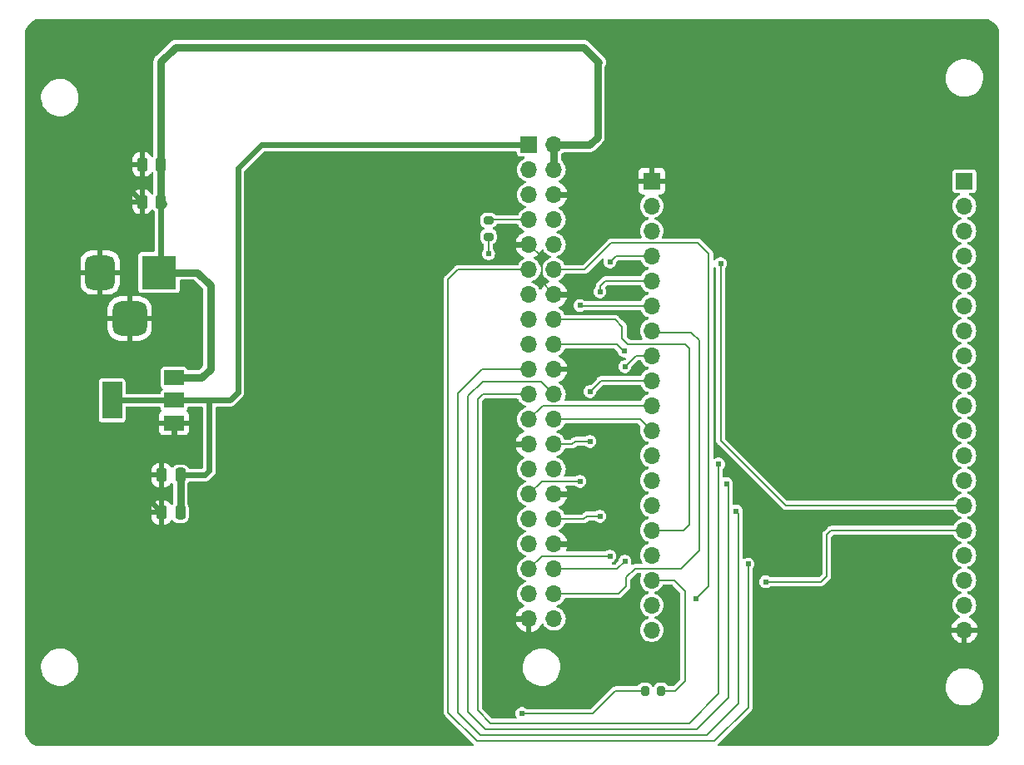
<source format=gbr>
G04 #@! TF.GenerationSoftware,KiCad,Pcbnew,7.0.8*
G04 #@! TF.CreationDate,2024-10-25T10:17:10+09:00*
G04 #@! TF.ProjectId,Juice connector board,4a756963-6520-4636-9f6e-6e6563746f72,rev?*
G04 #@! TF.SameCoordinates,Original*
G04 #@! TF.FileFunction,Copper,L1,Top*
G04 #@! TF.FilePolarity,Positive*
%FSLAX46Y46*%
G04 Gerber Fmt 4.6, Leading zero omitted, Abs format (unit mm)*
G04 Created by KiCad (PCBNEW 7.0.8) date 2024-10-25 10:17:10*
%MOMM*%
%LPD*%
G01*
G04 APERTURE LIST*
G04 Aperture macros list*
%AMRoundRect*
0 Rectangle with rounded corners*
0 $1 Rounding radius*
0 $2 $3 $4 $5 $6 $7 $8 $9 X,Y pos of 4 corners*
0 Add a 4 corners polygon primitive as box body*
4,1,4,$2,$3,$4,$5,$6,$7,$8,$9,$2,$3,0*
0 Add four circle primitives for the rounded corners*
1,1,$1+$1,$2,$3*
1,1,$1+$1,$4,$5*
1,1,$1+$1,$6,$7*
1,1,$1+$1,$8,$9*
0 Add four rect primitives between the rounded corners*
20,1,$1+$1,$2,$3,$4,$5,0*
20,1,$1+$1,$4,$5,$6,$7,0*
20,1,$1+$1,$6,$7,$8,$9,0*
20,1,$1+$1,$8,$9,$2,$3,0*%
G04 Aperture macros list end*
G04 #@! TA.AperFunction,SMDPad,CuDef*
%ADD10RoundRect,0.250000X0.250000X0.475000X-0.250000X0.475000X-0.250000X-0.475000X0.250000X-0.475000X0*%
G04 #@! TD*
G04 #@! TA.AperFunction,SMDPad,CuDef*
%ADD11RoundRect,0.200000X-0.275000X0.200000X-0.275000X-0.200000X0.275000X-0.200000X0.275000X0.200000X0*%
G04 #@! TD*
G04 #@! TA.AperFunction,ComponentPad*
%ADD12R,1.700000X1.700000*%
G04 #@! TD*
G04 #@! TA.AperFunction,ComponentPad*
%ADD13O,1.700000X1.700000*%
G04 #@! TD*
G04 #@! TA.AperFunction,SMDPad,CuDef*
%ADD14RoundRect,0.200000X-0.200000X-0.275000X0.200000X-0.275000X0.200000X0.275000X-0.200000X0.275000X0*%
G04 #@! TD*
G04 #@! TA.AperFunction,SMDPad,CuDef*
%ADD15R,2.000000X1.500000*%
G04 #@! TD*
G04 #@! TA.AperFunction,SMDPad,CuDef*
%ADD16R,2.000000X3.800000*%
G04 #@! TD*
G04 #@! TA.AperFunction,ComponentPad*
%ADD17R,3.500000X3.500000*%
G04 #@! TD*
G04 #@! TA.AperFunction,ComponentPad*
%ADD18RoundRect,0.750000X-0.750000X-1.000000X0.750000X-1.000000X0.750000X1.000000X-0.750000X1.000000X0*%
G04 #@! TD*
G04 #@! TA.AperFunction,ComponentPad*
%ADD19RoundRect,0.875000X-0.875000X-0.875000X0.875000X-0.875000X0.875000X0.875000X-0.875000X0.875000X0*%
G04 #@! TD*
G04 #@! TA.AperFunction,ViaPad*
%ADD20C,0.900000*%
G04 #@! TD*
G04 #@! TA.AperFunction,ViaPad*
%ADD21C,0.605000*%
G04 #@! TD*
G04 #@! TA.AperFunction,Conductor*
%ADD22C,0.800000*%
G04 #@! TD*
G04 #@! TA.AperFunction,Conductor*
%ADD23C,0.600000*%
G04 #@! TD*
G04 #@! TA.AperFunction,Conductor*
%ADD24C,0.200000*%
G04 #@! TD*
G04 #@! TA.AperFunction,Conductor*
%ADD25C,0.152400*%
G04 #@! TD*
G04 APERTURE END LIST*
D10*
X116256000Y-115743000D03*
X114356000Y-115743000D03*
D11*
X147600000Y-86000000D03*
X147600000Y-87650000D03*
D12*
X196000000Y-82000000D03*
D13*
X196000000Y-84540000D03*
X196000000Y-87080000D03*
X196000000Y-89620000D03*
X196000000Y-92160000D03*
X196000000Y-94700000D03*
X196000000Y-97240000D03*
X196000000Y-99780000D03*
X196000000Y-102320000D03*
X196000000Y-104860000D03*
X196000000Y-107400000D03*
X196000000Y-109940000D03*
X196000000Y-112480000D03*
X196000000Y-115020000D03*
X196000000Y-117560000D03*
X196000000Y-120100000D03*
X196000000Y-122640000D03*
X196000000Y-125180000D03*
X196000000Y-127720000D03*
D12*
X164200000Y-82000000D03*
D13*
X164200000Y-84540000D03*
X164200000Y-87080000D03*
X164200000Y-89620000D03*
X164200000Y-92160000D03*
X164200000Y-94700000D03*
X164200000Y-97240000D03*
X164200000Y-99780000D03*
X164200000Y-102320000D03*
X164200000Y-104860000D03*
X164200000Y-107400000D03*
X164200000Y-109940000D03*
X164200000Y-112480000D03*
X164200000Y-115020000D03*
X164200000Y-117560000D03*
X164200000Y-120100000D03*
X164200000Y-122640000D03*
X164200000Y-125180000D03*
X164200000Y-127720000D03*
D10*
X116261000Y-111933000D03*
X114361000Y-111933000D03*
D12*
X151710000Y-78300000D03*
D13*
X154250000Y-78300000D03*
X151710000Y-80840000D03*
X154250000Y-80840000D03*
X151710000Y-83380000D03*
X154250000Y-83380000D03*
X151710000Y-85920000D03*
X154250000Y-85920000D03*
X151710000Y-88460000D03*
X154250000Y-88460000D03*
X151710000Y-91000000D03*
X154250000Y-91000000D03*
X151710000Y-93540000D03*
X154250000Y-93540000D03*
X151710000Y-96080000D03*
X154250000Y-96080000D03*
X151710000Y-98620000D03*
X154250000Y-98620000D03*
X151710000Y-101160000D03*
X154250000Y-101160000D03*
X151710000Y-103700000D03*
X154250000Y-103700000D03*
X151710000Y-106240000D03*
X154250000Y-106240000D03*
X151710000Y-108780000D03*
X154250000Y-108780000D03*
X151710000Y-111320000D03*
X154250000Y-111320000D03*
X151710000Y-113860000D03*
X154250000Y-113860000D03*
X151710000Y-116400000D03*
X154250000Y-116400000D03*
X151710000Y-118940000D03*
X154250000Y-118940000D03*
X151710000Y-121480000D03*
X154250000Y-121480000D03*
X151710000Y-124020000D03*
X154250000Y-124020000D03*
X151710000Y-126560000D03*
X154250000Y-126560000D03*
D10*
X114285000Y-80310000D03*
X112385000Y-80310000D03*
D14*
X163500000Y-133904000D03*
X165150000Y-133904000D03*
D15*
X115621000Y-106627000D03*
X115621000Y-104327000D03*
D16*
X109321000Y-104327000D03*
D15*
X115621000Y-102027000D03*
D10*
X114285000Y-84120000D03*
X112385000Y-84120000D03*
D17*
X114100000Y-91300000D03*
D18*
X108100000Y-91300000D03*
D19*
X111100000Y-96000000D03*
D20*
X149000000Y-126000000D03*
X157500000Y-83000000D03*
X157000000Y-118500000D03*
X157000000Y-114500000D03*
X115621000Y-108879000D03*
X111000000Y-113500000D03*
X149000000Y-108500000D03*
X149500000Y-88000000D03*
X157000000Y-93000000D03*
X108000000Y-82500000D03*
D21*
X174000000Y-121000000D03*
X168707000Y-124506000D03*
X171200000Y-90400000D03*
X161400000Y-99300000D03*
X172800000Y-115600000D03*
X171000000Y-110800000D03*
X171800000Y-112800000D03*
X157912000Y-108504000D03*
X157912000Y-103424000D03*
X156896000Y-94661000D03*
X156896000Y-112568000D03*
X158928000Y-93264000D03*
X158928000Y-116124000D03*
X175800000Y-122800000D03*
X159944000Y-90228000D03*
X159944000Y-120188000D03*
X161468000Y-120696000D03*
X161468000Y-100884000D03*
X151000000Y-136200000D03*
X147600000Y-89400000D03*
D22*
X157890000Y-78300000D02*
X158674000Y-77516000D01*
D23*
X114285000Y-84120000D02*
X114285000Y-91115000D01*
D22*
X114285000Y-69835000D02*
X114285000Y-80310000D01*
X117968000Y-91300000D02*
X114100000Y-91300000D01*
X158674000Y-70023000D02*
X158801000Y-69896000D01*
X158801000Y-69896000D02*
X157277000Y-68372000D01*
X154250000Y-78300000D02*
X157890000Y-78300000D01*
X118415000Y-102027000D02*
X115621000Y-102027000D01*
X117968000Y-91300000D02*
X119304000Y-92636000D01*
D23*
X114285000Y-91115000D02*
X114100000Y-91300000D01*
D22*
X119304000Y-92636000D02*
X119304000Y-101138000D01*
X154250000Y-78300000D02*
X154250000Y-80840000D01*
X114500000Y-84335000D02*
X114285000Y-84120000D01*
X158674000Y-77516000D02*
X158674000Y-70023000D01*
X114285000Y-80310000D02*
X114285000Y-84120000D01*
X119304000Y-101138000D02*
X118415000Y-102027000D01*
X157277000Y-68372000D02*
X115748000Y-68372000D01*
X115748000Y-68372000D02*
X114285000Y-69835000D01*
D23*
X151710000Y-126560000D02*
X149560000Y-126560000D01*
X154250000Y-83380000D02*
X157120000Y-83380000D01*
X112113000Y-113500000D02*
X111000000Y-113500000D01*
X154250000Y-118940000D02*
X156560000Y-118940000D01*
X149560000Y-126560000D02*
X149000000Y-126000000D01*
D24*
X153000000Y-89750000D02*
X153000000Y-92290000D01*
D23*
X151710000Y-88460000D02*
X149960000Y-88460000D01*
X149280000Y-108780000D02*
X149000000Y-108500000D01*
X154250000Y-113860000D02*
X156360000Y-113860000D01*
X115621000Y-106627000D02*
X115621000Y-108879000D01*
X115500000Y-109000000D02*
X115621000Y-108879000D01*
X151710000Y-108780000D02*
X149280000Y-108780000D01*
D24*
X151710000Y-88460000D02*
X153000000Y-89750000D01*
D23*
X154250000Y-93540000D02*
X156460000Y-93540000D01*
X156560000Y-118940000D02*
X157000000Y-118500000D01*
X156460000Y-93540000D02*
X157000000Y-93000000D01*
X112385000Y-84120000D02*
X110765000Y-82500000D01*
X110765000Y-82500000D02*
X108000000Y-82500000D01*
D24*
X153000000Y-92290000D02*
X154250000Y-93540000D01*
D23*
X156360000Y-113860000D02*
X157000000Y-114500000D01*
X114356000Y-115743000D02*
X112113000Y-113500000D01*
X149960000Y-88460000D02*
X149500000Y-88000000D01*
X157120000Y-83380000D02*
X157500000Y-83000000D01*
X122100000Y-103500000D02*
X122100000Y-80700000D01*
X124500000Y-78300000D02*
X151710000Y-78300000D01*
X118767000Y-111933000D02*
X119200000Y-111500000D01*
X119200000Y-104327000D02*
X121273000Y-104327000D01*
D22*
X116261000Y-111933000D02*
X116261000Y-115738000D01*
D23*
X115621000Y-104327000D02*
X109321000Y-104327000D01*
X115621000Y-104327000D02*
X119200000Y-104327000D01*
X121273000Y-104327000D02*
X122100000Y-103500000D01*
X116261000Y-111933000D02*
X118767000Y-111933000D01*
X122100000Y-80700000D02*
X124500000Y-78300000D01*
X119200000Y-111500000D02*
X119200000Y-104327000D01*
D22*
X116261000Y-115738000D02*
X116256000Y-115743000D01*
D24*
X151710000Y-85920000D02*
X147680000Y-85920000D01*
X147680000Y-85920000D02*
X147600000Y-86000000D01*
X174000000Y-135600000D02*
X170600000Y-139000000D01*
X174000000Y-121000000D02*
X174000000Y-135600000D01*
X143500000Y-136100000D02*
X143500000Y-92000000D01*
X151710000Y-91000000D02*
X144500000Y-91000000D01*
X143500000Y-92000000D02*
X144500000Y-91000000D01*
X146400000Y-139000000D02*
X143500000Y-136100000D01*
X170600000Y-139000000D02*
X146400000Y-139000000D01*
X168911000Y-88311000D02*
X170000000Y-89400000D01*
X160071000Y-88311000D02*
X168911000Y-88311000D01*
X154250000Y-91000000D02*
X157382000Y-91000000D01*
X157382000Y-91000000D02*
X160071000Y-88311000D01*
X170000000Y-123213000D02*
X168707000Y-124506000D01*
X170000000Y-89400000D02*
X170000000Y-123213000D01*
X196000000Y-115020000D02*
X177820000Y-115020000D01*
X171200000Y-108400000D02*
X171200000Y-90400000D01*
X177820000Y-115020000D02*
X171200000Y-108400000D01*
X160480000Y-96080000D02*
X161200000Y-96800000D01*
X161800000Y-98600000D02*
X167600000Y-98600000D01*
X154842000Y-96080000D02*
X154991000Y-95931000D01*
X154250000Y-96080000D02*
X154842000Y-96080000D01*
X167400000Y-117600000D02*
X167360000Y-117560000D01*
X161200000Y-96800000D02*
X161200000Y-98000000D01*
X167600000Y-98600000D02*
X168000000Y-99000000D01*
X154250000Y-96080000D02*
X160480000Y-96080000D01*
X168000000Y-99000000D02*
X168000000Y-117000000D01*
X161200000Y-98000000D02*
X161800000Y-98600000D01*
X167360000Y-117560000D02*
X164200000Y-117560000D01*
X168000000Y-117000000D02*
X167400000Y-117600000D01*
X161300000Y-99300000D02*
X161400000Y-99300000D01*
X160620000Y-98620000D02*
X161300000Y-99300000D01*
X154250000Y-98620000D02*
X160620000Y-98620000D01*
X172800000Y-115600000D02*
X173000000Y-115800000D01*
X146940816Y-101160000D02*
X151710000Y-101160000D01*
X144500000Y-103600816D02*
X146940816Y-101160000D01*
X173000000Y-135200000D02*
X169800000Y-138400000D01*
X173000000Y-115800000D02*
X173000000Y-135200000D01*
X169800000Y-138400000D02*
X146800000Y-138400000D01*
X146800000Y-138400000D02*
X144500000Y-136100000D01*
X144500000Y-136100000D02*
X144500000Y-103600816D01*
X171000000Y-110800000D02*
X171000000Y-134200000D01*
X146500000Y-135900000D02*
X146500000Y-104200000D01*
X171000000Y-134200000D02*
X168000000Y-137200000D01*
X147800000Y-137200000D02*
X146500000Y-135900000D01*
X147000000Y-103700000D02*
X151710000Y-103700000D01*
X168000000Y-137200000D02*
X147800000Y-137200000D01*
X146500000Y-104200000D02*
X147000000Y-103700000D01*
X172000000Y-113000000D02*
X172000000Y-134600000D01*
X146992000Y-102408000D02*
X152958000Y-102408000D01*
X145500000Y-103900000D02*
X146992000Y-102408000D01*
X168800000Y-137800000D02*
X147300000Y-137800000D01*
X172000000Y-134600000D02*
X168800000Y-137800000D01*
X152958000Y-102408000D02*
X154250000Y-103700000D01*
X147300000Y-137800000D02*
X145500000Y-136000000D01*
X171800000Y-112800000D02*
X172000000Y-113000000D01*
X145500000Y-136000000D02*
X145500000Y-103900000D01*
X151710000Y-106240000D02*
X153002000Y-104948000D01*
X153090000Y-104860000D02*
X164200000Y-104860000D01*
X153002000Y-104948000D02*
X153090000Y-104860000D01*
X163040000Y-106240000D02*
X164200000Y-107400000D01*
X162252000Y-106240000D02*
X163040000Y-106240000D01*
X154250000Y-106240000D02*
X162252000Y-106240000D01*
X157908000Y-108500000D02*
X157912000Y-108504000D01*
X159016000Y-102320000D02*
X164200000Y-102320000D01*
X156120000Y-108780000D02*
X156400000Y-108500000D01*
D25*
X157912000Y-103424000D02*
X159016000Y-102320000D01*
X154250000Y-108780000D02*
X156120000Y-108780000D01*
D24*
X156400000Y-108500000D02*
X157908000Y-108500000D01*
X156935000Y-94700000D02*
X156896000Y-94661000D01*
X153002000Y-112568000D02*
X153340000Y-112568000D01*
X153340000Y-112568000D02*
X156896000Y-112568000D01*
X151710000Y-113860000D02*
X153002000Y-112568000D01*
X164200000Y-94700000D02*
X156935000Y-94700000D01*
D25*
X158928000Y-92692000D02*
X159460000Y-92160000D01*
D24*
X158904000Y-116100000D02*
X158928000Y-116124000D01*
X157600000Y-116100000D02*
X158904000Y-116100000D01*
D25*
X158928000Y-93264000D02*
X158928000Y-92692000D01*
D24*
X159460000Y-92160000D02*
X164200000Y-92160000D01*
X157300000Y-116400000D02*
X157600000Y-116100000D01*
X154250000Y-116400000D02*
X157300000Y-116400000D01*
X182000000Y-118000000D02*
X182440000Y-117560000D01*
X182440000Y-117560000D02*
X196000000Y-117560000D01*
X175800000Y-122800000D02*
X181400000Y-122800000D01*
X182000000Y-122200000D02*
X182000000Y-118000000D01*
X181400000Y-122800000D02*
X182000000Y-122200000D01*
X160552000Y-89620000D02*
X164200000Y-89620000D01*
X151710000Y-121480000D02*
X153002000Y-120188000D01*
X159944000Y-90228000D02*
X160552000Y-89620000D01*
X153002000Y-120188000D02*
X159944000Y-120188000D01*
X154250000Y-121480000D02*
X160684000Y-121480000D01*
X160684000Y-121480000D02*
X161468000Y-120696000D01*
X162572000Y-99780000D02*
X164200000Y-99780000D01*
X161468000Y-100884000D02*
X162572000Y-99780000D01*
X167142000Y-121458000D02*
X162484000Y-121458000D01*
X160811000Y-124020000D02*
X154250000Y-124020000D01*
X169000000Y-119600000D02*
X167142000Y-121458000D01*
X168200000Y-97400000D02*
X169000000Y-98200000D01*
X164360000Y-97400000D02*
X168200000Y-97400000D01*
X162484000Y-121458000D02*
X161595000Y-122347000D01*
X164160000Y-97200000D02*
X164200000Y-97240000D01*
X161595000Y-122347000D02*
X161595000Y-123236000D01*
X169000000Y-98200000D02*
X169000000Y-119600000D01*
X164200000Y-97240000D02*
X164360000Y-97400000D01*
X161595000Y-123236000D02*
X160811000Y-124020000D01*
X165150000Y-133904000D02*
X166548000Y-133904000D01*
X167564000Y-123744000D02*
X166460000Y-122640000D01*
X166548000Y-133904000D02*
X167564000Y-132888000D01*
X167564000Y-132888000D02*
X167564000Y-123744000D01*
X166460000Y-122640000D02*
X164200000Y-122640000D01*
X151000000Y-136200000D02*
X158200000Y-136200000D01*
X158200000Y-136200000D02*
X160496000Y-133904000D01*
X160496000Y-133904000D02*
X163500000Y-133904000D01*
X147600000Y-87650000D02*
X147600000Y-89400000D01*
G04 #@! TA.AperFunction,Conductor*
G36*
X198430305Y-65511100D02*
G01*
X198518685Y-65550876D01*
X198525425Y-65554413D01*
X198746202Y-65687879D01*
X198752458Y-65692197D01*
X198955540Y-65851302D01*
X198961230Y-65856343D01*
X199143655Y-66038768D01*
X199148697Y-66044459D01*
X199307802Y-66247541D01*
X199312123Y-66253800D01*
X199445589Y-66474579D01*
X199449125Y-66481316D01*
X199488899Y-66569691D01*
X199500000Y-66621402D01*
X199500000Y-138378594D01*
X199488899Y-138430306D01*
X199449123Y-138518686D01*
X199445584Y-138525429D01*
X199312128Y-138746191D01*
X199307802Y-138752458D01*
X199148697Y-138955540D01*
X199143648Y-138961239D01*
X198961239Y-139143648D01*
X198955540Y-139148697D01*
X198752458Y-139307802D01*
X198746191Y-139312128D01*
X198525429Y-139445584D01*
X198518686Y-139449123D01*
X198430306Y-139488899D01*
X198378594Y-139500000D01*
X171044504Y-139500000D01*
X170976383Y-139479998D01*
X170929890Y-139426342D01*
X170919786Y-139356068D01*
X170949280Y-139291488D01*
X170954919Y-139285653D01*
X170956191Y-139284057D01*
X170956194Y-139284055D01*
X170956195Y-139284052D01*
X170962081Y-139276672D01*
X170962762Y-139277215D01*
X170972219Y-139264883D01*
X174298170Y-135938931D01*
X174303414Y-135934245D01*
X174333970Y-135909879D01*
X174367480Y-135860728D01*
X174402793Y-135812882D01*
X174402793Y-135812879D01*
X174402795Y-135812878D01*
X174406781Y-135805336D01*
X174410471Y-135797674D01*
X174410470Y-135797674D01*
X174410472Y-135797673D01*
X174428007Y-135740822D01*
X174447646Y-135684699D01*
X174447646Y-135684692D01*
X174449230Y-135676322D01*
X174450500Y-135667899D01*
X174450500Y-135608426D01*
X174451378Y-135584949D01*
X174452724Y-135548990D01*
X174452722Y-135548984D01*
X174451667Y-135539608D01*
X174452528Y-135539510D01*
X174450500Y-135524102D01*
X174450500Y-133569596D01*
X194095687Y-133569596D01*
X194126114Y-133846128D01*
X194196480Y-134115278D01*
X194261339Y-134267902D01*
X194305284Y-134371314D01*
X194450208Y-134608781D01*
X194628163Y-134822617D01*
X194835357Y-135008263D01*
X195067373Y-135161763D01*
X195319267Y-135279846D01*
X195585669Y-135359995D01*
X195860895Y-135400499D01*
X195860898Y-135400500D01*
X195860901Y-135400500D01*
X196069465Y-135400500D01*
X196108088Y-135397673D01*
X196277455Y-135385277D01*
X196548997Y-135324788D01*
X196808838Y-135225408D01*
X197051440Y-135089253D01*
X197271632Y-134919226D01*
X197464722Y-134718951D01*
X197626593Y-134492696D01*
X197753797Y-134245283D01*
X197843621Y-133981986D01*
X197894152Y-133708416D01*
X197904313Y-133430404D01*
X197873886Y-133153876D01*
X197860031Y-133100882D01*
X197812540Y-132919226D01*
X197803520Y-132884724D01*
X197694716Y-132628686D01*
X197549792Y-132391219D01*
X197371837Y-132177383D01*
X197164643Y-131991737D01*
X196932627Y-131838237D01*
X196796860Y-131774592D01*
X196680734Y-131720154D01*
X196601263Y-131696244D01*
X196414331Y-131640005D01*
X196414326Y-131640004D01*
X196414322Y-131640003D01*
X196139103Y-131599500D01*
X196139099Y-131599500D01*
X195930537Y-131599500D01*
X195930535Y-131599500D01*
X195722541Y-131614723D01*
X195451009Y-131675210D01*
X195450997Y-131675214D01*
X195191161Y-131774592D01*
X194948559Y-131910747D01*
X194728366Y-132080775D01*
X194728365Y-132080776D01*
X194535280Y-132281046D01*
X194373404Y-132507307D01*
X194246204Y-132754714D01*
X194156377Y-133018020D01*
X194105847Y-133291587D01*
X194095687Y-133569596D01*
X174450500Y-133569596D01*
X174450500Y-121529997D01*
X174470502Y-121461876D01*
X174487488Y-121442054D01*
X174487315Y-121441901D01*
X174492362Y-121436202D01*
X174492367Y-121436199D01*
X174582449Y-121305693D01*
X174638682Y-121157421D01*
X174638682Y-121157420D01*
X174638683Y-121157418D01*
X174657796Y-121000002D01*
X174657796Y-120999997D01*
X174638683Y-120842581D01*
X174619474Y-120791933D01*
X174582449Y-120694307D01*
X174534057Y-120624199D01*
X174492368Y-120563802D01*
X174460454Y-120535528D01*
X174373671Y-120458645D01*
X174373670Y-120458644D01*
X174233258Y-120384950D01*
X174233255Y-120384949D01*
X174079290Y-120347000D01*
X174079289Y-120347000D01*
X173920711Y-120347000D01*
X173920709Y-120347000D01*
X173766744Y-120384949D01*
X173766741Y-120384950D01*
X173684790Y-120427961D01*
X173635055Y-120454065D01*
X173565442Y-120468012D01*
X173499340Y-120442109D01*
X173457735Y-120384580D01*
X173450500Y-120342498D01*
X173450500Y-115828842D01*
X173450896Y-115821782D01*
X173455270Y-115782965D01*
X173446909Y-115738780D01*
X173445632Y-115700174D01*
X173457796Y-115600000D01*
X173457796Y-115599997D01*
X173438683Y-115442581D01*
X173417785Y-115387479D01*
X173382449Y-115294307D01*
X173317008Y-115199500D01*
X173292368Y-115163802D01*
X173173672Y-115058646D01*
X173173670Y-115058644D01*
X173033258Y-114984950D01*
X173033255Y-114984949D01*
X172879290Y-114947000D01*
X172879289Y-114947000D01*
X172720711Y-114947000D01*
X172720707Y-114947000D01*
X172606653Y-114975112D01*
X172535725Y-114971993D01*
X172477743Y-114931023D01*
X172451115Y-114865209D01*
X172450500Y-114852773D01*
X172450500Y-113028842D01*
X172450896Y-113021782D01*
X172451266Y-113018500D01*
X172455270Y-112982965D01*
X172446909Y-112938780D01*
X172445632Y-112900174D01*
X172457796Y-112800000D01*
X172455459Y-112780751D01*
X172438683Y-112642581D01*
X172416276Y-112583500D01*
X172382449Y-112494307D01*
X172333464Y-112423340D01*
X172292368Y-112363802D01*
X172177805Y-112262307D01*
X172173671Y-112258645D01*
X172173670Y-112258644D01*
X172033258Y-112184950D01*
X172033255Y-112184949D01*
X171879290Y-112147000D01*
X171879289Y-112147000D01*
X171720711Y-112147000D01*
X171720707Y-112147000D01*
X171606653Y-112175112D01*
X171535725Y-112171993D01*
X171477743Y-112131023D01*
X171451115Y-112065209D01*
X171450500Y-112052773D01*
X171450500Y-111329997D01*
X171470502Y-111261876D01*
X171487488Y-111242054D01*
X171487315Y-111241901D01*
X171492362Y-111236202D01*
X171492367Y-111236199D01*
X171582449Y-111105693D01*
X171638682Y-110957421D01*
X171638682Y-110957420D01*
X171638683Y-110957418D01*
X171657796Y-110800002D01*
X171657796Y-110799997D01*
X171638683Y-110642581D01*
X171612932Y-110574684D01*
X171582449Y-110494307D01*
X171492367Y-110363801D01*
X171373671Y-110258645D01*
X171373670Y-110258644D01*
X171233258Y-110184950D01*
X171233255Y-110184949D01*
X171079290Y-110147000D01*
X171079289Y-110147000D01*
X170920711Y-110147000D01*
X170920709Y-110147000D01*
X170766744Y-110184949D01*
X170766741Y-110184950D01*
X170714246Y-110212502D01*
X170635055Y-110254065D01*
X170565442Y-110268012D01*
X170499340Y-110242109D01*
X170457735Y-110184580D01*
X170450500Y-110142498D01*
X170450500Y-90868025D01*
X170470502Y-90799904D01*
X170524158Y-90753411D01*
X170594432Y-90743307D01*
X170659012Y-90772801D01*
X170680193Y-90796446D01*
X170696797Y-90820500D01*
X170707632Y-90836198D01*
X170712685Y-90841901D01*
X170711570Y-90842888D01*
X170744777Y-90895824D01*
X170749500Y-90929997D01*
X170749500Y-108371156D01*
X170749104Y-108378212D01*
X170744730Y-108417035D01*
X170755788Y-108475479D01*
X170760086Y-108503997D01*
X170764653Y-108534291D01*
X170767160Y-108542421D01*
X170769978Y-108550474D01*
X170797776Y-108603072D01*
X170823575Y-108656643D01*
X170828386Y-108663699D01*
X170833435Y-108670540D01*
X170871007Y-108708111D01*
X170875496Y-108712600D01*
X170915945Y-108756194D01*
X170915946Y-108756195D01*
X170923329Y-108762082D01*
X170922788Y-108762760D01*
X170935117Y-108772221D01*
X177481056Y-115318159D01*
X177485758Y-115323421D01*
X177510119Y-115353968D01*
X177510121Y-115353970D01*
X177559271Y-115387480D01*
X177607118Y-115422793D01*
X177607121Y-115422794D01*
X177614660Y-115426779D01*
X177622324Y-115430470D01*
X177622327Y-115430472D01*
X177679177Y-115448007D01*
X177735301Y-115467646D01*
X177735309Y-115467646D01*
X177743682Y-115469231D01*
X177752096Y-115470499D01*
X177752098Y-115470500D01*
X177752100Y-115470500D01*
X177811559Y-115470500D01*
X177871010Y-115472725D01*
X177871014Y-115472723D01*
X177880395Y-115471668D01*
X177880492Y-115472529D01*
X177895903Y-115470500D01*
X194805211Y-115470500D01*
X194873332Y-115490502D01*
X194917999Y-115540334D01*
X194974942Y-115654689D01*
X194985280Y-115668379D01*
X195109017Y-115832235D01*
X195273438Y-115982124D01*
X195273439Y-115982125D01*
X195462587Y-116099240D01*
X195462590Y-116099241D01*
X195462599Y-116099247D01*
X195526486Y-116123997D01*
X195651708Y-116172509D01*
X195708003Y-116215768D01*
X195731973Y-116282596D01*
X195716009Y-116351774D01*
X195665178Y-116401340D01*
X195651708Y-116407491D01*
X195462603Y-116480751D01*
X195462587Y-116480759D01*
X195273439Y-116597874D01*
X195273438Y-116597875D01*
X195109017Y-116747764D01*
X194974943Y-116925309D01*
X194974942Y-116925310D01*
X194974942Y-116925311D01*
X194917999Y-117039665D01*
X194869733Y-117091726D01*
X194805211Y-117109500D01*
X182468843Y-117109500D01*
X182461788Y-117109104D01*
X182422965Y-117104730D01*
X182422964Y-117104730D01*
X182422963Y-117104730D01*
X182422962Y-117104730D01*
X182379131Y-117113023D01*
X182364520Y-117115788D01*
X182305713Y-117124652D01*
X182305711Y-117124653D01*
X182297525Y-117127177D01*
X182289528Y-117129976D01*
X182236926Y-117157777D01*
X182183362Y-117183572D01*
X182176293Y-117188391D01*
X182169462Y-117193433D01*
X182127400Y-117235495D01*
X182083808Y-117275941D01*
X182077923Y-117283322D01*
X182077247Y-117282783D01*
X182067784Y-117295110D01*
X181701838Y-117661057D01*
X181696567Y-117665768D01*
X181666030Y-117690120D01*
X181632519Y-117739271D01*
X181597204Y-117787120D01*
X181593215Y-117794669D01*
X181589527Y-117802328D01*
X181571992Y-117859177D01*
X181552354Y-117915301D01*
X181550766Y-117923688D01*
X181549500Y-117932096D01*
X181549500Y-117991574D01*
X181547276Y-118051011D01*
X181548333Y-118060390D01*
X181547470Y-118060487D01*
X181549500Y-118075896D01*
X181549500Y-121961207D01*
X181529498Y-122029328D01*
X181512595Y-122050302D01*
X181250302Y-122312595D01*
X181187990Y-122346621D01*
X181161207Y-122349500D01*
X176324010Y-122349500D01*
X176255889Y-122329498D01*
X176240460Y-122317815D01*
X176173671Y-122258645D01*
X176173670Y-122258644D01*
X176033258Y-122184950D01*
X176033255Y-122184949D01*
X175879290Y-122147000D01*
X175879289Y-122147000D01*
X175720711Y-122147000D01*
X175720709Y-122147000D01*
X175566744Y-122184949D01*
X175566741Y-122184950D01*
X175426329Y-122258644D01*
X175426327Y-122258646D01*
X175307631Y-122363802D01*
X175217553Y-122494303D01*
X175217550Y-122494309D01*
X175161316Y-122642581D01*
X175142204Y-122799997D01*
X175142204Y-122800002D01*
X175161316Y-122957418D01*
X175217550Y-123105690D01*
X175217553Y-123105696D01*
X175307631Y-123236197D01*
X175307632Y-123236198D01*
X175307633Y-123236199D01*
X175426329Y-123341355D01*
X175566742Y-123415050D01*
X175720711Y-123453000D01*
X175720712Y-123453000D01*
X175879288Y-123453000D01*
X175879289Y-123453000D01*
X176033258Y-123415050D01*
X176173671Y-123341355D01*
X176240457Y-123282187D01*
X176304709Y-123251987D01*
X176324010Y-123250500D01*
X181371157Y-123250500D01*
X181378211Y-123250895D01*
X181417035Y-123255270D01*
X181417035Y-123255269D01*
X181417036Y-123255270D01*
X181417036Y-123255269D01*
X181442397Y-123250470D01*
X181475478Y-123244212D01*
X181506636Y-123239515D01*
X181534287Y-123235348D01*
X181534295Y-123235343D01*
X181542472Y-123232821D01*
X181550472Y-123230023D01*
X181603073Y-123202222D01*
X181620484Y-123193836D01*
X181656642Y-123176425D01*
X181656646Y-123176421D01*
X181663685Y-123171622D01*
X181670531Y-123166569D01*
X181670538Y-123166566D01*
X181712599Y-123124504D01*
X181756194Y-123084055D01*
X181756197Y-123084048D01*
X181762081Y-123076672D01*
X181762761Y-123077214D01*
X181772217Y-123064885D01*
X182298166Y-122538935D01*
X182303418Y-122534241D01*
X182333970Y-122509879D01*
X182367480Y-122460728D01*
X182402793Y-122412882D01*
X182402793Y-122412879D01*
X182402795Y-122412878D01*
X182406781Y-122405336D01*
X182410471Y-122397674D01*
X182410470Y-122397674D01*
X182410472Y-122397673D01*
X182428007Y-122340822D01*
X182447646Y-122284699D01*
X182447646Y-122284692D01*
X182449230Y-122276322D01*
X182450500Y-122267899D01*
X182450500Y-122208426D01*
X182451113Y-122192032D01*
X182452724Y-122148990D01*
X182452722Y-122148984D01*
X182451667Y-122139608D01*
X182452528Y-122139510D01*
X182450500Y-122124102D01*
X182450500Y-118238793D01*
X182470502Y-118170672D01*
X182487405Y-118149698D01*
X182589698Y-118047405D01*
X182652010Y-118013379D01*
X182678793Y-118010500D01*
X194805211Y-118010500D01*
X194873332Y-118030502D01*
X194917999Y-118080334D01*
X194974942Y-118194689D01*
X194974943Y-118194690D01*
X195109017Y-118372235D01*
X195273438Y-118522124D01*
X195273439Y-118522125D01*
X195462587Y-118639240D01*
X195462590Y-118639241D01*
X195462599Y-118639247D01*
X195551568Y-118673714D01*
X195651708Y-118712509D01*
X195708003Y-118755768D01*
X195731973Y-118822596D01*
X195716009Y-118891774D01*
X195665178Y-118941340D01*
X195651708Y-118947491D01*
X195462603Y-119020751D01*
X195462587Y-119020759D01*
X195273439Y-119137874D01*
X195273438Y-119137875D01*
X195109017Y-119287764D01*
X194974942Y-119465310D01*
X194974938Y-119465315D01*
X194875774Y-119664462D01*
X194875768Y-119664479D01*
X194814885Y-119878460D01*
X194794357Y-120100000D01*
X194814885Y-120321539D01*
X194875768Y-120535520D01*
X194875774Y-120535537D01*
X194974938Y-120734684D01*
X194974942Y-120734689D01*
X195109017Y-120912235D01*
X195273438Y-121062124D01*
X195273439Y-121062125D01*
X195462587Y-121179240D01*
X195462590Y-121179241D01*
X195462599Y-121179247D01*
X195551568Y-121213714D01*
X195651708Y-121252509D01*
X195708003Y-121295768D01*
X195731973Y-121362596D01*
X195716009Y-121431774D01*
X195665178Y-121481340D01*
X195651708Y-121487491D01*
X195462603Y-121560751D01*
X195462587Y-121560759D01*
X195273439Y-121677874D01*
X195273438Y-121677875D01*
X195109017Y-121827764D01*
X194974942Y-122005310D01*
X194974938Y-122005315D01*
X194875774Y-122204462D01*
X194875768Y-122204479D01*
X194814885Y-122418460D01*
X194794357Y-122640000D01*
X194814885Y-122861539D01*
X194875768Y-123075520D01*
X194875774Y-123075537D01*
X194974938Y-123274684D01*
X194974942Y-123274689D01*
X195109017Y-123452235D01*
X195273438Y-123602124D01*
X195273439Y-123602125D01*
X195462587Y-123719240D01*
X195462590Y-123719241D01*
X195462599Y-123719247D01*
X195545678Y-123751432D01*
X195651708Y-123792509D01*
X195708003Y-123835768D01*
X195731973Y-123902596D01*
X195716009Y-123971774D01*
X195665178Y-124021340D01*
X195651708Y-124027491D01*
X195462603Y-124100751D01*
X195462587Y-124100759D01*
X195273439Y-124217874D01*
X195273438Y-124217875D01*
X195109017Y-124367764D01*
X194974942Y-124545310D01*
X194974938Y-124545315D01*
X194875774Y-124744462D01*
X194875768Y-124744479D01*
X194814885Y-124958460D01*
X194794357Y-125180000D01*
X194814885Y-125401539D01*
X194875768Y-125615520D01*
X194875774Y-125615537D01*
X194974938Y-125814684D01*
X194974942Y-125814689D01*
X195109017Y-125992235D01*
X195273435Y-126142122D01*
X195273437Y-126142123D01*
X195273438Y-126142124D01*
X195456546Y-126255499D01*
X195503933Y-126308365D01*
X195515216Y-126378460D01*
X195486812Y-126443527D01*
X195450185Y-126473439D01*
X195254704Y-126579228D01*
X195254698Y-126579232D01*
X195077097Y-126717465D01*
X194924674Y-126883041D01*
X194801580Y-127071451D01*
X194711179Y-127277543D01*
X194711176Y-127277550D01*
X194663455Y-127465999D01*
X194663456Y-127466000D01*
X195568884Y-127466000D01*
X195540507Y-127510156D01*
X195500000Y-127648111D01*
X195500000Y-127791889D01*
X195540507Y-127929844D01*
X195568884Y-127974000D01*
X194663455Y-127974000D01*
X194711176Y-128162449D01*
X194711179Y-128162456D01*
X194801580Y-128368548D01*
X194924674Y-128556958D01*
X195077097Y-128722534D01*
X195254698Y-128860767D01*
X195254699Y-128860768D01*
X195452628Y-128967882D01*
X195452630Y-128967883D01*
X195665483Y-129040955D01*
X195665492Y-129040957D01*
X195746000Y-129054391D01*
X195746000Y-128153674D01*
X195857685Y-128204680D01*
X195964237Y-128220000D01*
X196035763Y-128220000D01*
X196142315Y-128204680D01*
X196254000Y-128153674D01*
X196254000Y-129054390D01*
X196334507Y-129040957D01*
X196334516Y-129040955D01*
X196547369Y-128967883D01*
X196547371Y-128967882D01*
X196745300Y-128860768D01*
X196745301Y-128860767D01*
X196922902Y-128722534D01*
X197075325Y-128556958D01*
X197198419Y-128368548D01*
X197288820Y-128162456D01*
X197288823Y-128162449D01*
X197336544Y-127974000D01*
X196431116Y-127974000D01*
X196459493Y-127929844D01*
X196500000Y-127791889D01*
X196500000Y-127648111D01*
X196459493Y-127510156D01*
X196431116Y-127466000D01*
X197336544Y-127466000D01*
X197336544Y-127465999D01*
X197288823Y-127277550D01*
X197288820Y-127277543D01*
X197198419Y-127071451D01*
X197075325Y-126883041D01*
X196922902Y-126717465D01*
X196745303Y-126579233D01*
X196549814Y-126473440D01*
X196499424Y-126423426D01*
X196484072Y-126354109D01*
X196508633Y-126287496D01*
X196543450Y-126255501D01*
X196726562Y-126142124D01*
X196890981Y-125992236D01*
X197025058Y-125814689D01*
X197025059Y-125814685D01*
X197025061Y-125814684D01*
X197124225Y-125615537D01*
X197124226Y-125615533D01*
X197124229Y-125615528D01*
X197185115Y-125401536D01*
X197205643Y-125180000D01*
X197185115Y-124958464D01*
X197124229Y-124744472D01*
X197124227Y-124744468D01*
X197124225Y-124744462D01*
X197025061Y-124545315D01*
X197025057Y-124545310D01*
X197010180Y-124525610D01*
X196981986Y-124488274D01*
X196890982Y-124367764D01*
X196726561Y-124217875D01*
X196726560Y-124217874D01*
X196537412Y-124100759D01*
X196537405Y-124100755D01*
X196537401Y-124100753D01*
X196457505Y-124069801D01*
X196348291Y-124027491D01*
X196291996Y-123984232D01*
X196268026Y-123917404D01*
X196283990Y-123848226D01*
X196334821Y-123798660D01*
X196348291Y-123792509D01*
X196385720Y-123778008D01*
X196537401Y-123719247D01*
X196726562Y-123602124D01*
X196890981Y-123452236D01*
X196899225Y-123441320D01*
X196917352Y-123417314D01*
X197025058Y-123274689D01*
X197025059Y-123274685D01*
X197025061Y-123274684D01*
X197124225Y-123075537D01*
X197124226Y-123075533D01*
X197124229Y-123075528D01*
X197185115Y-122861536D01*
X197205643Y-122640000D01*
X197185115Y-122418464D01*
X197179199Y-122397673D01*
X197124231Y-122204479D01*
X197124225Y-122204462D01*
X197025061Y-122005315D01*
X197025057Y-122005310D01*
X196890982Y-121827764D01*
X196726561Y-121677875D01*
X196726560Y-121677874D01*
X196537412Y-121560759D01*
X196537405Y-121560755D01*
X196537401Y-121560753D01*
X196388778Y-121503176D01*
X196348291Y-121487491D01*
X196291996Y-121444232D01*
X196268026Y-121377404D01*
X196283990Y-121308226D01*
X196334821Y-121258660D01*
X196348291Y-121252509D01*
X196387407Y-121237355D01*
X196537401Y-121179247D01*
X196726562Y-121062124D01*
X196890981Y-120912236D01*
X197025058Y-120734689D01*
X197025059Y-120734685D01*
X197025061Y-120734684D01*
X197124225Y-120535537D01*
X197124226Y-120535533D01*
X197124229Y-120535528D01*
X197185115Y-120321536D01*
X197205643Y-120100000D01*
X197185115Y-119878464D01*
X197166083Y-119811575D01*
X197124231Y-119664479D01*
X197124225Y-119664462D01*
X197025061Y-119465315D01*
X197025057Y-119465310D01*
X196890982Y-119287764D01*
X196726561Y-119137875D01*
X196726560Y-119137874D01*
X196537412Y-119020759D01*
X196537405Y-119020755D01*
X196537401Y-119020753D01*
X196537396Y-119020751D01*
X196348291Y-118947491D01*
X196291996Y-118904232D01*
X196268026Y-118837404D01*
X196283990Y-118768226D01*
X196334821Y-118718660D01*
X196348291Y-118712509D01*
X196387327Y-118697386D01*
X196537401Y-118639247D01*
X196726562Y-118522124D01*
X196890981Y-118372236D01*
X197025058Y-118194689D01*
X197025059Y-118194685D01*
X197025061Y-118194684D01*
X197124225Y-117995537D01*
X197124226Y-117995533D01*
X197124229Y-117995528D01*
X197185115Y-117781536D01*
X197205643Y-117560000D01*
X197185115Y-117338464D01*
X197145056Y-117197673D01*
X197124231Y-117124479D01*
X197124225Y-117124462D01*
X197025061Y-116925315D01*
X197025057Y-116925310D01*
X196890982Y-116747764D01*
X196726561Y-116597875D01*
X196726560Y-116597874D01*
X196537412Y-116480759D01*
X196537405Y-116480755D01*
X196537401Y-116480753D01*
X196405608Y-116429696D01*
X196348291Y-116407491D01*
X196291996Y-116364232D01*
X196268026Y-116297404D01*
X196283990Y-116228226D01*
X196334821Y-116178660D01*
X196348291Y-116172509D01*
X196429766Y-116140945D01*
X196537401Y-116099247D01*
X196726562Y-115982124D01*
X196890981Y-115832236D01*
X196898876Y-115821782D01*
X196941522Y-115765309D01*
X197025058Y-115654689D01*
X197025059Y-115654685D01*
X197025061Y-115654684D01*
X197124225Y-115455537D01*
X197124226Y-115455533D01*
X197124229Y-115455528D01*
X197185115Y-115241536D01*
X197205643Y-115020000D01*
X197185115Y-114798464D01*
X197124229Y-114584472D01*
X197124227Y-114584468D01*
X197124225Y-114584462D01*
X197025061Y-114385315D01*
X197025057Y-114385310D01*
X196890982Y-114207764D01*
X196726561Y-114057875D01*
X196726560Y-114057874D01*
X196537412Y-113940759D01*
X196537405Y-113940755D01*
X196537401Y-113940753D01*
X196537396Y-113940751D01*
X196348291Y-113867491D01*
X196291996Y-113824232D01*
X196268026Y-113757404D01*
X196283990Y-113688226D01*
X196334821Y-113638660D01*
X196348291Y-113632509D01*
X196387327Y-113617386D01*
X196537401Y-113559247D01*
X196726562Y-113442124D01*
X196890981Y-113292236D01*
X197025058Y-113114689D01*
X197025059Y-113114685D01*
X197025061Y-113114684D01*
X197124225Y-112915537D01*
X197124226Y-112915533D01*
X197124229Y-112915528D01*
X197185115Y-112701536D01*
X197205643Y-112480000D01*
X197185115Y-112258464D01*
X197166083Y-112191575D01*
X197124231Y-112044479D01*
X197124225Y-112044462D01*
X197025061Y-111845315D01*
X197025057Y-111845310D01*
X197016336Y-111833762D01*
X196957264Y-111755537D01*
X196890982Y-111667764D01*
X196726561Y-111517875D01*
X196726560Y-111517874D01*
X196537412Y-111400759D01*
X196537405Y-111400755D01*
X196537401Y-111400753D01*
X196537396Y-111400751D01*
X196348291Y-111327491D01*
X196291996Y-111284232D01*
X196268026Y-111217404D01*
X196283990Y-111148226D01*
X196334821Y-111098660D01*
X196348291Y-111092509D01*
X196429766Y-111060945D01*
X196537401Y-111019247D01*
X196726562Y-110902124D01*
X196890981Y-110752236D01*
X197025058Y-110574689D01*
X197025059Y-110574685D01*
X197025061Y-110574684D01*
X197124225Y-110375537D01*
X197124226Y-110375533D01*
X197124229Y-110375528D01*
X197185115Y-110161536D01*
X197205643Y-109940000D01*
X197185115Y-109718464D01*
X197124229Y-109504472D01*
X197124227Y-109504468D01*
X197124225Y-109504462D01*
X197025061Y-109305315D01*
X197025057Y-109305310D01*
X196890982Y-109127764D01*
X196726561Y-108977875D01*
X196726560Y-108977874D01*
X196537412Y-108860759D01*
X196537405Y-108860755D01*
X196537401Y-108860753D01*
X196537396Y-108860751D01*
X196348291Y-108787491D01*
X196291996Y-108744232D01*
X196268026Y-108677404D01*
X196283990Y-108608226D01*
X196334821Y-108558660D01*
X196348291Y-108552509D01*
X196395327Y-108534287D01*
X196537401Y-108479247D01*
X196726562Y-108362124D01*
X196890981Y-108212236D01*
X197025058Y-108034689D01*
X197025059Y-108034685D01*
X197025061Y-108034684D01*
X197124225Y-107835537D01*
X197124226Y-107835533D01*
X197124229Y-107835528D01*
X197185115Y-107621536D01*
X197205643Y-107400000D01*
X197185115Y-107178464D01*
X197124229Y-106964472D01*
X197124227Y-106964468D01*
X197124225Y-106964462D01*
X197025061Y-106765315D01*
X197025057Y-106765310D01*
X196890982Y-106587764D01*
X196726561Y-106437875D01*
X196726560Y-106437874D01*
X196537412Y-106320759D01*
X196537405Y-106320755D01*
X196537401Y-106320753D01*
X196537396Y-106320751D01*
X196348291Y-106247491D01*
X196291996Y-106204232D01*
X196268026Y-106137404D01*
X196283990Y-106068226D01*
X196334821Y-106018660D01*
X196348291Y-106012509D01*
X196385720Y-105998008D01*
X196537401Y-105939247D01*
X196726562Y-105822124D01*
X196890981Y-105672236D01*
X197025058Y-105494689D01*
X197025059Y-105494685D01*
X197025061Y-105494684D01*
X197124225Y-105295537D01*
X197124226Y-105295533D01*
X197124229Y-105295528D01*
X197185115Y-105081536D01*
X197205643Y-104860000D01*
X197185115Y-104638464D01*
X197129169Y-104441836D01*
X197124231Y-104424479D01*
X197124225Y-104424462D01*
X197025061Y-104225315D01*
X197025057Y-104225310D01*
X196890982Y-104047764D01*
X196726561Y-103897875D01*
X196726560Y-103897874D01*
X196537412Y-103780759D01*
X196537405Y-103780755D01*
X196537401Y-103780753D01*
X196481707Y-103759177D01*
X196348291Y-103707491D01*
X196291996Y-103664232D01*
X196268026Y-103597404D01*
X196283990Y-103528226D01*
X196334821Y-103478660D01*
X196348291Y-103472509D01*
X196385720Y-103458008D01*
X196537401Y-103399247D01*
X196726562Y-103282124D01*
X196890981Y-103132236D01*
X196894558Y-103127500D01*
X196934543Y-103074550D01*
X197025058Y-102954689D01*
X197025059Y-102954685D01*
X197025061Y-102954684D01*
X197124225Y-102755537D01*
X197124226Y-102755533D01*
X197124229Y-102755528D01*
X197185115Y-102541536D01*
X197205643Y-102320000D01*
X197185115Y-102098464D01*
X197166083Y-102031575D01*
X197124231Y-101884479D01*
X197124225Y-101884462D01*
X197025061Y-101685315D01*
X197025057Y-101685310D01*
X196890982Y-101507764D01*
X196726561Y-101357875D01*
X196726560Y-101357874D01*
X196537412Y-101240759D01*
X196537405Y-101240755D01*
X196537401Y-101240753D01*
X196534412Y-101239595D01*
X196348291Y-101167491D01*
X196291996Y-101124232D01*
X196268026Y-101057404D01*
X196283990Y-100988226D01*
X196334821Y-100938660D01*
X196348291Y-100932509D01*
X196387327Y-100917386D01*
X196537401Y-100859247D01*
X196726562Y-100742124D01*
X196890981Y-100592236D01*
X197025058Y-100414689D01*
X197025059Y-100414685D01*
X197025061Y-100414684D01*
X197124225Y-100215537D01*
X197124226Y-100215533D01*
X197124229Y-100215528D01*
X197185115Y-100001536D01*
X197205643Y-99780000D01*
X197185115Y-99558464D01*
X197149539Y-99433429D01*
X197124231Y-99344479D01*
X197124225Y-99344462D01*
X197025061Y-99145315D01*
X197025057Y-99145310D01*
X196890982Y-98967764D01*
X196726561Y-98817875D01*
X196726560Y-98817874D01*
X196537412Y-98700759D01*
X196537405Y-98700755D01*
X196537401Y-98700753D01*
X196537396Y-98700751D01*
X196348291Y-98627491D01*
X196291996Y-98584232D01*
X196268026Y-98517404D01*
X196283990Y-98448226D01*
X196334821Y-98398660D01*
X196348291Y-98392509D01*
X196429766Y-98360945D01*
X196537401Y-98319247D01*
X196726562Y-98202124D01*
X196890981Y-98052236D01*
X196910424Y-98026490D01*
X196917564Y-98017035D01*
X197025058Y-97874689D01*
X197025059Y-97874685D01*
X197025061Y-97874684D01*
X197124225Y-97675537D01*
X197124226Y-97675533D01*
X197124229Y-97675528D01*
X197185115Y-97461536D01*
X197205643Y-97240000D01*
X197185115Y-97018464D01*
X197171077Y-96969127D01*
X197124231Y-96804479D01*
X197124225Y-96804462D01*
X197025061Y-96605315D01*
X197025057Y-96605310D01*
X196890982Y-96427764D01*
X196726561Y-96277875D01*
X196726560Y-96277874D01*
X196537412Y-96160759D01*
X196537405Y-96160755D01*
X196537401Y-96160753D01*
X196537396Y-96160751D01*
X196348291Y-96087491D01*
X196291996Y-96044232D01*
X196268026Y-95977404D01*
X196283990Y-95908226D01*
X196334821Y-95858660D01*
X196348291Y-95852509D01*
X196429766Y-95820945D01*
X196537401Y-95779247D01*
X196726562Y-95662124D01*
X196890981Y-95512236D01*
X197025058Y-95334689D01*
X197025059Y-95334685D01*
X197025061Y-95334684D01*
X197124225Y-95135537D01*
X197124226Y-95135533D01*
X197124229Y-95135528D01*
X197185115Y-94921536D01*
X197205643Y-94700000D01*
X197185115Y-94478464D01*
X197124229Y-94264472D01*
X197124227Y-94264468D01*
X197124225Y-94264462D01*
X197025061Y-94065315D01*
X197025057Y-94065310D01*
X197010436Y-94045949D01*
X196957264Y-93975537D01*
X196890982Y-93887764D01*
X196726561Y-93737875D01*
X196726560Y-93737874D01*
X196537412Y-93620759D01*
X196537405Y-93620755D01*
X196537401Y-93620753D01*
X196537396Y-93620751D01*
X196348291Y-93547491D01*
X196291996Y-93504232D01*
X196268026Y-93437404D01*
X196283990Y-93368226D01*
X196334821Y-93318660D01*
X196348291Y-93312509D01*
X196387327Y-93297386D01*
X196537401Y-93239247D01*
X196726562Y-93122124D01*
X196890981Y-92972236D01*
X197025058Y-92794689D01*
X197025059Y-92794685D01*
X197025061Y-92794684D01*
X197124225Y-92595537D01*
X197124226Y-92595533D01*
X197124229Y-92595528D01*
X197185115Y-92381536D01*
X197205643Y-92160000D01*
X197185115Y-91938464D01*
X197124280Y-91724653D01*
X197124231Y-91724479D01*
X197124225Y-91724462D01*
X197025061Y-91525315D01*
X197025057Y-91525310D01*
X196890982Y-91347764D01*
X196726561Y-91197875D01*
X196726560Y-91197874D01*
X196537412Y-91080759D01*
X196537405Y-91080755D01*
X196537401Y-91080753D01*
X196537396Y-91080751D01*
X196348291Y-91007491D01*
X196291996Y-90964232D01*
X196268026Y-90897404D01*
X196283990Y-90828226D01*
X196334821Y-90778660D01*
X196348291Y-90772509D01*
X196397588Y-90753411D01*
X196537401Y-90699247D01*
X196726562Y-90582124D01*
X196890981Y-90432236D01*
X197025058Y-90254689D01*
X197025059Y-90254685D01*
X197025061Y-90254684D01*
X197124225Y-90055537D01*
X197124226Y-90055533D01*
X197124229Y-90055528D01*
X197185115Y-89841536D01*
X197205643Y-89620000D01*
X197185115Y-89398464D01*
X197183554Y-89392979D01*
X197124231Y-89184479D01*
X197124225Y-89184462D01*
X197025061Y-88985315D01*
X197025057Y-88985310D01*
X196890982Y-88807764D01*
X196726561Y-88657875D01*
X196726560Y-88657874D01*
X196537412Y-88540759D01*
X196537405Y-88540755D01*
X196537401Y-88540753D01*
X196537396Y-88540751D01*
X196348291Y-88467491D01*
X196291996Y-88424232D01*
X196268026Y-88357404D01*
X196283990Y-88288226D01*
X196334821Y-88238660D01*
X196348291Y-88232509D01*
X196385720Y-88218008D01*
X196537401Y-88159247D01*
X196726562Y-88042124D01*
X196890981Y-87892236D01*
X196899484Y-87880977D01*
X196941517Y-87825315D01*
X197025058Y-87714689D01*
X197025059Y-87714685D01*
X197025061Y-87714684D01*
X197124225Y-87515537D01*
X197124226Y-87515533D01*
X197124229Y-87515528D01*
X197185115Y-87301536D01*
X197205643Y-87080000D01*
X197185115Y-86858464D01*
X197124229Y-86644472D01*
X197124227Y-86644468D01*
X197124225Y-86644462D01*
X197025061Y-86445315D01*
X197025057Y-86445310D01*
X196890982Y-86267764D01*
X196726561Y-86117875D01*
X196726560Y-86117874D01*
X196537412Y-86000759D01*
X196537405Y-86000755D01*
X196537401Y-86000753D01*
X196537396Y-86000751D01*
X196348291Y-85927491D01*
X196291996Y-85884232D01*
X196268026Y-85817404D01*
X196283990Y-85748226D01*
X196334821Y-85698660D01*
X196348291Y-85692509D01*
X196385720Y-85678008D01*
X196537401Y-85619247D01*
X196726562Y-85502124D01*
X196890981Y-85352236D01*
X197025058Y-85174689D01*
X197025059Y-85174685D01*
X197025061Y-85174684D01*
X197124225Y-84975537D01*
X197124226Y-84975533D01*
X197124229Y-84975528D01*
X197185115Y-84761536D01*
X197205643Y-84540000D01*
X197185115Y-84318464D01*
X197124229Y-84104472D01*
X197124227Y-84104468D01*
X197124225Y-84104462D01*
X197025061Y-83905315D01*
X197025057Y-83905310D01*
X196890982Y-83727764D01*
X196726561Y-83577875D01*
X196726560Y-83577874D01*
X196537412Y-83460759D01*
X196537405Y-83460755D01*
X196537401Y-83460753D01*
X196537396Y-83460751D01*
X196494134Y-83443991D01*
X196437839Y-83400732D01*
X196413869Y-83333904D01*
X196429833Y-83264725D01*
X196480664Y-83215160D01*
X196539651Y-83200500D01*
X196883255Y-83200500D01*
X196883260Y-83200500D01*
X196951393Y-83190573D01*
X197056483Y-83139198D01*
X197139198Y-83056483D01*
X197190573Y-82951393D01*
X197200500Y-82883260D01*
X197200500Y-81116740D01*
X197190573Y-81048607D01*
X197139198Y-80943517D01*
X197139196Y-80943514D01*
X197056485Y-80860803D01*
X197056482Y-80860801D01*
X196951394Y-80809427D01*
X196883261Y-80799500D01*
X196883260Y-80799500D01*
X195116740Y-80799500D01*
X195116738Y-80799500D01*
X195048605Y-80809427D01*
X194943517Y-80860801D01*
X194943514Y-80860803D01*
X194860803Y-80943514D01*
X194860801Y-80943517D01*
X194809427Y-81048605D01*
X194799500Y-81116738D01*
X194799500Y-82883261D01*
X194809427Y-82951394D01*
X194860801Y-83056482D01*
X194860803Y-83056485D01*
X194943514Y-83139196D01*
X194943517Y-83139198D01*
X195048607Y-83190573D01*
X195116740Y-83200500D01*
X195116745Y-83200500D01*
X195460349Y-83200500D01*
X195528470Y-83220502D01*
X195574963Y-83274158D01*
X195585067Y-83344432D01*
X195555573Y-83409012D01*
X195505866Y-83443991D01*
X195462603Y-83460751D01*
X195462587Y-83460759D01*
X195273439Y-83577874D01*
X195273438Y-83577875D01*
X195109017Y-83727764D01*
X194974942Y-83905310D01*
X194974938Y-83905315D01*
X194875774Y-84104462D01*
X194875768Y-84104479D01*
X194814885Y-84318460D01*
X194794357Y-84540000D01*
X194814885Y-84761539D01*
X194875768Y-84975520D01*
X194875774Y-84975537D01*
X194974938Y-85174684D01*
X194974942Y-85174689D01*
X195109017Y-85352235D01*
X195273438Y-85502124D01*
X195273439Y-85502125D01*
X195462587Y-85619240D01*
X195462590Y-85619241D01*
X195462599Y-85619247D01*
X195545678Y-85651432D01*
X195651708Y-85692509D01*
X195708003Y-85735768D01*
X195731973Y-85802596D01*
X195716009Y-85871774D01*
X195665178Y-85921340D01*
X195651708Y-85927491D01*
X195462603Y-86000751D01*
X195462587Y-86000759D01*
X195273439Y-86117874D01*
X195273438Y-86117875D01*
X195109017Y-86267764D01*
X194974942Y-86445310D01*
X194974938Y-86445315D01*
X194875774Y-86644462D01*
X194875768Y-86644479D01*
X194814885Y-86858460D01*
X194794357Y-87080000D01*
X194814885Y-87301539D01*
X194875768Y-87515520D01*
X194875774Y-87515537D01*
X194974938Y-87714684D01*
X194974942Y-87714689D01*
X195109017Y-87892235D01*
X195273438Y-88042124D01*
X195273439Y-88042125D01*
X195462587Y-88159240D01*
X195462590Y-88159241D01*
X195462599Y-88159247D01*
X195551568Y-88193714D01*
X195651708Y-88232509D01*
X195708003Y-88275768D01*
X195731973Y-88342596D01*
X195716009Y-88411774D01*
X195665178Y-88461340D01*
X195651708Y-88467491D01*
X195462603Y-88540751D01*
X195462587Y-88540759D01*
X195273439Y-88657874D01*
X195273438Y-88657875D01*
X195109017Y-88807764D01*
X194974942Y-88985310D01*
X194974938Y-88985315D01*
X194875774Y-89184462D01*
X194875768Y-89184479D01*
X194814885Y-89398460D01*
X194794357Y-89620000D01*
X194814885Y-89841539D01*
X194875768Y-90055520D01*
X194875774Y-90055537D01*
X194974938Y-90254684D01*
X194974942Y-90254689D01*
X195109017Y-90432235D01*
X195273438Y-90582124D01*
X195273439Y-90582125D01*
X195462587Y-90699240D01*
X195462590Y-90699241D01*
X195462599Y-90699247D01*
X195523368Y-90722789D01*
X195651708Y-90772509D01*
X195708003Y-90815768D01*
X195731973Y-90882596D01*
X195716009Y-90951774D01*
X195665178Y-91001340D01*
X195651708Y-91007491D01*
X195462603Y-91080751D01*
X195462587Y-91080759D01*
X195273439Y-91197874D01*
X195273438Y-91197875D01*
X195109017Y-91347764D01*
X194974942Y-91525310D01*
X194974938Y-91525315D01*
X194875774Y-91724462D01*
X194875768Y-91724479D01*
X194814885Y-91938460D01*
X194794357Y-92160000D01*
X194814885Y-92381539D01*
X194875768Y-92595520D01*
X194875774Y-92595537D01*
X194974938Y-92794684D01*
X194974942Y-92794689D01*
X195109017Y-92972235D01*
X195273438Y-93122124D01*
X195273439Y-93122125D01*
X195462587Y-93239240D01*
X195462590Y-93239241D01*
X195462599Y-93239247D01*
X195526486Y-93263997D01*
X195651708Y-93312509D01*
X195708003Y-93355768D01*
X195731973Y-93422596D01*
X195716009Y-93491774D01*
X195665178Y-93541340D01*
X195651708Y-93547491D01*
X195462603Y-93620751D01*
X195462587Y-93620759D01*
X195273439Y-93737874D01*
X195273438Y-93737875D01*
X195109017Y-93887764D01*
X194974942Y-94065310D01*
X194974938Y-94065315D01*
X194875774Y-94264462D01*
X194875768Y-94264479D01*
X194814885Y-94478460D01*
X194794357Y-94700000D01*
X194814885Y-94921539D01*
X194875768Y-95135520D01*
X194875774Y-95135537D01*
X194974938Y-95334684D01*
X194974942Y-95334689D01*
X195109017Y-95512235D01*
X195273438Y-95662124D01*
X195273439Y-95662125D01*
X195462587Y-95779240D01*
X195462590Y-95779241D01*
X195462599Y-95779247D01*
X195545678Y-95811432D01*
X195651708Y-95852509D01*
X195708003Y-95895768D01*
X195731973Y-95962596D01*
X195716009Y-96031774D01*
X195665178Y-96081340D01*
X195651708Y-96087491D01*
X195462603Y-96160751D01*
X195462587Y-96160759D01*
X195273439Y-96277874D01*
X195273438Y-96277875D01*
X195109017Y-96427764D01*
X194974942Y-96605310D01*
X194974938Y-96605315D01*
X194875774Y-96804462D01*
X194875768Y-96804479D01*
X194814885Y-97018460D01*
X194794357Y-97240000D01*
X194814885Y-97461539D01*
X194875768Y-97675520D01*
X194875774Y-97675537D01*
X194974938Y-97874684D01*
X194974942Y-97874689D01*
X195109017Y-98052235D01*
X195273438Y-98202124D01*
X195273439Y-98202125D01*
X195462587Y-98319240D01*
X195462590Y-98319241D01*
X195462599Y-98319247D01*
X195541202Y-98349698D01*
X195651708Y-98392509D01*
X195708003Y-98435768D01*
X195731973Y-98502596D01*
X195716009Y-98571774D01*
X195665178Y-98621340D01*
X195651708Y-98627491D01*
X195462603Y-98700751D01*
X195462587Y-98700759D01*
X195273439Y-98817874D01*
X195273438Y-98817875D01*
X195109017Y-98967764D01*
X194974942Y-99145310D01*
X194974938Y-99145315D01*
X194875774Y-99344462D01*
X194875768Y-99344479D01*
X194814885Y-99558460D01*
X194794357Y-99780000D01*
X194814885Y-100001539D01*
X194875768Y-100215520D01*
X194875774Y-100215537D01*
X194974938Y-100414684D01*
X194974942Y-100414689D01*
X195109017Y-100592235D01*
X195273438Y-100742124D01*
X195273439Y-100742125D01*
X195462587Y-100859240D01*
X195462590Y-100859241D01*
X195462599Y-100859247D01*
X195524744Y-100883322D01*
X195651708Y-100932509D01*
X195708003Y-100975768D01*
X195731973Y-101042596D01*
X195716009Y-101111774D01*
X195665178Y-101161340D01*
X195651708Y-101167491D01*
X195462603Y-101240751D01*
X195462587Y-101240759D01*
X195273439Y-101357874D01*
X195273438Y-101357875D01*
X195109017Y-101507764D01*
X194974942Y-101685310D01*
X194974938Y-101685315D01*
X194875774Y-101884462D01*
X194875768Y-101884479D01*
X194814885Y-102098460D01*
X194794357Y-102320000D01*
X194814885Y-102541539D01*
X194875768Y-102755520D01*
X194875774Y-102755537D01*
X194974938Y-102954684D01*
X194974942Y-102954689D01*
X195109017Y-103132235D01*
X195273438Y-103282124D01*
X195273439Y-103282125D01*
X195462587Y-103399240D01*
X195462590Y-103399241D01*
X195462599Y-103399247D01*
X195520916Y-103421839D01*
X195651708Y-103472509D01*
X195708003Y-103515768D01*
X195731973Y-103582596D01*
X195716009Y-103651774D01*
X195665178Y-103701340D01*
X195651708Y-103707491D01*
X195462603Y-103780751D01*
X195462587Y-103780759D01*
X195273439Y-103897874D01*
X195273438Y-103897875D01*
X195109017Y-104047764D01*
X194974942Y-104225310D01*
X194974938Y-104225315D01*
X194875774Y-104424462D01*
X194875768Y-104424479D01*
X194814885Y-104638460D01*
X194794357Y-104860000D01*
X194814885Y-105081539D01*
X194875768Y-105295520D01*
X194875774Y-105295537D01*
X194974938Y-105494684D01*
X194974942Y-105494689D01*
X195109017Y-105672235D01*
X195273438Y-105822124D01*
X195273439Y-105822125D01*
X195462587Y-105939240D01*
X195462590Y-105939241D01*
X195462599Y-105939247D01*
X195551568Y-105973714D01*
X195651708Y-106012509D01*
X195708003Y-106055768D01*
X195731973Y-106122596D01*
X195716009Y-106191774D01*
X195665178Y-106241340D01*
X195651708Y-106247491D01*
X195462603Y-106320751D01*
X195462587Y-106320759D01*
X195273439Y-106437874D01*
X195273438Y-106437875D01*
X195109017Y-106587764D01*
X194974942Y-106765310D01*
X194974938Y-106765315D01*
X194875774Y-106964462D01*
X194875768Y-106964479D01*
X194814885Y-107178460D01*
X194794357Y-107400000D01*
X194814885Y-107621539D01*
X194875768Y-107835520D01*
X194875774Y-107835537D01*
X194974938Y-108034684D01*
X194974942Y-108034689D01*
X195109017Y-108212235D01*
X195273438Y-108362124D01*
X195273439Y-108362125D01*
X195462587Y-108479240D01*
X195462590Y-108479241D01*
X195462599Y-108479247D01*
X195526486Y-108503997D01*
X195651708Y-108552509D01*
X195708003Y-108595768D01*
X195731973Y-108662596D01*
X195716009Y-108731774D01*
X195665178Y-108781340D01*
X195651708Y-108787491D01*
X195462603Y-108860751D01*
X195462587Y-108860759D01*
X195273439Y-108977874D01*
X195273438Y-108977875D01*
X195109017Y-109127764D01*
X194974942Y-109305310D01*
X194974938Y-109305315D01*
X194875774Y-109504462D01*
X194875768Y-109504479D01*
X194814885Y-109718460D01*
X194794357Y-109940000D01*
X194814885Y-110161539D01*
X194875768Y-110375520D01*
X194875774Y-110375537D01*
X194974938Y-110574684D01*
X194974942Y-110574689D01*
X195109017Y-110752235D01*
X195273438Y-110902124D01*
X195273439Y-110902125D01*
X195462587Y-111019240D01*
X195462590Y-111019241D01*
X195462599Y-111019247D01*
X195545678Y-111051432D01*
X195651708Y-111092509D01*
X195708003Y-111135768D01*
X195731973Y-111202596D01*
X195716009Y-111271774D01*
X195665178Y-111321340D01*
X195651708Y-111327491D01*
X195462603Y-111400751D01*
X195462587Y-111400759D01*
X195273439Y-111517874D01*
X195273438Y-111517875D01*
X195109017Y-111667764D01*
X194974942Y-111845310D01*
X194974938Y-111845315D01*
X194875774Y-112044462D01*
X194875768Y-112044479D01*
X194814885Y-112258460D01*
X194794357Y-112480000D01*
X194814885Y-112701539D01*
X194875768Y-112915520D01*
X194875774Y-112915537D01*
X194974938Y-113114684D01*
X194974942Y-113114689D01*
X195109017Y-113292235D01*
X195273438Y-113442124D01*
X195273439Y-113442125D01*
X195462587Y-113559240D01*
X195462590Y-113559241D01*
X195462599Y-113559247D01*
X195551568Y-113593714D01*
X195651708Y-113632509D01*
X195708003Y-113675768D01*
X195731973Y-113742596D01*
X195716009Y-113811774D01*
X195665178Y-113861340D01*
X195651708Y-113867491D01*
X195462603Y-113940751D01*
X195462587Y-113940759D01*
X195273439Y-114057874D01*
X195273438Y-114057875D01*
X195109017Y-114207764D01*
X194974943Y-114385309D01*
X194974942Y-114385310D01*
X194974942Y-114385311D01*
X194917999Y-114499665D01*
X194869733Y-114551726D01*
X194805211Y-114569500D01*
X178058793Y-114569500D01*
X177990672Y-114549498D01*
X177969698Y-114532595D01*
X171687405Y-108250302D01*
X171653379Y-108187990D01*
X171650500Y-108161207D01*
X171650500Y-90929997D01*
X171670502Y-90861876D01*
X171687488Y-90842054D01*
X171687315Y-90841901D01*
X171692362Y-90836202D01*
X171692367Y-90836199D01*
X171782449Y-90705693D01*
X171838682Y-90557421D01*
X171838682Y-90557420D01*
X171838683Y-90557418D01*
X171857796Y-90400002D01*
X171857796Y-90399997D01*
X171838683Y-90242581D01*
X171799906Y-90140337D01*
X171782449Y-90094307D01*
X171719805Y-90003551D01*
X171692368Y-89963802D01*
X171667029Y-89941353D01*
X171573671Y-89858645D01*
X171573670Y-89858644D01*
X171433258Y-89784950D01*
X171433255Y-89784949D01*
X171279290Y-89747000D01*
X171279289Y-89747000D01*
X171120711Y-89747000D01*
X171120709Y-89747000D01*
X170966744Y-89784949D01*
X170966741Y-89784950D01*
X170826329Y-89858644D01*
X170826327Y-89858646D01*
X170752069Y-89924434D01*
X170707633Y-89963801D01*
X170680194Y-90003551D01*
X170625037Y-90048250D01*
X170554468Y-90056033D01*
X170490894Y-90024428D01*
X170454500Y-89963469D01*
X170450500Y-89931974D01*
X170450500Y-89428842D01*
X170450896Y-89421782D01*
X170453350Y-89400002D01*
X170455270Y-89382965D01*
X170447806Y-89343514D01*
X170444211Y-89324512D01*
X170440057Y-89296958D01*
X170435348Y-89265713D01*
X170435345Y-89265708D01*
X170432824Y-89257532D01*
X170430023Y-89249527D01*
X170402222Y-89196926D01*
X170376426Y-89143360D01*
X170371628Y-89136322D01*
X170366562Y-89129458D01*
X170324516Y-89087413D01*
X170284054Y-89043804D01*
X170276674Y-89037919D01*
X170277213Y-89037242D01*
X170264880Y-89027777D01*
X169768992Y-88531889D01*
X169249942Y-88012839D01*
X169245239Y-88007576D01*
X169220880Y-87977031D01*
X169220881Y-87977031D01*
X169171728Y-87943519D01*
X169123879Y-87908204D01*
X169116330Y-87904214D01*
X169108674Y-87900528D01*
X169051822Y-87882992D01*
X168995696Y-87863353D01*
X168987320Y-87861767D01*
X168978905Y-87860500D01*
X168978902Y-87860500D01*
X168919426Y-87860500D01*
X168859990Y-87858276D01*
X168859989Y-87858276D01*
X168850610Y-87859333D01*
X168850512Y-87858471D01*
X168835103Y-87860500D01*
X165355950Y-87860500D01*
X165287829Y-87840498D01*
X165241336Y-87786842D01*
X165231232Y-87716568D01*
X165243160Y-87678337D01*
X165324225Y-87515537D01*
X165324226Y-87515533D01*
X165324229Y-87515528D01*
X165385115Y-87301536D01*
X165405643Y-87080000D01*
X165385115Y-86858464D01*
X165324229Y-86644472D01*
X165324227Y-86644468D01*
X165324225Y-86644462D01*
X165225061Y-86445315D01*
X165225057Y-86445310D01*
X165090982Y-86267764D01*
X164926561Y-86117875D01*
X164926560Y-86117874D01*
X164737412Y-86000759D01*
X164737405Y-86000755D01*
X164737401Y-86000753D01*
X164737396Y-86000751D01*
X164548291Y-85927491D01*
X164491996Y-85884232D01*
X164468026Y-85817404D01*
X164483990Y-85748226D01*
X164534821Y-85698660D01*
X164548291Y-85692509D01*
X164585720Y-85678008D01*
X164737401Y-85619247D01*
X164926562Y-85502124D01*
X165090981Y-85352236D01*
X165225058Y-85174689D01*
X165225059Y-85174685D01*
X165225061Y-85174684D01*
X165324225Y-84975537D01*
X165324226Y-84975533D01*
X165324229Y-84975528D01*
X165385115Y-84761536D01*
X165405643Y-84540000D01*
X165385115Y-84318464D01*
X165324229Y-84104472D01*
X165324227Y-84104468D01*
X165324225Y-84104462D01*
X165225061Y-83905315D01*
X165225057Y-83905310D01*
X165090982Y-83727764D01*
X164925728Y-83577115D01*
X164888862Y-83516441D01*
X164890651Y-83445467D01*
X164930527Y-83386727D01*
X164995831Y-83358870D01*
X165010614Y-83358000D01*
X165098585Y-83358000D01*
X165098597Y-83357999D01*
X165159093Y-83351494D01*
X165295964Y-83300444D01*
X165295965Y-83300444D01*
X165412904Y-83212904D01*
X165500444Y-83095965D01*
X165500444Y-83095964D01*
X165551494Y-82959093D01*
X165557999Y-82898597D01*
X165558000Y-82898585D01*
X165558000Y-82254000D01*
X164631116Y-82254000D01*
X164659493Y-82209844D01*
X164700000Y-82071889D01*
X164700000Y-81928111D01*
X164659493Y-81790156D01*
X164631116Y-81746000D01*
X165558000Y-81746000D01*
X165558000Y-81101414D01*
X165557999Y-81101402D01*
X165551494Y-81040906D01*
X165500444Y-80904035D01*
X165500444Y-80904034D01*
X165412904Y-80787095D01*
X165295965Y-80699555D01*
X165159093Y-80648505D01*
X165098597Y-80642000D01*
X164454000Y-80642000D01*
X164454000Y-81566325D01*
X164342315Y-81515320D01*
X164235763Y-81500000D01*
X164164237Y-81500000D01*
X164057685Y-81515320D01*
X163946000Y-81566325D01*
X163946000Y-80642000D01*
X163301402Y-80642000D01*
X163240906Y-80648505D01*
X163104035Y-80699555D01*
X163104034Y-80699555D01*
X162987095Y-80787095D01*
X162899555Y-80904034D01*
X162899555Y-80904035D01*
X162848505Y-81040906D01*
X162842000Y-81101402D01*
X162842000Y-81746000D01*
X163768884Y-81746000D01*
X163740507Y-81790156D01*
X163700000Y-81928111D01*
X163700000Y-82071889D01*
X163740507Y-82209844D01*
X163768884Y-82254000D01*
X162842000Y-82254000D01*
X162842000Y-82898597D01*
X162848505Y-82959093D01*
X162899555Y-83095964D01*
X162899555Y-83095965D01*
X162987095Y-83212904D01*
X163104034Y-83300444D01*
X163240906Y-83351494D01*
X163301402Y-83357999D01*
X163301415Y-83358000D01*
X163389386Y-83358000D01*
X163457507Y-83378002D01*
X163504000Y-83431658D01*
X163514104Y-83501932D01*
X163484610Y-83566512D01*
X163474272Y-83577115D01*
X163309017Y-83727764D01*
X163174942Y-83905310D01*
X163174938Y-83905315D01*
X163075774Y-84104462D01*
X163075768Y-84104479D01*
X163014885Y-84318460D01*
X162994357Y-84540000D01*
X163014885Y-84761539D01*
X163075768Y-84975520D01*
X163075774Y-84975537D01*
X163174938Y-85174684D01*
X163174942Y-85174689D01*
X163309017Y-85352235D01*
X163473438Y-85502124D01*
X163473439Y-85502125D01*
X163662587Y-85619240D01*
X163662590Y-85619241D01*
X163662599Y-85619247D01*
X163745678Y-85651432D01*
X163851708Y-85692509D01*
X163908003Y-85735768D01*
X163931973Y-85802596D01*
X163916009Y-85871774D01*
X163865178Y-85921340D01*
X163851708Y-85927491D01*
X163662603Y-86000751D01*
X163662587Y-86000759D01*
X163473439Y-86117874D01*
X163473438Y-86117875D01*
X163309017Y-86267764D01*
X163174942Y-86445310D01*
X163174938Y-86445315D01*
X163075774Y-86644462D01*
X163075768Y-86644479D01*
X163014885Y-86858460D01*
X162994357Y-87080000D01*
X163014885Y-87301539D01*
X163075768Y-87515520D01*
X163075774Y-87515537D01*
X163156840Y-87678337D01*
X163169300Y-87748232D01*
X163141993Y-87813767D01*
X163083590Y-87854135D01*
X163044050Y-87860500D01*
X160099843Y-87860500D01*
X160092788Y-87860104D01*
X160053965Y-87855730D01*
X160053964Y-87855730D01*
X160053963Y-87855730D01*
X160053962Y-87855730D01*
X160013675Y-87863353D01*
X159995520Y-87866788D01*
X159936713Y-87875652D01*
X159936711Y-87875653D01*
X159928536Y-87878174D01*
X159920528Y-87880977D01*
X159867936Y-87908773D01*
X159853459Y-87915745D01*
X159814357Y-87934575D01*
X159807331Y-87939365D01*
X159800462Y-87944434D01*
X159758413Y-87986483D01*
X159714808Y-88026942D01*
X159708919Y-88034327D01*
X159708244Y-88033789D01*
X159698779Y-88046116D01*
X157232302Y-90512595D01*
X157169990Y-90546620D01*
X157143207Y-90549500D01*
X155444789Y-90549500D01*
X155376668Y-90529498D01*
X155332000Y-90479665D01*
X155275058Y-90365311D01*
X155198731Y-90264237D01*
X155140982Y-90187764D01*
X154976561Y-90037875D01*
X154976560Y-90037874D01*
X154787412Y-89920759D01*
X154787405Y-89920755D01*
X154787401Y-89920753D01*
X154780912Y-89918239D01*
X154598291Y-89847491D01*
X154541996Y-89804232D01*
X154518026Y-89737404D01*
X154533990Y-89668226D01*
X154584821Y-89618660D01*
X154598291Y-89612509D01*
X154665161Y-89586603D01*
X154787401Y-89539247D01*
X154976562Y-89422124D01*
X155140981Y-89272236D01*
X155158129Y-89249529D01*
X155188412Y-89209427D01*
X155275058Y-89094689D01*
X155275059Y-89094685D01*
X155275061Y-89094684D01*
X155374225Y-88895537D01*
X155374226Y-88895533D01*
X155374229Y-88895528D01*
X155435115Y-88681536D01*
X155455643Y-88460000D01*
X155435115Y-88238464D01*
X155374229Y-88024472D01*
X155374227Y-88024468D01*
X155374225Y-88024462D01*
X155275061Y-87825315D01*
X155275057Y-87825310D01*
X155140982Y-87647764D01*
X154976561Y-87497875D01*
X154976560Y-87497874D01*
X154787412Y-87380759D01*
X154787405Y-87380755D01*
X154787401Y-87380753D01*
X154628600Y-87319233D01*
X154598291Y-87307491D01*
X154541996Y-87264232D01*
X154518026Y-87197404D01*
X154533990Y-87128226D01*
X154584821Y-87078660D01*
X154598291Y-87072509D01*
X154660613Y-87048365D01*
X154787401Y-86999247D01*
X154976562Y-86882124D01*
X155140981Y-86732236D01*
X155155276Y-86713307D01*
X155207257Y-86644472D01*
X155275058Y-86554689D01*
X155275059Y-86554685D01*
X155275061Y-86554684D01*
X155374225Y-86355537D01*
X155374226Y-86355533D01*
X155374229Y-86355528D01*
X155435115Y-86141536D01*
X155455643Y-85920000D01*
X155435115Y-85698464D01*
X155386516Y-85527658D01*
X155374231Y-85484479D01*
X155374225Y-85484462D01*
X155275061Y-85285315D01*
X155275057Y-85285310D01*
X155140982Y-85107764D01*
X154976561Y-84957875D01*
X154976560Y-84957874D01*
X154793454Y-84844500D01*
X154746066Y-84791634D01*
X154734783Y-84721539D01*
X154763187Y-84656472D01*
X154799815Y-84626559D01*
X154995300Y-84520768D01*
X154995301Y-84520767D01*
X155172902Y-84382534D01*
X155325325Y-84216958D01*
X155448419Y-84028548D01*
X155538820Y-83822456D01*
X155538823Y-83822449D01*
X155586544Y-83634000D01*
X154681116Y-83634000D01*
X154709493Y-83589844D01*
X154750000Y-83451889D01*
X154750000Y-83308111D01*
X154709493Y-83170156D01*
X154681116Y-83126000D01*
X155586544Y-83126000D01*
X155586544Y-83125999D01*
X155538823Y-82937550D01*
X155538820Y-82937543D01*
X155448419Y-82731451D01*
X155325325Y-82543041D01*
X155172902Y-82377465D01*
X154995303Y-82239233D01*
X154799814Y-82133440D01*
X154749424Y-82083426D01*
X154734072Y-82014109D01*
X154758633Y-81947496D01*
X154793450Y-81915501D01*
X154976562Y-81802124D01*
X155140981Y-81652236D01*
X155275058Y-81474689D01*
X155275059Y-81474685D01*
X155275061Y-81474684D01*
X155374225Y-81275537D01*
X155374226Y-81275533D01*
X155374229Y-81275528D01*
X155435115Y-81061536D01*
X155455643Y-80840000D01*
X155435115Y-80618464D01*
X155421557Y-80570814D01*
X155374231Y-80404479D01*
X155374225Y-80404462D01*
X155275061Y-80205315D01*
X155275057Y-80205310D01*
X155140982Y-80027765D01*
X155140980Y-80027763D01*
X155041614Y-79937177D01*
X155004748Y-79876503D01*
X155000500Y-79844063D01*
X155000500Y-79295935D01*
X155020502Y-79227814D01*
X155041615Y-79202820D01*
X155106859Y-79143342D01*
X155140981Y-79112236D01*
X155140983Y-79112234D01*
X155149793Y-79100568D01*
X155206807Y-79058260D01*
X155250343Y-79050500D01*
X157826148Y-79050500D01*
X157844407Y-79051830D01*
X157849909Y-79052635D01*
X157868023Y-79055289D01*
X157902467Y-79052275D01*
X157920027Y-79050740D01*
X157925520Y-79050500D01*
X157933710Y-79050500D01*
X157966275Y-79046693D01*
X158042797Y-79039999D01*
X158042800Y-79039997D01*
X158049983Y-79038515D01*
X158049999Y-79038592D01*
X158057131Y-79037011D01*
X158057113Y-79036934D01*
X158064251Y-79035241D01*
X158064255Y-79035241D01*
X158136423Y-79008974D01*
X158209334Y-78984814D01*
X158209341Y-78984809D01*
X158215984Y-78981713D01*
X158216017Y-78981784D01*
X158222590Y-78978602D01*
X158222556Y-78978533D01*
X158229110Y-78975241D01*
X158229114Y-78975237D01*
X158229117Y-78975237D01*
X158253275Y-78959347D01*
X158293283Y-78933035D01*
X158325969Y-78912873D01*
X158358656Y-78892712D01*
X158358660Y-78892707D01*
X158364420Y-78888155D01*
X158364469Y-78888217D01*
X158370120Y-78883614D01*
X158370068Y-78883552D01*
X158375687Y-78878835D01*
X158375696Y-78878830D01*
X158428387Y-78822980D01*
X159159539Y-78091826D01*
X159173385Y-78079861D01*
X159192530Y-78065610D01*
X159226090Y-78025612D01*
X159229797Y-78021569D01*
X159235590Y-78015777D01*
X159255923Y-77990060D01*
X159305302Y-77931214D01*
X159305304Y-77931211D01*
X159309340Y-77925075D01*
X159309407Y-77925119D01*
X159313326Y-77918968D01*
X159313256Y-77918925D01*
X159317109Y-77912678D01*
X159317108Y-77912678D01*
X159317110Y-77912677D01*
X159349561Y-77843085D01*
X159384040Y-77774433D01*
X159384041Y-77774427D01*
X159386551Y-77767535D01*
X159386626Y-77767562D01*
X159389024Y-77760661D01*
X159388948Y-77760636D01*
X159391258Y-77753666D01*
X159406784Y-77678467D01*
X159424500Y-77603721D01*
X159425352Y-77596433D01*
X159425429Y-77596442D01*
X159426172Y-77589175D01*
X159426093Y-77589169D01*
X159426731Y-77581864D01*
X159426733Y-77581856D01*
X159424500Y-77505102D01*
X159424500Y-71569596D01*
X194095687Y-71569596D01*
X194126114Y-71846128D01*
X194196480Y-72115278D01*
X194266924Y-72281046D01*
X194305284Y-72371314D01*
X194450208Y-72608781D01*
X194628163Y-72822617D01*
X194835357Y-73008263D01*
X195067373Y-73161763D01*
X195319267Y-73279846D01*
X195585669Y-73359995D01*
X195860895Y-73400499D01*
X195860898Y-73400500D01*
X195860901Y-73400500D01*
X196069465Y-73400500D01*
X196102315Y-73398095D01*
X196277455Y-73385277D01*
X196548997Y-73324788D01*
X196808838Y-73225408D01*
X197051440Y-73089253D01*
X197271632Y-72919226D01*
X197464722Y-72718951D01*
X197626593Y-72492696D01*
X197753797Y-72245283D01*
X197843621Y-71981986D01*
X197894152Y-71708416D01*
X197904313Y-71430404D01*
X197873886Y-71153876D01*
X197803520Y-70884724D01*
X197694716Y-70628686D01*
X197549792Y-70391219D01*
X197371837Y-70177383D01*
X197164643Y-69991737D01*
X196932627Y-69838237D01*
X196680734Y-69720154D01*
X196601263Y-69696244D01*
X196414331Y-69640005D01*
X196414326Y-69640004D01*
X196414322Y-69640003D01*
X196139103Y-69599500D01*
X196139099Y-69599500D01*
X195930537Y-69599500D01*
X195930535Y-69599500D01*
X195722541Y-69614723D01*
X195451009Y-69675210D01*
X195450997Y-69675214D01*
X195191161Y-69774592D01*
X194948559Y-69910747D01*
X194728366Y-70080775D01*
X194728365Y-70080776D01*
X194535280Y-70281046D01*
X194373404Y-70507307D01*
X194246204Y-70754714D01*
X194156377Y-71018020D01*
X194105847Y-71291587D01*
X194095687Y-71569596D01*
X159424500Y-71569596D01*
X159424500Y-70360204D01*
X159441675Y-70299649D01*
X159441006Y-70299337D01*
X159442940Y-70295186D01*
X159443263Y-70294051D01*
X159444102Y-70292687D01*
X159444111Y-70292677D01*
X159448777Y-70282669D01*
X159459754Y-70263655D01*
X159466087Y-70254612D01*
X159489735Y-70195085D01*
X159491173Y-70191751D01*
X159518257Y-70133673D01*
X159520488Y-70122864D01*
X159526791Y-70101811D01*
X159530861Y-70091568D01*
X159530862Y-70091566D01*
X159540145Y-70028187D01*
X159540782Y-70024578D01*
X159547563Y-69991737D01*
X159553733Y-69961856D01*
X159553411Y-69950816D01*
X159554690Y-69928889D01*
X159556288Y-69917981D01*
X159556289Y-69917977D01*
X159552788Y-69877965D01*
X159550707Y-69854168D01*
X159550494Y-69850509D01*
X159549884Y-69829567D01*
X159548631Y-69786488D01*
X159545774Y-69775826D01*
X159541959Y-69754193D01*
X159540998Y-69743202D01*
X159520847Y-69682392D01*
X159519804Y-69678908D01*
X159503223Y-69617025D01*
X159497983Y-69607307D01*
X159489285Y-69587143D01*
X159485813Y-69576665D01*
X159452172Y-69522124D01*
X159450372Y-69519006D01*
X159419959Y-69462600D01*
X159412616Y-69454348D01*
X159399499Y-69436728D01*
X159393713Y-69427347D01*
X159393709Y-69427342D01*
X159386153Y-69419786D01*
X159348411Y-69382044D01*
X159345913Y-69379396D01*
X159306602Y-69335223D01*
X159303326Y-69331541D01*
X159303325Y-69331540D01*
X159303324Y-69331539D01*
X159294279Y-69325206D01*
X159277454Y-69311087D01*
X157852834Y-67886466D01*
X157840863Y-67872615D01*
X157826610Y-67853470D01*
X157821323Y-67849034D01*
X157786614Y-67819909D01*
X157782593Y-67816225D01*
X157776777Y-67810409D01*
X157751040Y-67790059D01*
X157743557Y-67783780D01*
X157692216Y-67740699D01*
X157686084Y-67736666D01*
X157686127Y-67736600D01*
X157679961Y-67732672D01*
X157679920Y-67732739D01*
X157673682Y-67728891D01*
X157604057Y-67696424D01*
X157535435Y-67661961D01*
X157535434Y-67661960D01*
X157535433Y-67661960D01*
X157535430Y-67661959D01*
X157528541Y-67659452D01*
X157528567Y-67659378D01*
X157521656Y-67656975D01*
X157521632Y-67657050D01*
X157514675Y-67654744D01*
X157514673Y-67654743D01*
X157514670Y-67654742D01*
X157514666Y-67654741D01*
X157439434Y-67639207D01*
X157364719Y-67621499D01*
X157357431Y-67620648D01*
X157357440Y-67620569D01*
X157350176Y-67619827D01*
X157350170Y-67619906D01*
X157342857Y-67619266D01*
X157342856Y-67619266D01*
X157266083Y-67621500D01*
X115811852Y-67621500D01*
X115793593Y-67620170D01*
X115769978Y-67616711D01*
X115769977Y-67616711D01*
X115763625Y-67617266D01*
X115717975Y-67621260D01*
X115712482Y-67621500D01*
X115704287Y-67621500D01*
X115671707Y-67625308D01*
X115595204Y-67632001D01*
X115588019Y-67633485D01*
X115588003Y-67633409D01*
X115580865Y-67634991D01*
X115580883Y-67635067D01*
X115573746Y-67636758D01*
X115501573Y-67663026D01*
X115428672Y-67687182D01*
X115422022Y-67690284D01*
X115421989Y-67690214D01*
X115415405Y-67693401D01*
X115415440Y-67693470D01*
X115408879Y-67696765D01*
X115354285Y-67732672D01*
X115344709Y-67738970D01*
X115279344Y-67779289D01*
X115279342Y-67779290D01*
X115279340Y-67779292D01*
X115273587Y-67783841D01*
X115273538Y-67783780D01*
X115267877Y-67788391D01*
X115267927Y-67788451D01*
X115262306Y-67793167D01*
X115209598Y-67849034D01*
X113799464Y-69259166D01*
X113785615Y-69271135D01*
X113766476Y-69285384D01*
X113766467Y-69285392D01*
X113732923Y-69325368D01*
X113729216Y-69329413D01*
X113723414Y-69335216D01*
X113703060Y-69360958D01*
X113653697Y-69419787D01*
X113649664Y-69425919D01*
X113649600Y-69425877D01*
X113645676Y-69432037D01*
X113645741Y-69432077D01*
X113641888Y-69438323D01*
X113609424Y-69507942D01*
X113574960Y-69576565D01*
X113572450Y-69583463D01*
X113572377Y-69583436D01*
X113569978Y-69590336D01*
X113570051Y-69590360D01*
X113567743Y-69597323D01*
X113552207Y-69672565D01*
X113534499Y-69747281D01*
X113533648Y-69754569D01*
X113533569Y-69754559D01*
X113532827Y-69761826D01*
X113532906Y-69761833D01*
X113532266Y-69769144D01*
X113534500Y-69845916D01*
X113534500Y-79405150D01*
X113514498Y-79473271D01*
X113460842Y-79519764D01*
X113390568Y-79529868D01*
X113325988Y-79500374D01*
X113301259Y-79471297D01*
X113233634Y-79361660D01*
X113233629Y-79361654D01*
X113108345Y-79236370D01*
X113108339Y-79236365D01*
X112957525Y-79143342D01*
X112789321Y-79087606D01*
X112789318Y-79087605D01*
X112685516Y-79077000D01*
X112639000Y-79077000D01*
X112639000Y-81543000D01*
X112685517Y-81543000D01*
X112685516Y-81542999D01*
X112789318Y-81532394D01*
X112789321Y-81532393D01*
X112957525Y-81476657D01*
X113108339Y-81383634D01*
X113108345Y-81383629D01*
X113233629Y-81258345D01*
X113233634Y-81258339D01*
X113301259Y-81148702D01*
X113354045Y-81101224D01*
X113424120Y-81089821D01*
X113489235Y-81118113D01*
X113528718Y-81177118D01*
X113534500Y-81214849D01*
X113534500Y-83215150D01*
X113514498Y-83283271D01*
X113460842Y-83329764D01*
X113390568Y-83339868D01*
X113325988Y-83310374D01*
X113301259Y-83281297D01*
X113233634Y-83171660D01*
X113233629Y-83171654D01*
X113108345Y-83046370D01*
X113108339Y-83046365D01*
X112957525Y-82953342D01*
X112789321Y-82897606D01*
X112789318Y-82897605D01*
X112685516Y-82887000D01*
X112639000Y-82887000D01*
X112639000Y-85353000D01*
X112685517Y-85353000D01*
X112685516Y-85352999D01*
X112789318Y-85342394D01*
X112789321Y-85342393D01*
X112957525Y-85286657D01*
X113108339Y-85193634D01*
X113108345Y-85193629D01*
X113233629Y-85068345D01*
X113233636Y-85068336D01*
X113319352Y-84929369D01*
X113372138Y-84881890D01*
X113442212Y-84870487D01*
X113507328Y-84898779D01*
X113526550Y-84918804D01*
X113606718Y-85023282D01*
X113606720Y-85023283D01*
X113608463Y-85025555D01*
X113634063Y-85091776D01*
X113634500Y-85102259D01*
X113634500Y-89073500D01*
X113614498Y-89141621D01*
X113560842Y-89188114D01*
X113508500Y-89199500D01*
X112316738Y-89199500D01*
X112248605Y-89209427D01*
X112143517Y-89260801D01*
X112143514Y-89260803D01*
X112060803Y-89343514D01*
X112060801Y-89343517D01*
X112009427Y-89448605D01*
X111999500Y-89516738D01*
X111999500Y-93083261D01*
X112009427Y-93151394D01*
X112060801Y-93256482D01*
X112060803Y-93256485D01*
X112143514Y-93339196D01*
X112143517Y-93339198D01*
X112248607Y-93390573D01*
X112316740Y-93400500D01*
X112316745Y-93400500D01*
X115883255Y-93400500D01*
X115883260Y-93400500D01*
X115951393Y-93390573D01*
X116056483Y-93339198D01*
X116139198Y-93256483D01*
X116190573Y-93151393D01*
X116200500Y-93083260D01*
X116200500Y-92176500D01*
X116220502Y-92108379D01*
X116274158Y-92061886D01*
X116326500Y-92050500D01*
X117604941Y-92050500D01*
X117673062Y-92070502D01*
X117694036Y-92087404D01*
X118516595Y-92909962D01*
X118550620Y-92972275D01*
X118553500Y-92999058D01*
X118553500Y-100774942D01*
X118533498Y-100843063D01*
X118516595Y-100864037D01*
X118141037Y-101239595D01*
X118078725Y-101273621D01*
X118051942Y-101276500D01*
X117085246Y-101276500D01*
X117017125Y-101256498D01*
X116970632Y-101202842D01*
X116965286Y-101184703D01*
X116964463Y-101184958D01*
X116961573Y-101175606D01*
X116910198Y-101070517D01*
X116910196Y-101070514D01*
X116827485Y-100987803D01*
X116827482Y-100987801D01*
X116722394Y-100936427D01*
X116654261Y-100926500D01*
X116654260Y-100926500D01*
X114587740Y-100926500D01*
X114587738Y-100926500D01*
X114519605Y-100936427D01*
X114414517Y-100987801D01*
X114414514Y-100987803D01*
X114331803Y-101070514D01*
X114331801Y-101070517D01*
X114280427Y-101175605D01*
X114270500Y-101243738D01*
X114270500Y-102810261D01*
X114280427Y-102878394D01*
X114331801Y-102983482D01*
X114331803Y-102983485D01*
X114414514Y-103066196D01*
X114423014Y-103072265D01*
X114421382Y-103074550D01*
X114462035Y-103111698D01*
X114480234Y-103180322D01*
X114458443Y-103247892D01*
X114421627Y-103279792D01*
X114423014Y-103281735D01*
X114414514Y-103287803D01*
X114331803Y-103370514D01*
X114331801Y-103370517D01*
X114280427Y-103475605D01*
X114270500Y-103543738D01*
X114270500Y-103550500D01*
X114250498Y-103618621D01*
X114196842Y-103665114D01*
X114144500Y-103676500D01*
X110797500Y-103676500D01*
X110729379Y-103656498D01*
X110682886Y-103602842D01*
X110671500Y-103550500D01*
X110671500Y-102393744D01*
X110671500Y-102393740D01*
X110661573Y-102325607D01*
X110610198Y-102220517D01*
X110610196Y-102220514D01*
X110527485Y-102137803D01*
X110527482Y-102137801D01*
X110422394Y-102086427D01*
X110354261Y-102076500D01*
X110354260Y-102076500D01*
X108287740Y-102076500D01*
X108287738Y-102076500D01*
X108219605Y-102086427D01*
X108114517Y-102137801D01*
X108114514Y-102137803D01*
X108031803Y-102220514D01*
X108031801Y-102220517D01*
X107980427Y-102325605D01*
X107970500Y-102393738D01*
X107970500Y-106260261D01*
X107980427Y-106328394D01*
X108031801Y-106433482D01*
X108031803Y-106433485D01*
X108114514Y-106516196D01*
X108114517Y-106516198D01*
X108219607Y-106567573D01*
X108287740Y-106577500D01*
X108287745Y-106577500D01*
X110354255Y-106577500D01*
X110354260Y-106577500D01*
X110422393Y-106567573D01*
X110527483Y-106516198D01*
X110610198Y-106433483D01*
X110661573Y-106328393D01*
X110671500Y-106260260D01*
X110671500Y-105103500D01*
X110691502Y-105035379D01*
X110745158Y-104988886D01*
X110797500Y-104977500D01*
X114144500Y-104977500D01*
X114212621Y-104997502D01*
X114259114Y-105051158D01*
X114270500Y-105103500D01*
X114270500Y-105110261D01*
X114280427Y-105178394D01*
X114331801Y-105283482D01*
X114337869Y-105291981D01*
X114336028Y-105293295D01*
X114363336Y-105343304D01*
X114358271Y-105414119D01*
X114315725Y-105470955D01*
X114258094Y-105514097D01*
X114170555Y-105631034D01*
X114170555Y-105631035D01*
X114119505Y-105767906D01*
X114113000Y-105828402D01*
X114113000Y-106373000D01*
X117129000Y-106373000D01*
X117129000Y-105828414D01*
X117128999Y-105828402D01*
X117122494Y-105767906D01*
X117071444Y-105631035D01*
X117071444Y-105631034D01*
X116983904Y-105514095D01*
X116926275Y-105470955D01*
X116883728Y-105414119D01*
X116878664Y-105343304D01*
X116905970Y-105293294D01*
X116904131Y-105291981D01*
X116910195Y-105283485D01*
X116910198Y-105283483D01*
X116961573Y-105178393D01*
X116971500Y-105110260D01*
X116971500Y-105103500D01*
X116991502Y-105035379D01*
X117045158Y-104988886D01*
X117097500Y-104977500D01*
X118423500Y-104977500D01*
X118491621Y-104997502D01*
X118538114Y-105051158D01*
X118549500Y-105103500D01*
X118549500Y-111156500D01*
X118529498Y-111224621D01*
X118475842Y-111271114D01*
X118423500Y-111282500D01*
X117172473Y-111282500D01*
X117104352Y-111262498D01*
X117057859Y-111208842D01*
X117056064Y-111204717D01*
X117035538Y-111155162D01*
X117028134Y-111145513D01*
X116939282Y-111029718D01*
X116813841Y-110933464D01*
X116667762Y-110872956D01*
X116667760Y-110872955D01*
X116591332Y-110862893D01*
X116550361Y-110857500D01*
X116550358Y-110857500D01*
X115971640Y-110857500D01*
X115971631Y-110857501D01*
X115865978Y-110871410D01*
X115854238Y-110872956D01*
X115708160Y-110933463D01*
X115708157Y-110933465D01*
X115641439Y-110984660D01*
X115582718Y-111029718D01*
X115510657Y-111123631D01*
X115502556Y-111134188D01*
X115445218Y-111176055D01*
X115374347Y-111180277D01*
X115312444Y-111145513D01*
X115295352Y-111123631D01*
X115209634Y-110984660D01*
X115209629Y-110984654D01*
X115084345Y-110859370D01*
X115084339Y-110859365D01*
X114933525Y-110766342D01*
X114765321Y-110710606D01*
X114765318Y-110710605D01*
X114661516Y-110700000D01*
X114615000Y-110700000D01*
X114615000Y-113166000D01*
X114661517Y-113166000D01*
X114661516Y-113165999D01*
X114765318Y-113155394D01*
X114765321Y-113155393D01*
X114933525Y-113099657D01*
X115084339Y-113006634D01*
X115084345Y-113006629D01*
X115209629Y-112881345D01*
X115209634Y-112881339D01*
X115277259Y-112771702D01*
X115330045Y-112724224D01*
X115400120Y-112712821D01*
X115465235Y-112741113D01*
X115504718Y-112800118D01*
X115510500Y-112837849D01*
X115510500Y-114846256D01*
X115490498Y-114914377D01*
X115436842Y-114960870D01*
X115366568Y-114970974D01*
X115301988Y-114941480D01*
X115277259Y-114912403D01*
X115204634Y-114794660D01*
X115204629Y-114794654D01*
X115079345Y-114669370D01*
X115079339Y-114669365D01*
X114928525Y-114576342D01*
X114760321Y-114520606D01*
X114760318Y-114520605D01*
X114656516Y-114510000D01*
X114610000Y-114510000D01*
X114610000Y-116976000D01*
X114656517Y-116976000D01*
X114656516Y-116975999D01*
X114760318Y-116965394D01*
X114760321Y-116965393D01*
X114928525Y-116909657D01*
X115079339Y-116816634D01*
X115079345Y-116816629D01*
X115204629Y-116691345D01*
X115204636Y-116691336D01*
X115290352Y-116552369D01*
X115343138Y-116504890D01*
X115413212Y-116493487D01*
X115478328Y-116521779D01*
X115497553Y-116541809D01*
X115577718Y-116646282D01*
X115703159Y-116742536D01*
X115849238Y-116803044D01*
X115966639Y-116818500D01*
X116545360Y-116818499D01*
X116662762Y-116803044D01*
X116808841Y-116742536D01*
X116934282Y-116646282D01*
X117030536Y-116520841D01*
X117091044Y-116374762D01*
X117106500Y-116257361D01*
X117106499Y-115228640D01*
X117091044Y-115111238D01*
X117030536Y-114965159D01*
X117030535Y-114965156D01*
X117028381Y-114961425D01*
X117011500Y-114898425D01*
X117011500Y-112784936D01*
X117031502Y-112716815D01*
X117034764Y-112712175D01*
X117035530Y-112710848D01*
X117035536Y-112710841D01*
X117043805Y-112690876D01*
X117056065Y-112661281D01*
X117100613Y-112606000D01*
X117167977Y-112583580D01*
X117172473Y-112583500D01*
X118681274Y-112583500D01*
X118697379Y-112585277D01*
X118697404Y-112585014D01*
X118705288Y-112585758D01*
X118705296Y-112585760D01*
X118777203Y-112583500D01*
X118807925Y-112583500D01*
X118815166Y-112582584D01*
X118821051Y-112582121D01*
X118869569Y-112580597D01*
X118886673Y-112575627D01*
X118889794Y-112574721D01*
X118909150Y-112570711D01*
X118930058Y-112568071D01*
X118975187Y-112550202D01*
X118980788Y-112548284D01*
X119010189Y-112539743D01*
X119027396Y-112534745D01*
X119027398Y-112534744D01*
X119045529Y-112524020D01*
X119063285Y-112515321D01*
X119082871Y-112507568D01*
X119122128Y-112479045D01*
X119127089Y-112475787D01*
X119132632Y-112472509D01*
X119168865Y-112451081D01*
X119183762Y-112436183D01*
X119198796Y-112423342D01*
X119215837Y-112410963D01*
X119246780Y-112373558D01*
X119250748Y-112369196D01*
X119599354Y-112020590D01*
X119611994Y-112010465D01*
X119611826Y-112010261D01*
X119617935Y-112005206D01*
X119617936Y-112005203D01*
X119617940Y-112005202D01*
X119647646Y-111973568D01*
X119667191Y-111952755D01*
X119678050Y-111941894D01*
X119688911Y-111931035D01*
X119693371Y-111925284D01*
X119697223Y-111920772D01*
X119730448Y-111885393D01*
X119740595Y-111866933D01*
X119751448Y-111850411D01*
X119764362Y-111833764D01*
X119783633Y-111789228D01*
X119786238Y-111783908D01*
X119809627Y-111741368D01*
X119814868Y-111720950D01*
X119821270Y-111702255D01*
X119829635Y-111682927D01*
X119837228Y-111634981D01*
X119838430Y-111629183D01*
X119850500Y-111582177D01*
X119850500Y-111561110D01*
X119852051Y-111541399D01*
X119855346Y-111520596D01*
X119850780Y-111472287D01*
X119850500Y-111466355D01*
X119850500Y-105103500D01*
X119870502Y-105035379D01*
X119924158Y-104988886D01*
X119976500Y-104977500D01*
X121187274Y-104977500D01*
X121203379Y-104979277D01*
X121203404Y-104979014D01*
X121211288Y-104979758D01*
X121211296Y-104979760D01*
X121283203Y-104977500D01*
X121313925Y-104977500D01*
X121321166Y-104976584D01*
X121327051Y-104976121D01*
X121375569Y-104974597D01*
X121392673Y-104969627D01*
X121395794Y-104968721D01*
X121415150Y-104964711D01*
X121436058Y-104962071D01*
X121481187Y-104944202D01*
X121486788Y-104942284D01*
X121516189Y-104933743D01*
X121533396Y-104928745D01*
X121533398Y-104928744D01*
X121551529Y-104918020D01*
X121569285Y-104909321D01*
X121588871Y-104901568D01*
X121628128Y-104873045D01*
X121633089Y-104869787D01*
X121650284Y-104859618D01*
X121674865Y-104845081D01*
X121689762Y-104830183D01*
X121704796Y-104817342D01*
X121721837Y-104804963D01*
X121752780Y-104767558D01*
X121756748Y-104763196D01*
X122499354Y-104020590D01*
X122511994Y-104010465D01*
X122511826Y-104010261D01*
X122517935Y-104005206D01*
X122517936Y-104005203D01*
X122517940Y-104005202D01*
X122552342Y-103968567D01*
X122567191Y-103952755D01*
X122578051Y-103941894D01*
X122588912Y-103931034D01*
X122593372Y-103925283D01*
X122597225Y-103920771D01*
X122630448Y-103885393D01*
X122640597Y-103866930D01*
X122651448Y-103850410D01*
X122664363Y-103833763D01*
X122683638Y-103789220D01*
X122686252Y-103783885D01*
X122699836Y-103759177D01*
X122709627Y-103741368D01*
X122714865Y-103720960D01*
X122721273Y-103702249D01*
X122729636Y-103682926D01*
X122730654Y-103676500D01*
X122737227Y-103634996D01*
X122738428Y-103629188D01*
X122750500Y-103582177D01*
X122750500Y-103561115D01*
X122752051Y-103541403D01*
X122755347Y-103520595D01*
X122751364Y-103478460D01*
X122750780Y-103472275D01*
X122750500Y-103466343D01*
X122750500Y-81021636D01*
X122770502Y-80953515D01*
X122787405Y-80932541D01*
X124732541Y-78987405D01*
X124794853Y-78953379D01*
X124821636Y-78950500D01*
X150383500Y-78950500D01*
X150451621Y-78970502D01*
X150498114Y-79024158D01*
X150509500Y-79076500D01*
X150509500Y-79183261D01*
X150519427Y-79251394D01*
X150570801Y-79356482D01*
X150570803Y-79356485D01*
X150653514Y-79439196D01*
X150653517Y-79439198D01*
X150758607Y-79490573D01*
X150826740Y-79500500D01*
X150826745Y-79500500D01*
X151170349Y-79500500D01*
X151238470Y-79520502D01*
X151284963Y-79574158D01*
X151295067Y-79644432D01*
X151265573Y-79709012D01*
X151215866Y-79743991D01*
X151172603Y-79760751D01*
X151172587Y-79760759D01*
X150983439Y-79877874D01*
X150983438Y-79877875D01*
X150819017Y-80027764D01*
X150684942Y-80205310D01*
X150684938Y-80205315D01*
X150585774Y-80404462D01*
X150585768Y-80404479D01*
X150524885Y-80618460D01*
X150504357Y-80840000D01*
X150524885Y-81061539D01*
X150585768Y-81275520D01*
X150585774Y-81275537D01*
X150684938Y-81474684D01*
X150684942Y-81474689D01*
X150819017Y-81652235D01*
X150983438Y-81802124D01*
X150983439Y-81802125D01*
X151172587Y-81919240D01*
X151172590Y-81919241D01*
X151172599Y-81919247D01*
X151245518Y-81947496D01*
X151361708Y-81992509D01*
X151418003Y-82035768D01*
X151441973Y-82102596D01*
X151426009Y-82171774D01*
X151375178Y-82221340D01*
X151361708Y-82227491D01*
X151172603Y-82300751D01*
X151172587Y-82300759D01*
X150983439Y-82417874D01*
X150983438Y-82417875D01*
X150819017Y-82567764D01*
X150684942Y-82745310D01*
X150684938Y-82745315D01*
X150585774Y-82944462D01*
X150585768Y-82944479D01*
X150524885Y-83158460D01*
X150504357Y-83380000D01*
X150524885Y-83601539D01*
X150585768Y-83815520D01*
X150585774Y-83815537D01*
X150684938Y-84014684D01*
X150684942Y-84014689D01*
X150819017Y-84192235D01*
X150983438Y-84342124D01*
X150983439Y-84342125D01*
X151172587Y-84459240D01*
X151172590Y-84459241D01*
X151172599Y-84459247D01*
X151261568Y-84493714D01*
X151361708Y-84532509D01*
X151418003Y-84575768D01*
X151441973Y-84642596D01*
X151426009Y-84711774D01*
X151375178Y-84761340D01*
X151361708Y-84767491D01*
X151172603Y-84840751D01*
X151172587Y-84840759D01*
X150983439Y-84957874D01*
X150983438Y-84957875D01*
X150819017Y-85107764D01*
X150684943Y-85285309D01*
X150684942Y-85285310D01*
X150684942Y-85285311D01*
X150627999Y-85399665D01*
X150579733Y-85451726D01*
X150515211Y-85469500D01*
X148377841Y-85469500D01*
X148309720Y-85449498D01*
X148277444Y-85419634D01*
X148267922Y-85407077D01*
X148147345Y-85315641D01*
X148147341Y-85315638D01*
X148006564Y-85260122D01*
X148006565Y-85260122D01*
X147918105Y-85249500D01*
X147918102Y-85249500D01*
X147281898Y-85249500D01*
X147281894Y-85249500D01*
X147193435Y-85260122D01*
X147052658Y-85315638D01*
X147052654Y-85315641D01*
X146932077Y-85407077D01*
X146840641Y-85527654D01*
X146840638Y-85527658D01*
X146785122Y-85668435D01*
X146774500Y-85756894D01*
X146774500Y-86243105D01*
X146785122Y-86331564D01*
X146840638Y-86472341D01*
X146840641Y-86472345D01*
X146932077Y-86592922D01*
X147052654Y-86684358D01*
X147052658Y-86684361D01*
X147112057Y-86707785D01*
X147168090Y-86751384D01*
X147191657Y-86818355D01*
X147175275Y-86887435D01*
X147124146Y-86936693D01*
X147112058Y-86942214D01*
X147052658Y-86965639D01*
X147052657Y-86965639D01*
X147052656Y-86965640D01*
X147052654Y-86965641D01*
X146932077Y-87057077D01*
X146840641Y-87177654D01*
X146840638Y-87177658D01*
X146785122Y-87318435D01*
X146774500Y-87406894D01*
X146774500Y-87893105D01*
X146785123Y-87981564D01*
X146785122Y-87981564D01*
X146840638Y-88122341D01*
X146840641Y-88122345D01*
X146932075Y-88242919D01*
X146932076Y-88242920D01*
X146932078Y-88242922D01*
X147052658Y-88334361D01*
X147069724Y-88341091D01*
X147125756Y-88384686D01*
X147149324Y-88451657D01*
X147149500Y-88458305D01*
X147149500Y-88870002D01*
X147129498Y-88938123D01*
X147112511Y-88957946D01*
X147112684Y-88958100D01*
X147107631Y-88963802D01*
X147017553Y-89094303D01*
X147017550Y-89094309D01*
X146961316Y-89242581D01*
X146942204Y-89399997D01*
X146942204Y-89400002D01*
X146961316Y-89557418D01*
X147017550Y-89705690D01*
X147017553Y-89705696D01*
X147107631Y-89836197D01*
X147107632Y-89836198D01*
X147107633Y-89836199D01*
X147226329Y-89941355D01*
X147366742Y-90015050D01*
X147520711Y-90053000D01*
X147520712Y-90053000D01*
X147679288Y-90053000D01*
X147679289Y-90053000D01*
X147833258Y-90015050D01*
X147973671Y-89941355D01*
X148092367Y-89836199D01*
X148182449Y-89705693D01*
X148238682Y-89557421D01*
X148238682Y-89557420D01*
X148238683Y-89557418D01*
X148257796Y-89400002D01*
X148257796Y-89399997D01*
X148238683Y-89242581D01*
X148218732Y-89189976D01*
X148182449Y-89094307D01*
X148124121Y-89009804D01*
X148092368Y-88963802D01*
X148087316Y-88958100D01*
X148088428Y-88957114D01*
X148055218Y-88904160D01*
X148050500Y-88870002D01*
X148050500Y-88458305D01*
X148070502Y-88390184D01*
X148124158Y-88343691D01*
X148130243Y-88341103D01*
X148147342Y-88334361D01*
X148267922Y-88242922D01*
X148359361Y-88122342D01*
X148414877Y-87981564D01*
X148425500Y-87893102D01*
X148425500Y-87406898D01*
X148414877Y-87318436D01*
X148408212Y-87301536D01*
X148359361Y-87177658D01*
X148359358Y-87177654D01*
X148267922Y-87057077D01*
X148147345Y-86965641D01*
X148147341Y-86965638D01*
X148087943Y-86942215D01*
X148031910Y-86898617D01*
X148008342Y-86831646D01*
X148024723Y-86762565D01*
X148075852Y-86713307D01*
X148087943Y-86707785D01*
X148147342Y-86684361D01*
X148267922Y-86592922D01*
X148359361Y-86472342D01*
X148368063Y-86450274D01*
X148411662Y-86394242D01*
X148478633Y-86370675D01*
X148485278Y-86370500D01*
X150515211Y-86370500D01*
X150583332Y-86390502D01*
X150627999Y-86440334D01*
X150684942Y-86554689D01*
X150684943Y-86554690D01*
X150819017Y-86732235D01*
X150983435Y-86882122D01*
X150983437Y-86882123D01*
X150983438Y-86882124D01*
X151166546Y-86995499D01*
X151213933Y-87048365D01*
X151225216Y-87118460D01*
X151196812Y-87183527D01*
X151160185Y-87213439D01*
X150964704Y-87319228D01*
X150964698Y-87319232D01*
X150787097Y-87457465D01*
X150634674Y-87623041D01*
X150511580Y-87811451D01*
X150421179Y-88017543D01*
X150421176Y-88017550D01*
X150373455Y-88205999D01*
X150373456Y-88206000D01*
X151278884Y-88206000D01*
X151250507Y-88250156D01*
X151210000Y-88388111D01*
X151210000Y-88531889D01*
X151250507Y-88669844D01*
X151278884Y-88714000D01*
X150373455Y-88714000D01*
X150421176Y-88902449D01*
X150421179Y-88902456D01*
X150511580Y-89108548D01*
X150634674Y-89296958D01*
X150787097Y-89462534D01*
X150964698Y-89600767D01*
X150964699Y-89600768D01*
X151160184Y-89706559D01*
X151210575Y-89756573D01*
X151225927Y-89825889D01*
X151201366Y-89892502D01*
X151166546Y-89924500D01*
X150983436Y-90037876D01*
X150819017Y-90187764D01*
X150684943Y-90365309D01*
X150684942Y-90365310D01*
X150684942Y-90365311D01*
X150627999Y-90479665D01*
X150579733Y-90531726D01*
X150515211Y-90549500D01*
X144528844Y-90549500D01*
X144521787Y-90549104D01*
X144482965Y-90544730D01*
X144482964Y-90544730D01*
X144424511Y-90555789D01*
X144365713Y-90564651D01*
X144357553Y-90567168D01*
X144349530Y-90569975D01*
X144296926Y-90597777D01*
X144243356Y-90623575D01*
X144236325Y-90628368D01*
X144229463Y-90633433D01*
X144187413Y-90675483D01*
X144143808Y-90715942D01*
X144137919Y-90723327D01*
X144137244Y-90722789D01*
X144127779Y-90735116D01*
X143201843Y-91661053D01*
X143196572Y-91665764D01*
X143166030Y-91690120D01*
X143132519Y-91739271D01*
X143097204Y-91787120D01*
X143093215Y-91794669D01*
X143089527Y-91802328D01*
X143071992Y-91859177D01*
X143052354Y-91915301D01*
X143050766Y-91923688D01*
X143049500Y-91932096D01*
X143049500Y-91991574D01*
X143047276Y-92051011D01*
X143048333Y-92060390D01*
X143047470Y-92060487D01*
X143049500Y-92075896D01*
X143049500Y-136071156D01*
X143049104Y-136078212D01*
X143044730Y-136117035D01*
X143055788Y-136175479D01*
X143059484Y-136200002D01*
X143064653Y-136234291D01*
X143067160Y-136242421D01*
X143069978Y-136250474D01*
X143097776Y-136303072D01*
X143123575Y-136356643D01*
X143128386Y-136363699D01*
X143133435Y-136370540D01*
X143175495Y-136412599D01*
X143215945Y-136456194D01*
X143215946Y-136456195D01*
X143223329Y-136462082D01*
X143222788Y-136462760D01*
X143235117Y-136472221D01*
X146047802Y-139284905D01*
X146081828Y-139347217D01*
X146076763Y-139418032D01*
X146034216Y-139474868D01*
X145967696Y-139499679D01*
X145958707Y-139500000D01*
X101621406Y-139500000D01*
X101569694Y-139488900D01*
X101481313Y-139449123D01*
X101474571Y-139445584D01*
X101402842Y-139402222D01*
X101253800Y-139312123D01*
X101247541Y-139307802D01*
X101044459Y-139148697D01*
X101038768Y-139143655D01*
X100856343Y-138961230D01*
X100851302Y-138955540D01*
X100692194Y-138752454D01*
X100687879Y-138746202D01*
X100554413Y-138525425D01*
X100550876Y-138518685D01*
X100511100Y-138430305D01*
X100500000Y-138378594D01*
X100500000Y-131569596D01*
X102095687Y-131569596D01*
X102126114Y-131846128D01*
X102196480Y-132115278D01*
X102266924Y-132281046D01*
X102305284Y-132371314D01*
X102450208Y-132608781D01*
X102628163Y-132822617D01*
X102835357Y-133008263D01*
X103067373Y-133161763D01*
X103319267Y-133279846D01*
X103585669Y-133359995D01*
X103860895Y-133400499D01*
X103860898Y-133400500D01*
X103860901Y-133400500D01*
X104069465Y-133400500D01*
X104102315Y-133398095D01*
X104277455Y-133385277D01*
X104548997Y-133324788D01*
X104808838Y-133225408D01*
X105051440Y-133089253D01*
X105271632Y-132919226D01*
X105464722Y-132718951D01*
X105626593Y-132492696D01*
X105753797Y-132245283D01*
X105843621Y-131981986D01*
X105894152Y-131708416D01*
X105904313Y-131430404D01*
X105873886Y-131153876D01*
X105803520Y-130884724D01*
X105694716Y-130628686D01*
X105549792Y-130391219D01*
X105371837Y-130177383D01*
X105164643Y-129991737D01*
X104932627Y-129838237D01*
X104796860Y-129774592D01*
X104680734Y-129720154D01*
X104601263Y-129696244D01*
X104414331Y-129640005D01*
X104414326Y-129640004D01*
X104414322Y-129640003D01*
X104139103Y-129599500D01*
X104139099Y-129599500D01*
X103930537Y-129599500D01*
X103930535Y-129599500D01*
X103722541Y-129614723D01*
X103451009Y-129675210D01*
X103450997Y-129675214D01*
X103191161Y-129774592D01*
X102948559Y-129910747D01*
X102728366Y-130080775D01*
X102728365Y-130080776D01*
X102535280Y-130281046D01*
X102373404Y-130507307D01*
X102246204Y-130754714D01*
X102156377Y-131018020D01*
X102105847Y-131291587D01*
X102095687Y-131569596D01*
X100500000Y-131569596D01*
X100500000Y-115997000D01*
X113348000Y-115997000D01*
X113348000Y-116268516D01*
X113358605Y-116372318D01*
X113358606Y-116372321D01*
X113414342Y-116540525D01*
X113507365Y-116691339D01*
X113507370Y-116691345D01*
X113632654Y-116816629D01*
X113632660Y-116816634D01*
X113783474Y-116909657D01*
X113951678Y-116965393D01*
X113951681Y-116965394D01*
X114055483Y-116975999D01*
X114055483Y-116976000D01*
X114102000Y-116976000D01*
X114102000Y-115997000D01*
X113348000Y-115997000D01*
X100500000Y-115997000D01*
X100500000Y-115489000D01*
X113348000Y-115489000D01*
X114102000Y-115489000D01*
X114102000Y-114510000D01*
X114055483Y-114510000D01*
X113951681Y-114520605D01*
X113951678Y-114520606D01*
X113783474Y-114576342D01*
X113632660Y-114669365D01*
X113632654Y-114669370D01*
X113507370Y-114794654D01*
X113507365Y-114794660D01*
X113414342Y-114945474D01*
X113358606Y-115113678D01*
X113358605Y-115113681D01*
X113348000Y-115217483D01*
X113348000Y-115489000D01*
X100500000Y-115489000D01*
X100500000Y-112187000D01*
X113353000Y-112187000D01*
X113353000Y-112458516D01*
X113363605Y-112562318D01*
X113363606Y-112562321D01*
X113419342Y-112730525D01*
X113512365Y-112881339D01*
X113512370Y-112881345D01*
X113637654Y-113006629D01*
X113637660Y-113006634D01*
X113788474Y-113099657D01*
X113956678Y-113155393D01*
X113956681Y-113155394D01*
X114060483Y-113165999D01*
X114060483Y-113166000D01*
X114107000Y-113166000D01*
X114107000Y-112187000D01*
X113353000Y-112187000D01*
X100500000Y-112187000D01*
X100500000Y-111679000D01*
X113353000Y-111679000D01*
X114107000Y-111679000D01*
X114107000Y-110700000D01*
X114060483Y-110700000D01*
X113956681Y-110710605D01*
X113956678Y-110710606D01*
X113788474Y-110766342D01*
X113637660Y-110859365D01*
X113637654Y-110859370D01*
X113512370Y-110984654D01*
X113512365Y-110984660D01*
X113419342Y-111135474D01*
X113363606Y-111303678D01*
X113363605Y-111303681D01*
X113353000Y-111407483D01*
X113353000Y-111679000D01*
X100500000Y-111679000D01*
X100500000Y-106881000D01*
X114113000Y-106881000D01*
X114113000Y-107425597D01*
X114119505Y-107486093D01*
X114170555Y-107622964D01*
X114170555Y-107622965D01*
X114258095Y-107739904D01*
X114375034Y-107827444D01*
X114511906Y-107878494D01*
X114572402Y-107884999D01*
X114572415Y-107885000D01*
X115367000Y-107885000D01*
X115367000Y-106881000D01*
X115875000Y-106881000D01*
X115875000Y-107885000D01*
X116669585Y-107885000D01*
X116669597Y-107884999D01*
X116730093Y-107878494D01*
X116866964Y-107827444D01*
X116866965Y-107827444D01*
X116983904Y-107739904D01*
X117071444Y-107622965D01*
X117071444Y-107622964D01*
X117122494Y-107486093D01*
X117128999Y-107425597D01*
X117129000Y-107425585D01*
X117129000Y-106881000D01*
X115875000Y-106881000D01*
X115367000Y-106881000D01*
X114113000Y-106881000D01*
X100500000Y-106881000D01*
X100500000Y-95746000D01*
X108842000Y-95746000D01*
X109668884Y-95746000D01*
X109640507Y-95790156D01*
X109600000Y-95928111D01*
X109600000Y-96071889D01*
X109640507Y-96209844D01*
X109668884Y-96254000D01*
X108842001Y-96254000D01*
X108842001Y-96969127D01*
X108844810Y-97022034D01*
X108844810Y-97022036D01*
X108889514Y-97253181D01*
X108972635Y-97473436D01*
X109091785Y-97676478D01*
X109243535Y-97856464D01*
X109423521Y-98008214D01*
X109626564Y-98127364D01*
X109626563Y-98127364D01*
X109846818Y-98210485D01*
X110077963Y-98255189D01*
X110130870Y-98258000D01*
X110846000Y-98257999D01*
X110846000Y-96500000D01*
X111354000Y-96500000D01*
X111354000Y-98257999D01*
X112069127Y-98257999D01*
X112122034Y-98255189D01*
X112122036Y-98255189D01*
X112353181Y-98210485D01*
X112573436Y-98127364D01*
X112776478Y-98008214D01*
X112956464Y-97856464D01*
X113108214Y-97676478D01*
X113227364Y-97473436D01*
X113310485Y-97253181D01*
X113355189Y-97022036D01*
X113358000Y-96969130D01*
X113358000Y-96254000D01*
X112531116Y-96254000D01*
X112559493Y-96209844D01*
X112600000Y-96071889D01*
X112600000Y-95928111D01*
X112559493Y-95790156D01*
X112531116Y-95746000D01*
X113357999Y-95746000D01*
X113357999Y-95030873D01*
X113355189Y-94977965D01*
X113355189Y-94977963D01*
X113310485Y-94746818D01*
X113227364Y-94526563D01*
X113108214Y-94323521D01*
X112956464Y-94143535D01*
X112776478Y-93991785D01*
X112573435Y-93872635D01*
X112573436Y-93872635D01*
X112353181Y-93789514D01*
X112122036Y-93744810D01*
X112069130Y-93742000D01*
X111354000Y-93742000D01*
X111354000Y-95500000D01*
X110846000Y-95500000D01*
X110846000Y-93742000D01*
X110130873Y-93742001D01*
X110077965Y-93744810D01*
X110077963Y-93744810D01*
X109846818Y-93789514D01*
X109626563Y-93872635D01*
X109423521Y-93991785D01*
X109243535Y-94143535D01*
X109091785Y-94323521D01*
X108972635Y-94526563D01*
X108889514Y-94746818D01*
X108844810Y-94977963D01*
X108842000Y-95030870D01*
X108842000Y-95746000D01*
X100500000Y-95746000D01*
X100500000Y-92364613D01*
X106092000Y-92364613D01*
X106102467Y-92497593D01*
X106157794Y-92717167D01*
X106157797Y-92717176D01*
X106251441Y-92923340D01*
X106251444Y-92923346D01*
X106380394Y-93109473D01*
X106380408Y-93109490D01*
X106540509Y-93269591D01*
X106540526Y-93269605D01*
X106726653Y-93398555D01*
X106726659Y-93398558D01*
X106932823Y-93492202D01*
X106932832Y-93492205D01*
X107152406Y-93547532D01*
X107285387Y-93558000D01*
X107846000Y-93558000D01*
X107846000Y-92731115D01*
X107890156Y-92759493D01*
X108028111Y-92800000D01*
X108171889Y-92800000D01*
X108309844Y-92759493D01*
X108354000Y-92731115D01*
X108354000Y-93558000D01*
X108914613Y-93558000D01*
X109047593Y-93547532D01*
X109267167Y-93492205D01*
X109267176Y-93492202D01*
X109473340Y-93398558D01*
X109473346Y-93398555D01*
X109659473Y-93269605D01*
X109659490Y-93269591D01*
X109819591Y-93109490D01*
X109819605Y-93109473D01*
X109948555Y-92923346D01*
X109948558Y-92923340D01*
X110042202Y-92717176D01*
X110042205Y-92717167D01*
X110097532Y-92497593D01*
X110108000Y-92364613D01*
X110108000Y-91554000D01*
X108600000Y-91554000D01*
X108600000Y-91046000D01*
X110108000Y-91046000D01*
X110108000Y-90235387D01*
X110097532Y-90102406D01*
X110042205Y-89882832D01*
X110042202Y-89882823D01*
X109948558Y-89676659D01*
X109948555Y-89676653D01*
X109819605Y-89490526D01*
X109819591Y-89490509D01*
X109659490Y-89330408D01*
X109659473Y-89330394D01*
X109473346Y-89201444D01*
X109473340Y-89201441D01*
X109267176Y-89107797D01*
X109267167Y-89107794D01*
X109047593Y-89052467D01*
X108914613Y-89042000D01*
X108354000Y-89042000D01*
X108354000Y-89868884D01*
X108309844Y-89840507D01*
X108171889Y-89800000D01*
X108028111Y-89800000D01*
X107890156Y-89840507D01*
X107846000Y-89868884D01*
X107846000Y-89042000D01*
X107285387Y-89042000D01*
X107152406Y-89052467D01*
X106932832Y-89107794D01*
X106932823Y-89107797D01*
X106726659Y-89201441D01*
X106726653Y-89201444D01*
X106540526Y-89330394D01*
X106540509Y-89330408D01*
X106380408Y-89490509D01*
X106380394Y-89490526D01*
X106251444Y-89676653D01*
X106251441Y-89676659D01*
X106157797Y-89882823D01*
X106157794Y-89882832D01*
X106102467Y-90102406D01*
X106092000Y-90235387D01*
X106092000Y-91046000D01*
X107600000Y-91046000D01*
X107600000Y-91554000D01*
X106092000Y-91554000D01*
X106092000Y-92364613D01*
X100500000Y-92364613D01*
X100500000Y-84374000D01*
X111377000Y-84374000D01*
X111377000Y-84645516D01*
X111387605Y-84749318D01*
X111387606Y-84749321D01*
X111443342Y-84917525D01*
X111536365Y-85068339D01*
X111536370Y-85068345D01*
X111661654Y-85193629D01*
X111661660Y-85193634D01*
X111812474Y-85286657D01*
X111980678Y-85342393D01*
X111980681Y-85342394D01*
X112084483Y-85352999D01*
X112084483Y-85353000D01*
X112131000Y-85353000D01*
X112131000Y-84374000D01*
X111377000Y-84374000D01*
X100500000Y-84374000D01*
X100500000Y-83866000D01*
X111377000Y-83866000D01*
X112131000Y-83866000D01*
X112131000Y-82887000D01*
X112084483Y-82887000D01*
X111980681Y-82897605D01*
X111980678Y-82897606D01*
X111812474Y-82953342D01*
X111661660Y-83046365D01*
X111661654Y-83046370D01*
X111536370Y-83171654D01*
X111536365Y-83171660D01*
X111443342Y-83322474D01*
X111387606Y-83490678D01*
X111387605Y-83490681D01*
X111377000Y-83594483D01*
X111377000Y-83866000D01*
X100500000Y-83866000D01*
X100500000Y-80564000D01*
X111377000Y-80564000D01*
X111377000Y-80835516D01*
X111387605Y-80939318D01*
X111387606Y-80939321D01*
X111443342Y-81107525D01*
X111536365Y-81258339D01*
X111536370Y-81258345D01*
X111661654Y-81383629D01*
X111661660Y-81383634D01*
X111812474Y-81476657D01*
X111980678Y-81532393D01*
X111980681Y-81532394D01*
X112084483Y-81542999D01*
X112084483Y-81543000D01*
X112131000Y-81543000D01*
X112131000Y-80564000D01*
X111377000Y-80564000D01*
X100500000Y-80564000D01*
X100500000Y-80056000D01*
X111377000Y-80056000D01*
X112131000Y-80056000D01*
X112131000Y-79077000D01*
X112084483Y-79077000D01*
X111980681Y-79087605D01*
X111980678Y-79087606D01*
X111812474Y-79143342D01*
X111661660Y-79236365D01*
X111661654Y-79236370D01*
X111536370Y-79361654D01*
X111536365Y-79361660D01*
X111443342Y-79512474D01*
X111387606Y-79680678D01*
X111387605Y-79680681D01*
X111377000Y-79784483D01*
X111377000Y-80056000D01*
X100500000Y-80056000D01*
X100500000Y-73569596D01*
X102095687Y-73569596D01*
X102126114Y-73846128D01*
X102196480Y-74115278D01*
X102269016Y-74285968D01*
X102305284Y-74371314D01*
X102450208Y-74608781D01*
X102628163Y-74822617D01*
X102835357Y-75008263D01*
X103067373Y-75161763D01*
X103319267Y-75279846D01*
X103585669Y-75359995D01*
X103860895Y-75400499D01*
X103860898Y-75400500D01*
X103860901Y-75400500D01*
X104069465Y-75400500D01*
X104102315Y-75398095D01*
X104277455Y-75385277D01*
X104548997Y-75324788D01*
X104808838Y-75225408D01*
X105051440Y-75089253D01*
X105271632Y-74919226D01*
X105464722Y-74718951D01*
X105626593Y-74492696D01*
X105753797Y-74245283D01*
X105843621Y-73981986D01*
X105894152Y-73708416D01*
X105904313Y-73430404D01*
X105873886Y-73153876D01*
X105803520Y-72884724D01*
X105694716Y-72628686D01*
X105549792Y-72391219D01*
X105371837Y-72177383D01*
X105164643Y-71991737D01*
X104932627Y-71838237D01*
X104796860Y-71774592D01*
X104680734Y-71720154D01*
X104601263Y-71696244D01*
X104414331Y-71640005D01*
X104414326Y-71640004D01*
X104414322Y-71640003D01*
X104139103Y-71599500D01*
X104139099Y-71599500D01*
X103930537Y-71599500D01*
X103930535Y-71599500D01*
X103722541Y-71614723D01*
X103451009Y-71675210D01*
X103450997Y-71675214D01*
X103191161Y-71774592D01*
X102948559Y-71910747D01*
X102728366Y-72080775D01*
X102728365Y-72080776D01*
X102535280Y-72281046D01*
X102373404Y-72507307D01*
X102246204Y-72754714D01*
X102156377Y-73018020D01*
X102105847Y-73291587D01*
X102095687Y-73569596D01*
X100500000Y-73569596D01*
X100500000Y-66621402D01*
X100511099Y-66569695D01*
X100550880Y-66481303D01*
X100554407Y-66474585D01*
X100687884Y-66253789D01*
X100692188Y-66247553D01*
X100851310Y-66044449D01*
X100856335Y-66038777D01*
X101038777Y-65856335D01*
X101044449Y-65851310D01*
X101247553Y-65692188D01*
X101253789Y-65687884D01*
X101474581Y-65554409D01*
X101481314Y-65550876D01*
X101569696Y-65511100D01*
X101621406Y-65500000D01*
X198378594Y-65500000D01*
X198430305Y-65511100D01*
G37*
G04 #@! TD.AperFunction*
G04 #@! TA.AperFunction,Conductor*
G36*
X150583332Y-104170502D02*
G01*
X150627999Y-104220334D01*
X150684942Y-104334689D01*
X150684943Y-104334690D01*
X150819017Y-104512235D01*
X150983438Y-104662124D01*
X150983439Y-104662125D01*
X151172587Y-104779240D01*
X151172590Y-104779241D01*
X151172599Y-104779247D01*
X151238990Y-104804967D01*
X151361708Y-104852509D01*
X151418003Y-104895768D01*
X151441973Y-104962596D01*
X151426009Y-105031774D01*
X151375178Y-105081340D01*
X151361708Y-105087491D01*
X151172603Y-105160751D01*
X151172587Y-105160759D01*
X150983439Y-105277874D01*
X150983438Y-105277875D01*
X150819017Y-105427764D01*
X150684942Y-105605310D01*
X150684938Y-105605315D01*
X150585774Y-105804462D01*
X150585768Y-105804479D01*
X150524885Y-106018460D01*
X150504357Y-106240000D01*
X150524885Y-106461539D01*
X150585768Y-106675520D01*
X150585774Y-106675537D01*
X150684938Y-106874684D01*
X150684942Y-106874689D01*
X150819017Y-107052235D01*
X150983435Y-107202122D01*
X150983437Y-107202123D01*
X150983438Y-107202124D01*
X151166546Y-107315499D01*
X151213933Y-107368365D01*
X151225216Y-107438460D01*
X151196812Y-107503527D01*
X151160185Y-107533439D01*
X150964704Y-107639228D01*
X150964698Y-107639232D01*
X150787097Y-107777465D01*
X150634674Y-107943041D01*
X150511580Y-108131451D01*
X150421179Y-108337543D01*
X150421176Y-108337550D01*
X150373455Y-108525999D01*
X150373456Y-108526000D01*
X151278884Y-108526000D01*
X151250507Y-108570156D01*
X151210000Y-108708111D01*
X151210000Y-108851889D01*
X151250507Y-108989844D01*
X151278884Y-109034000D01*
X150373455Y-109034000D01*
X150421176Y-109222449D01*
X150421179Y-109222456D01*
X150511580Y-109428548D01*
X150634674Y-109616958D01*
X150787097Y-109782534D01*
X150964698Y-109920767D01*
X150964699Y-109920768D01*
X151160184Y-110026559D01*
X151210575Y-110076573D01*
X151225927Y-110145889D01*
X151201366Y-110212502D01*
X151166546Y-110244500D01*
X150983436Y-110357876D01*
X150819017Y-110507764D01*
X150684942Y-110685310D01*
X150684938Y-110685315D01*
X150585774Y-110884462D01*
X150585768Y-110884479D01*
X150524885Y-111098460D01*
X150504357Y-111320000D01*
X150524885Y-111541539D01*
X150585768Y-111755520D01*
X150585774Y-111755537D01*
X150684938Y-111954684D01*
X150684942Y-111954689D01*
X150819017Y-112132235D01*
X150983438Y-112282124D01*
X150983439Y-112282125D01*
X151172587Y-112399240D01*
X151172590Y-112399241D01*
X151172599Y-112399247D01*
X151234790Y-112423340D01*
X151361708Y-112472509D01*
X151418003Y-112515768D01*
X151441973Y-112582596D01*
X151426009Y-112651774D01*
X151375178Y-112701340D01*
X151361708Y-112707491D01*
X151172603Y-112780751D01*
X151172587Y-112780759D01*
X150983439Y-112897874D01*
X150983438Y-112897875D01*
X150819017Y-113047764D01*
X150684942Y-113225310D01*
X150684938Y-113225315D01*
X150585774Y-113424462D01*
X150585768Y-113424479D01*
X150524885Y-113638460D01*
X150504357Y-113860000D01*
X150524885Y-114081539D01*
X150585768Y-114295520D01*
X150585774Y-114295537D01*
X150684938Y-114494684D01*
X150684942Y-114494689D01*
X150819017Y-114672235D01*
X150983438Y-114822124D01*
X150983439Y-114822125D01*
X151172587Y-114939240D01*
X151172590Y-114939241D01*
X151172599Y-114939247D01*
X151254496Y-114970974D01*
X151361708Y-115012509D01*
X151418003Y-115055768D01*
X151441973Y-115122596D01*
X151426009Y-115191774D01*
X151375178Y-115241340D01*
X151361708Y-115247491D01*
X151172603Y-115320751D01*
X151172587Y-115320759D01*
X150983439Y-115437874D01*
X150983438Y-115437875D01*
X150819017Y-115587764D01*
X150684942Y-115765310D01*
X150684938Y-115765315D01*
X150585774Y-115964462D01*
X150585768Y-115964479D01*
X150524885Y-116178460D01*
X150504357Y-116400000D01*
X150524885Y-116621539D01*
X150585768Y-116835520D01*
X150585774Y-116835537D01*
X150684938Y-117034684D01*
X150684942Y-117034689D01*
X150819017Y-117212235D01*
X150983438Y-117362124D01*
X150983439Y-117362125D01*
X151172587Y-117479240D01*
X151172590Y-117479241D01*
X151172599Y-117479247D01*
X151245518Y-117507496D01*
X151361708Y-117552509D01*
X151418003Y-117595768D01*
X151441973Y-117662596D01*
X151426009Y-117731774D01*
X151375178Y-117781340D01*
X151361708Y-117787491D01*
X151172603Y-117860751D01*
X151172587Y-117860759D01*
X150983439Y-117977874D01*
X150983438Y-117977875D01*
X150819017Y-118127764D01*
X150684942Y-118305310D01*
X150684938Y-118305315D01*
X150585774Y-118504462D01*
X150585768Y-118504479D01*
X150524885Y-118718460D01*
X150504357Y-118940000D01*
X150524885Y-119161539D01*
X150585768Y-119375520D01*
X150585774Y-119375537D01*
X150684938Y-119574684D01*
X150684942Y-119574689D01*
X150819017Y-119752235D01*
X150983438Y-119902124D01*
X150983439Y-119902125D01*
X151172587Y-120019240D01*
X151172590Y-120019241D01*
X151172599Y-120019247D01*
X151261568Y-120053714D01*
X151361708Y-120092509D01*
X151418003Y-120135768D01*
X151441973Y-120202596D01*
X151426009Y-120271774D01*
X151375178Y-120321340D01*
X151361708Y-120327491D01*
X151172603Y-120400751D01*
X151172587Y-120400759D01*
X150983439Y-120517874D01*
X150983438Y-120517875D01*
X150819017Y-120667764D01*
X150684942Y-120845310D01*
X150684938Y-120845315D01*
X150585774Y-121044462D01*
X150585768Y-121044479D01*
X150524885Y-121258460D01*
X150504357Y-121480000D01*
X150524885Y-121701539D01*
X150585768Y-121915520D01*
X150585774Y-121915537D01*
X150684938Y-122114684D01*
X150684942Y-122114689D01*
X150819017Y-122292235D01*
X150983438Y-122442124D01*
X150983439Y-122442125D01*
X151172587Y-122559240D01*
X151172590Y-122559241D01*
X151172599Y-122559247D01*
X151241122Y-122585793D01*
X151361708Y-122632509D01*
X151418003Y-122675768D01*
X151441973Y-122742596D01*
X151426009Y-122811774D01*
X151375178Y-122861340D01*
X151361708Y-122867491D01*
X151172603Y-122940751D01*
X151172587Y-122940759D01*
X150983439Y-123057874D01*
X150983438Y-123057875D01*
X150819017Y-123207764D01*
X150684942Y-123385310D01*
X150684938Y-123385315D01*
X150585774Y-123584462D01*
X150585768Y-123584479D01*
X150524885Y-123798460D01*
X150504357Y-124020000D01*
X150524885Y-124241539D01*
X150585768Y-124455520D01*
X150585774Y-124455537D01*
X150684938Y-124654684D01*
X150684942Y-124654689D01*
X150819017Y-124832235D01*
X150983435Y-124982122D01*
X150983437Y-124982123D01*
X150983438Y-124982124D01*
X151166546Y-125095499D01*
X151213933Y-125148365D01*
X151225216Y-125218460D01*
X151196812Y-125283527D01*
X151160185Y-125313439D01*
X150964704Y-125419228D01*
X150964698Y-125419232D01*
X150787097Y-125557465D01*
X150634674Y-125723041D01*
X150511580Y-125911451D01*
X150421179Y-126117543D01*
X150421176Y-126117550D01*
X150373455Y-126305999D01*
X150373456Y-126306000D01*
X151278884Y-126306000D01*
X151250507Y-126350156D01*
X151210000Y-126488111D01*
X151210000Y-126631889D01*
X151250507Y-126769844D01*
X151278884Y-126814000D01*
X150373455Y-126814000D01*
X150421176Y-127002449D01*
X150421179Y-127002456D01*
X150511580Y-127208548D01*
X150634674Y-127396958D01*
X150787097Y-127562534D01*
X150964698Y-127700767D01*
X150964699Y-127700768D01*
X151162628Y-127807882D01*
X151162630Y-127807883D01*
X151375483Y-127880955D01*
X151375492Y-127880957D01*
X151456000Y-127894391D01*
X151456000Y-126993674D01*
X151567685Y-127044680D01*
X151674237Y-127060000D01*
X151745763Y-127060000D01*
X151852315Y-127044680D01*
X151964000Y-126993674D01*
X151964000Y-127894390D01*
X152044507Y-127880957D01*
X152044516Y-127880955D01*
X152257369Y-127807883D01*
X152257371Y-127807882D01*
X152455300Y-127700768D01*
X152455301Y-127700767D01*
X152632902Y-127562534D01*
X152785325Y-127396958D01*
X152908419Y-127208548D01*
X152951733Y-127109804D01*
X152997414Y-127055456D01*
X153065226Y-127034432D01*
X153133640Y-127053408D01*
X153179910Y-127104255D01*
X153224938Y-127194684D01*
X153224942Y-127194689D01*
X153359017Y-127372235D01*
X153523438Y-127522124D01*
X153523439Y-127522125D01*
X153712587Y-127639240D01*
X153712590Y-127639241D01*
X153712599Y-127639247D01*
X153802989Y-127674264D01*
X153920053Y-127719616D01*
X153920056Y-127719616D01*
X153920060Y-127719618D01*
X154138757Y-127760500D01*
X154138760Y-127760500D01*
X154361240Y-127760500D01*
X154361243Y-127760500D01*
X154579940Y-127719618D01*
X154579944Y-127719616D01*
X154579946Y-127719616D01*
X154633298Y-127698946D01*
X154787401Y-127639247D01*
X154976562Y-127522124D01*
X155140981Y-127372236D01*
X155275058Y-127194689D01*
X155275059Y-127194685D01*
X155275061Y-127194684D01*
X155374225Y-126995537D01*
X155374226Y-126995533D01*
X155374229Y-126995528D01*
X155435115Y-126781536D01*
X155455643Y-126560000D01*
X155435115Y-126338464D01*
X155374229Y-126124472D01*
X155374227Y-126124468D01*
X155374225Y-126124462D01*
X155275061Y-125925315D01*
X155275057Y-125925310D01*
X155140982Y-125747764D01*
X154976561Y-125597875D01*
X154976560Y-125597874D01*
X154787412Y-125480759D01*
X154787405Y-125480755D01*
X154787401Y-125480753D01*
X154628600Y-125419233D01*
X154598291Y-125407491D01*
X154541996Y-125364232D01*
X154518026Y-125297404D01*
X154533990Y-125228226D01*
X154584821Y-125178660D01*
X154598291Y-125172509D01*
X154660613Y-125148365D01*
X154787401Y-125099247D01*
X154976562Y-124982124D01*
X155140981Y-124832236D01*
X155275058Y-124654689D01*
X155332000Y-124540334D01*
X155380267Y-124488274D01*
X155444789Y-124470500D01*
X160782157Y-124470500D01*
X160789211Y-124470895D01*
X160828035Y-124475270D01*
X160828035Y-124475269D01*
X160828036Y-124475270D01*
X160828036Y-124475269D01*
X160853397Y-124470470D01*
X160886478Y-124464212D01*
X160917636Y-124459515D01*
X160945287Y-124455348D01*
X160945295Y-124455343D01*
X160953472Y-124452821D01*
X160961472Y-124450023D01*
X161014073Y-124422222D01*
X161031484Y-124413836D01*
X161067642Y-124396425D01*
X161067646Y-124396421D01*
X161074685Y-124391622D01*
X161081531Y-124386569D01*
X161081538Y-124386566D01*
X161123600Y-124344503D01*
X161167194Y-124304055D01*
X161167197Y-124304048D01*
X161173081Y-124296672D01*
X161173762Y-124297215D01*
X161183219Y-124284883D01*
X161893175Y-123574927D01*
X161898419Y-123570241D01*
X161928970Y-123545879D01*
X161962476Y-123496734D01*
X161997792Y-123448883D01*
X162001789Y-123441320D01*
X162005471Y-123433674D01*
X162005470Y-123433674D01*
X162005472Y-123433673D01*
X162023008Y-123376820D01*
X162042646Y-123320700D01*
X162042646Y-123320693D01*
X162044228Y-123312335D01*
X162045500Y-123303901D01*
X162045500Y-123244426D01*
X162046039Y-123230023D01*
X162047724Y-123184990D01*
X162047722Y-123184984D01*
X162046667Y-123175610D01*
X162047528Y-123175512D01*
X162045500Y-123160103D01*
X162045500Y-122585793D01*
X162065502Y-122517672D01*
X162082405Y-122496698D01*
X162633698Y-121945405D01*
X162696010Y-121911379D01*
X162722793Y-121908500D01*
X163019651Y-121908500D01*
X163087772Y-121928502D01*
X163134265Y-121982158D01*
X163144369Y-122052432D01*
X163132441Y-122090663D01*
X163075774Y-122204463D01*
X163075768Y-122204479D01*
X163014885Y-122418460D01*
X162994357Y-122640000D01*
X163014885Y-122861539D01*
X163075768Y-123075520D01*
X163075774Y-123075537D01*
X163174938Y-123274684D01*
X163174942Y-123274689D01*
X163309017Y-123452235D01*
X163473438Y-123602124D01*
X163473439Y-123602125D01*
X163662587Y-123719240D01*
X163662590Y-123719241D01*
X163662599Y-123719247D01*
X163745678Y-123751432D01*
X163851708Y-123792509D01*
X163908003Y-123835768D01*
X163931973Y-123902596D01*
X163916009Y-123971774D01*
X163865178Y-124021340D01*
X163851708Y-124027491D01*
X163662603Y-124100751D01*
X163662587Y-124100759D01*
X163473439Y-124217874D01*
X163473438Y-124217875D01*
X163309017Y-124367764D01*
X163174942Y-124545310D01*
X163174938Y-124545315D01*
X163075774Y-124744462D01*
X163075768Y-124744479D01*
X163014885Y-124958460D01*
X162994357Y-125180000D01*
X163014885Y-125401539D01*
X163075768Y-125615520D01*
X163075774Y-125615537D01*
X163174938Y-125814684D01*
X163174942Y-125814689D01*
X163309017Y-125992235D01*
X163473438Y-126142124D01*
X163473439Y-126142125D01*
X163662587Y-126259240D01*
X163662590Y-126259241D01*
X163662599Y-126259247D01*
X163735518Y-126287496D01*
X163851708Y-126332509D01*
X163908003Y-126375768D01*
X163931973Y-126442596D01*
X163916009Y-126511774D01*
X163865178Y-126561340D01*
X163851708Y-126567491D01*
X163662603Y-126640751D01*
X163662587Y-126640759D01*
X163473439Y-126757874D01*
X163473438Y-126757875D01*
X163309017Y-126907764D01*
X163174942Y-127085310D01*
X163174938Y-127085315D01*
X163075774Y-127284462D01*
X163075768Y-127284479D01*
X163014885Y-127498460D01*
X162994357Y-127720000D01*
X163014885Y-127941539D01*
X163075768Y-128155520D01*
X163075774Y-128155537D01*
X163174938Y-128354684D01*
X163174942Y-128354689D01*
X163309017Y-128532235D01*
X163473438Y-128682124D01*
X163473439Y-128682125D01*
X163662587Y-128799240D01*
X163662590Y-128799241D01*
X163662599Y-128799247D01*
X163752989Y-128834264D01*
X163870053Y-128879616D01*
X163870056Y-128879616D01*
X163870060Y-128879618D01*
X164088757Y-128920500D01*
X164088760Y-128920500D01*
X164311240Y-128920500D01*
X164311243Y-128920500D01*
X164529940Y-128879618D01*
X164529944Y-128879616D01*
X164529946Y-128879616D01*
X164583298Y-128858946D01*
X164737401Y-128799247D01*
X164926562Y-128682124D01*
X165090981Y-128532236D01*
X165225058Y-128354689D01*
X165225059Y-128354685D01*
X165225061Y-128354684D01*
X165324225Y-128155537D01*
X165324226Y-128155533D01*
X165324229Y-128155528D01*
X165385115Y-127941536D01*
X165405643Y-127720000D01*
X165385115Y-127498464D01*
X165324229Y-127284472D01*
X165324227Y-127284468D01*
X165324225Y-127284462D01*
X165225061Y-127085315D01*
X165225057Y-127085310D01*
X165090982Y-126907764D01*
X164926561Y-126757875D01*
X164926560Y-126757874D01*
X164737412Y-126640759D01*
X164737405Y-126640755D01*
X164737401Y-126640753D01*
X164737396Y-126640751D01*
X164548291Y-126567491D01*
X164491996Y-126524232D01*
X164468026Y-126457404D01*
X164483990Y-126388226D01*
X164534821Y-126338660D01*
X164548291Y-126332509D01*
X164610613Y-126308365D01*
X164737401Y-126259247D01*
X164926562Y-126142124D01*
X165090981Y-125992236D01*
X165225058Y-125814689D01*
X165225059Y-125814685D01*
X165225061Y-125814684D01*
X165324225Y-125615537D01*
X165324226Y-125615533D01*
X165324229Y-125615528D01*
X165385115Y-125401536D01*
X165405643Y-125180000D01*
X165385115Y-124958464D01*
X165324229Y-124744472D01*
X165324227Y-124744468D01*
X165324225Y-124744462D01*
X165225061Y-124545315D01*
X165225057Y-124545310D01*
X165210180Y-124525610D01*
X165181986Y-124488274D01*
X165090982Y-124367764D01*
X164926561Y-124217875D01*
X164926560Y-124217874D01*
X164737412Y-124100759D01*
X164737405Y-124100755D01*
X164737401Y-124100753D01*
X164657505Y-124069801D01*
X164548291Y-124027491D01*
X164491996Y-123984232D01*
X164468026Y-123917404D01*
X164483990Y-123848226D01*
X164534821Y-123798660D01*
X164548291Y-123792509D01*
X164585720Y-123778008D01*
X164737401Y-123719247D01*
X164926562Y-123602124D01*
X165090981Y-123452236D01*
X165099225Y-123441320D01*
X165117005Y-123417775D01*
X165225058Y-123274689D01*
X165282000Y-123160334D01*
X165330267Y-123108274D01*
X165394789Y-123090500D01*
X166221205Y-123090500D01*
X166289326Y-123110502D01*
X166310300Y-123127404D01*
X167076595Y-123893698D01*
X167110620Y-123956011D01*
X167113500Y-123982794D01*
X167113500Y-132649205D01*
X167093498Y-132717326D01*
X167076596Y-132738300D01*
X166398302Y-133416595D01*
X166335989Y-133450620D01*
X166309206Y-133453500D01*
X165958306Y-133453500D01*
X165890185Y-133433498D01*
X165843692Y-133379842D01*
X165841091Y-133373724D01*
X165834361Y-133356658D01*
X165834358Y-133356654D01*
X165742922Y-133236077D01*
X165622345Y-133144641D01*
X165622341Y-133144638D01*
X165481564Y-133089122D01*
X165481565Y-133089122D01*
X165393105Y-133078500D01*
X165393102Y-133078500D01*
X164906898Y-133078500D01*
X164906894Y-133078500D01*
X164818435Y-133089122D01*
X164677658Y-133144638D01*
X164677654Y-133144641D01*
X164557077Y-133236077D01*
X164465641Y-133356654D01*
X164465640Y-133356656D01*
X164465639Y-133356657D01*
X164465639Y-133356658D01*
X164454353Y-133385277D01*
X164442215Y-133416057D01*
X164398616Y-133472090D01*
X164331645Y-133495657D01*
X164262565Y-133479275D01*
X164213307Y-133428146D01*
X164207785Y-133416057D01*
X164201650Y-133400500D01*
X164184361Y-133356658D01*
X164135014Y-133291584D01*
X164092922Y-133236077D01*
X163972345Y-133144641D01*
X163972341Y-133144638D01*
X163831564Y-133089122D01*
X163831565Y-133089122D01*
X163743105Y-133078500D01*
X163743102Y-133078500D01*
X163256898Y-133078500D01*
X163256894Y-133078500D01*
X163168435Y-133089122D01*
X163027658Y-133144638D01*
X163027654Y-133144641D01*
X162907077Y-133236077D01*
X162815641Y-133356654D01*
X162815638Y-133356658D01*
X162808909Y-133373724D01*
X162765311Y-133429757D01*
X162698340Y-133453325D01*
X162691694Y-133453500D01*
X160524843Y-133453500D01*
X160517788Y-133453104D01*
X160478965Y-133448730D01*
X160478964Y-133448730D01*
X160478963Y-133448730D01*
X160478962Y-133448730D01*
X160435131Y-133457023D01*
X160420520Y-133459788D01*
X160361713Y-133468652D01*
X160361711Y-133468653D01*
X160353536Y-133471174D01*
X160345528Y-133473977D01*
X160292936Y-133501773D01*
X160265159Y-133515149D01*
X160239357Y-133527575D01*
X160232331Y-133532365D01*
X160225462Y-133537434D01*
X160183413Y-133579483D01*
X160139808Y-133619942D01*
X160133919Y-133627327D01*
X160133244Y-133626789D01*
X160123779Y-133639116D01*
X158050302Y-135712595D01*
X157987990Y-135746620D01*
X157961207Y-135749500D01*
X151524010Y-135749500D01*
X151455889Y-135729498D01*
X151440460Y-135717815D01*
X151373671Y-135658645D01*
X151373670Y-135658644D01*
X151233258Y-135584950D01*
X151233255Y-135584949D01*
X151079290Y-135547000D01*
X151079289Y-135547000D01*
X150920711Y-135547000D01*
X150920709Y-135547000D01*
X150766744Y-135584949D01*
X150766741Y-135584950D01*
X150626329Y-135658644D01*
X150626327Y-135658646D01*
X150507631Y-135763802D01*
X150417553Y-135894303D01*
X150417550Y-135894309D01*
X150361316Y-136042581D01*
X150342204Y-136199997D01*
X150342204Y-136200002D01*
X150361316Y-136357418D01*
X150417550Y-136505690D01*
X150417553Y-136505696D01*
X150449462Y-136551924D01*
X150471698Y-136619349D01*
X150453951Y-136688092D01*
X150401856Y-136736327D01*
X150345766Y-136749500D01*
X148038793Y-136749500D01*
X147970672Y-136729498D01*
X147949698Y-136712595D01*
X146987405Y-135750302D01*
X146953379Y-135687990D01*
X146950500Y-135661207D01*
X146950500Y-131569596D01*
X151095687Y-131569596D01*
X151126114Y-131846128D01*
X151196480Y-132115278D01*
X151266924Y-132281046D01*
X151305284Y-132371314D01*
X151450208Y-132608781D01*
X151628163Y-132822617D01*
X151835357Y-133008263D01*
X152067373Y-133161763D01*
X152319267Y-133279846D01*
X152585669Y-133359995D01*
X152860895Y-133400499D01*
X152860898Y-133400500D01*
X152860901Y-133400500D01*
X153069465Y-133400500D01*
X153102315Y-133398095D01*
X153277455Y-133385277D01*
X153548997Y-133324788D01*
X153808838Y-133225408D01*
X154051440Y-133089253D01*
X154271632Y-132919226D01*
X154464722Y-132718951D01*
X154626593Y-132492696D01*
X154753797Y-132245283D01*
X154843621Y-131981986D01*
X154894152Y-131708416D01*
X154904313Y-131430404D01*
X154873886Y-131153876D01*
X154803520Y-130884724D01*
X154694716Y-130628686D01*
X154549792Y-130391219D01*
X154371837Y-130177383D01*
X154164643Y-129991737D01*
X153932627Y-129838237D01*
X153796860Y-129774592D01*
X153680734Y-129720154D01*
X153601263Y-129696244D01*
X153414331Y-129640005D01*
X153414326Y-129640004D01*
X153414322Y-129640003D01*
X153139103Y-129599500D01*
X153139099Y-129599500D01*
X152930537Y-129599500D01*
X152930535Y-129599500D01*
X152722541Y-129614723D01*
X152451009Y-129675210D01*
X152450997Y-129675214D01*
X152191161Y-129774592D01*
X151948559Y-129910747D01*
X151728366Y-130080775D01*
X151728365Y-130080776D01*
X151535280Y-130281046D01*
X151373404Y-130507307D01*
X151246204Y-130754714D01*
X151156377Y-131018020D01*
X151105847Y-131291587D01*
X151095687Y-131569596D01*
X146950500Y-131569596D01*
X146950500Y-104438793D01*
X146970502Y-104370672D01*
X146987405Y-104349698D01*
X147149698Y-104187405D01*
X147212010Y-104153379D01*
X147238793Y-104150500D01*
X150515211Y-104150500D01*
X150583332Y-104170502D01*
G37*
G04 #@! TD.AperFunction*
G04 #@! TA.AperFunction,Conductor*
G36*
X162869327Y-106710502D02*
G01*
X162890301Y-106727405D01*
X163034841Y-106871945D01*
X163068867Y-106934257D01*
X163066936Y-106995521D01*
X163014885Y-107178460D01*
X162994357Y-107400000D01*
X163014885Y-107621539D01*
X163075768Y-107835520D01*
X163075774Y-107835537D01*
X163174938Y-108034684D01*
X163174942Y-108034689D01*
X163309017Y-108212235D01*
X163473438Y-108362124D01*
X163473439Y-108362125D01*
X163662587Y-108479240D01*
X163662590Y-108479241D01*
X163662599Y-108479247D01*
X163726486Y-108503997D01*
X163851708Y-108552509D01*
X163908003Y-108595768D01*
X163931973Y-108662596D01*
X163916009Y-108731774D01*
X163865178Y-108781340D01*
X163851708Y-108787491D01*
X163662603Y-108860751D01*
X163662587Y-108860759D01*
X163473439Y-108977874D01*
X163473438Y-108977875D01*
X163309017Y-109127764D01*
X163174942Y-109305310D01*
X163174938Y-109305315D01*
X163075774Y-109504462D01*
X163075768Y-109504479D01*
X163014885Y-109718460D01*
X162994357Y-109940000D01*
X163014885Y-110161539D01*
X163075768Y-110375520D01*
X163075774Y-110375537D01*
X163174938Y-110574684D01*
X163174942Y-110574689D01*
X163309017Y-110752235D01*
X163473438Y-110902124D01*
X163473439Y-110902125D01*
X163662587Y-111019240D01*
X163662590Y-111019241D01*
X163662599Y-111019247D01*
X163745678Y-111051432D01*
X163851708Y-111092509D01*
X163908003Y-111135768D01*
X163931973Y-111202596D01*
X163916009Y-111271774D01*
X163865178Y-111321340D01*
X163851708Y-111327491D01*
X163662603Y-111400751D01*
X163662587Y-111400759D01*
X163473439Y-111517874D01*
X163473438Y-111517875D01*
X163309017Y-111667764D01*
X163174942Y-111845310D01*
X163174938Y-111845315D01*
X163075774Y-112044462D01*
X163075768Y-112044479D01*
X163014885Y-112258460D01*
X162994357Y-112480000D01*
X163014885Y-112701539D01*
X163075768Y-112915520D01*
X163075774Y-112915537D01*
X163174938Y-113114684D01*
X163174942Y-113114689D01*
X163309017Y-113292235D01*
X163473438Y-113442124D01*
X163473439Y-113442125D01*
X163662587Y-113559240D01*
X163662590Y-113559241D01*
X163662599Y-113559247D01*
X163751568Y-113593714D01*
X163851708Y-113632509D01*
X163908003Y-113675768D01*
X163931973Y-113742596D01*
X163916009Y-113811774D01*
X163865178Y-113861340D01*
X163851708Y-113867491D01*
X163662603Y-113940751D01*
X163662587Y-113940759D01*
X163473439Y-114057874D01*
X163473438Y-114057875D01*
X163309017Y-114207764D01*
X163174942Y-114385310D01*
X163174938Y-114385315D01*
X163075774Y-114584462D01*
X163075768Y-114584479D01*
X163014885Y-114798460D01*
X162994357Y-115020000D01*
X163014885Y-115241539D01*
X163075768Y-115455520D01*
X163075774Y-115455537D01*
X163174938Y-115654684D01*
X163174942Y-115654689D01*
X163309017Y-115832235D01*
X163473438Y-115982124D01*
X163473439Y-115982125D01*
X163662587Y-116099240D01*
X163662590Y-116099241D01*
X163662599Y-116099247D01*
X163726486Y-116123997D01*
X163851708Y-116172509D01*
X163908003Y-116215768D01*
X163931973Y-116282596D01*
X163916009Y-116351774D01*
X163865178Y-116401340D01*
X163851708Y-116407491D01*
X163662603Y-116480751D01*
X163662587Y-116480759D01*
X163473439Y-116597874D01*
X163473438Y-116597875D01*
X163309017Y-116747764D01*
X163174942Y-116925310D01*
X163174938Y-116925315D01*
X163075774Y-117124462D01*
X163075768Y-117124479D01*
X163014885Y-117338460D01*
X162994357Y-117560000D01*
X163014885Y-117781539D01*
X163075768Y-117995520D01*
X163075774Y-117995537D01*
X163174938Y-118194684D01*
X163174942Y-118194689D01*
X163309017Y-118372235D01*
X163473438Y-118522124D01*
X163473439Y-118522125D01*
X163662587Y-118639240D01*
X163662590Y-118639241D01*
X163662599Y-118639247D01*
X163751568Y-118673714D01*
X163851708Y-118712509D01*
X163908003Y-118755768D01*
X163931973Y-118822596D01*
X163916009Y-118891774D01*
X163865178Y-118941340D01*
X163851708Y-118947491D01*
X163662603Y-119020751D01*
X163662587Y-119020759D01*
X163473439Y-119137874D01*
X163473438Y-119137875D01*
X163309017Y-119287764D01*
X163174942Y-119465310D01*
X163174938Y-119465315D01*
X163075774Y-119664462D01*
X163075768Y-119664479D01*
X163014885Y-119878460D01*
X162994357Y-120100000D01*
X163014885Y-120321539D01*
X163075768Y-120535520D01*
X163075774Y-120535537D01*
X163174938Y-120734684D01*
X163174942Y-120734689D01*
X163228467Y-120805568D01*
X163253557Y-120871984D01*
X163238757Y-120941420D01*
X163188766Y-120991833D01*
X163127917Y-121007500D01*
X162512844Y-121007500D01*
X162505787Y-121007104D01*
X162466965Y-121002730D01*
X162466964Y-121002730D01*
X162466962Y-121002730D01*
X162408508Y-121013788D01*
X162349715Y-121022651D01*
X162341538Y-121025173D01*
X162333527Y-121027976D01*
X162330644Y-121029500D01*
X162280915Y-121055783D01*
X162271653Y-121060242D01*
X162258276Y-121066684D01*
X162188223Y-121078217D01*
X162123055Y-121050044D01*
X162083464Y-120991112D01*
X162082018Y-120920130D01*
X162085801Y-120908478D01*
X162099642Y-120871984D01*
X162106682Y-120853421D01*
X162114148Y-120791933D01*
X162125796Y-120696002D01*
X162125796Y-120695997D01*
X162106683Y-120538581D01*
X162076367Y-120458646D01*
X162050449Y-120390307D01*
X161973964Y-120279500D01*
X161960368Y-120259802D01*
X161841672Y-120154646D01*
X161841670Y-120154644D01*
X161701258Y-120080950D01*
X161701255Y-120080949D01*
X161547290Y-120043000D01*
X161547289Y-120043000D01*
X161388711Y-120043000D01*
X161388709Y-120043000D01*
X161234744Y-120080949D01*
X161234741Y-120080950D01*
X161094329Y-120154644D01*
X161094327Y-120154646D01*
X160975631Y-120259802D01*
X160885553Y-120390303D01*
X160885550Y-120390309D01*
X160829317Y-120538581D01*
X160812584Y-120676389D01*
X160784517Y-120741602D01*
X160776599Y-120750296D01*
X160534302Y-120992595D01*
X160471990Y-121026620D01*
X160445206Y-121029500D01*
X160256995Y-121029500D01*
X160188874Y-121009498D01*
X160142381Y-120955842D01*
X160132277Y-120885568D01*
X160161771Y-120820988D01*
X160198438Y-120791933D01*
X160317671Y-120729355D01*
X160436367Y-120624199D01*
X160526449Y-120493693D01*
X160582682Y-120345421D01*
X160582682Y-120345420D01*
X160582683Y-120345418D01*
X160601796Y-120188002D01*
X160601796Y-120187997D01*
X160582683Y-120030581D01*
X160546143Y-119934236D01*
X160526449Y-119882307D01*
X160459823Y-119785783D01*
X160436368Y-119751802D01*
X160420225Y-119737500D01*
X160317671Y-119646645D01*
X160317670Y-119646644D01*
X160177258Y-119572950D01*
X160177255Y-119572949D01*
X160023290Y-119535000D01*
X160023289Y-119535000D01*
X159864711Y-119535000D01*
X159864709Y-119535000D01*
X159710744Y-119572949D01*
X159710741Y-119572950D01*
X159570329Y-119646644D01*
X159570327Y-119646646D01*
X159546335Y-119667902D01*
X159503542Y-119705812D01*
X159439291Y-119736013D01*
X159419990Y-119737500D01*
X155575941Y-119737500D01*
X155507820Y-119717498D01*
X155461327Y-119663842D01*
X155451223Y-119593568D01*
X155460554Y-119560886D01*
X155538820Y-119382456D01*
X155538823Y-119382449D01*
X155586544Y-119194000D01*
X154681116Y-119194000D01*
X154709493Y-119149844D01*
X154750000Y-119011889D01*
X154750000Y-118868111D01*
X154709493Y-118730156D01*
X154681116Y-118686000D01*
X155586544Y-118686000D01*
X155586544Y-118685999D01*
X155538823Y-118497550D01*
X155538820Y-118497543D01*
X155448419Y-118291451D01*
X155325325Y-118103041D01*
X155172902Y-117937465D01*
X154995303Y-117799233D01*
X154799814Y-117693440D01*
X154749424Y-117643426D01*
X154734072Y-117574109D01*
X154758633Y-117507496D01*
X154793450Y-117475501D01*
X154976562Y-117362124D01*
X155140981Y-117212236D01*
X155151979Y-117197673D01*
X155203100Y-117129977D01*
X155275058Y-117034689D01*
X155332000Y-116920334D01*
X155380267Y-116868274D01*
X155444789Y-116850500D01*
X157271157Y-116850500D01*
X157278211Y-116850895D01*
X157317035Y-116855270D01*
X157317035Y-116855269D01*
X157317036Y-116855270D01*
X157317036Y-116855269D01*
X157343290Y-116850302D01*
X157375478Y-116844212D01*
X157406636Y-116839515D01*
X157434287Y-116835348D01*
X157434295Y-116835343D01*
X157442472Y-116832821D01*
X157450472Y-116830023D01*
X157503073Y-116802222D01*
X157520484Y-116793836D01*
X157556642Y-116776425D01*
X157556646Y-116776421D01*
X157563685Y-116771622D01*
X157570531Y-116766569D01*
X157570538Y-116766566D01*
X157612598Y-116724505D01*
X157656194Y-116684055D01*
X157656197Y-116684048D01*
X157662081Y-116676672D01*
X157662762Y-116677215D01*
X157672216Y-116664886D01*
X157749700Y-116587402D01*
X157812011Y-116553379D01*
X157838793Y-116550500D01*
X158376899Y-116550500D01*
X158445020Y-116570502D01*
X158460452Y-116582188D01*
X158554323Y-116665350D01*
X158554329Y-116665355D01*
X158694742Y-116739050D01*
X158848711Y-116777000D01*
X158848712Y-116777000D01*
X159007288Y-116777000D01*
X159007289Y-116777000D01*
X159161258Y-116739050D01*
X159301671Y-116665355D01*
X159420367Y-116560199D01*
X159510449Y-116429693D01*
X159566682Y-116281421D01*
X159566682Y-116281420D01*
X159566683Y-116281418D01*
X159585796Y-116124002D01*
X159585796Y-116123997D01*
X159566683Y-115966581D01*
X159546208Y-115912594D01*
X159510449Y-115818307D01*
X159420367Y-115687801D01*
X159301671Y-115582645D01*
X159301670Y-115582644D01*
X159161258Y-115508950D01*
X159161255Y-115508949D01*
X159007290Y-115471000D01*
X159007289Y-115471000D01*
X158848711Y-115471000D01*
X158848709Y-115471000D01*
X158694744Y-115508949D01*
X158694741Y-115508950D01*
X158554329Y-115582644D01*
X158554327Y-115582646D01*
X158514634Y-115617812D01*
X158450381Y-115648013D01*
X158431080Y-115649500D01*
X157628843Y-115649500D01*
X157621788Y-115649104D01*
X157582965Y-115644730D01*
X157582964Y-115644730D01*
X157582963Y-115644730D01*
X157582962Y-115644730D01*
X157539131Y-115653023D01*
X157524520Y-115655788D01*
X157465713Y-115664652D01*
X157465711Y-115664653D01*
X157457525Y-115667177D01*
X157449528Y-115669976D01*
X157396926Y-115697777D01*
X157343362Y-115723572D01*
X157336293Y-115728391D01*
X157329462Y-115733433D01*
X157287401Y-115775494D01*
X157243805Y-115815945D01*
X157237920Y-115823325D01*
X157237245Y-115822786D01*
X157227785Y-115835109D01*
X157150302Y-115912594D01*
X157087990Y-115946620D01*
X157061205Y-115949500D01*
X155444789Y-115949500D01*
X155376668Y-115929498D01*
X155332000Y-115879665D01*
X155275058Y-115765311D01*
X155216525Y-115687801D01*
X155140982Y-115587764D01*
X154976561Y-115437875D01*
X154976560Y-115437874D01*
X154793454Y-115324500D01*
X154746066Y-115271634D01*
X154734783Y-115201539D01*
X154763187Y-115136472D01*
X154799815Y-115106559D01*
X154995300Y-115000768D01*
X154995301Y-115000767D01*
X155172902Y-114862534D01*
X155325325Y-114696958D01*
X155448419Y-114508548D01*
X155538820Y-114302456D01*
X155538823Y-114302449D01*
X155586544Y-114114000D01*
X154681116Y-114114000D01*
X154709493Y-114069844D01*
X154750000Y-113931889D01*
X154750000Y-113788111D01*
X154709493Y-113650156D01*
X154681116Y-113606000D01*
X155586544Y-113606000D01*
X155586544Y-113605999D01*
X155538823Y-113417550D01*
X155538820Y-113417543D01*
X155448418Y-113211447D01*
X155445938Y-113206865D01*
X155447476Y-113206032D01*
X155429190Y-113145457D01*
X155448674Y-113077186D01*
X155501975Y-113030287D01*
X155555186Y-113018500D01*
X156371990Y-113018500D01*
X156440111Y-113038502D01*
X156455539Y-113050184D01*
X156522329Y-113109355D01*
X156662742Y-113183050D01*
X156816711Y-113221000D01*
X156816712Y-113221000D01*
X156975288Y-113221000D01*
X156975289Y-113221000D01*
X157129258Y-113183050D01*
X157269671Y-113109355D01*
X157388367Y-113004199D01*
X157478449Y-112873693D01*
X157534682Y-112725421D01*
X157534682Y-112725420D01*
X157534683Y-112725418D01*
X157553796Y-112568002D01*
X157553796Y-112567997D01*
X157534683Y-112410581D01*
X157518979Y-112369174D01*
X157478449Y-112262307D01*
X157425053Y-112184949D01*
X157388368Y-112131802D01*
X157372225Y-112117500D01*
X157269671Y-112026645D01*
X157269670Y-112026644D01*
X157129258Y-111952950D01*
X157129255Y-111952949D01*
X156975290Y-111915000D01*
X156975289Y-111915000D01*
X156816711Y-111915000D01*
X156816709Y-111915000D01*
X156662744Y-111952949D01*
X156662741Y-111952950D01*
X156522329Y-112026644D01*
X156522327Y-112026646D01*
X156484701Y-112059979D01*
X156455542Y-112085812D01*
X156391291Y-112116013D01*
X156371990Y-112117500D01*
X155397485Y-112117500D01*
X155329364Y-112097498D01*
X155282871Y-112043842D01*
X155272767Y-111973568D01*
X155284695Y-111935337D01*
X155374225Y-111755537D01*
X155374226Y-111755533D01*
X155374229Y-111755528D01*
X155435115Y-111541536D01*
X155455643Y-111320000D01*
X155435115Y-111098464D01*
X155374229Y-110884472D01*
X155374227Y-110884468D01*
X155374225Y-110884462D01*
X155275061Y-110685315D01*
X155275057Y-110685310D01*
X155140982Y-110507764D01*
X154976561Y-110357875D01*
X154976560Y-110357874D01*
X154787412Y-110240759D01*
X154787405Y-110240755D01*
X154787401Y-110240753D01*
X154660611Y-110191634D01*
X154598291Y-110167491D01*
X154541996Y-110124232D01*
X154518026Y-110057404D01*
X154533990Y-109988226D01*
X154584821Y-109938660D01*
X154598291Y-109932509D01*
X154635720Y-109918008D01*
X154787401Y-109859247D01*
X154976562Y-109742124D01*
X155140981Y-109592236D01*
X155275058Y-109414689D01*
X155275059Y-109414685D01*
X155275061Y-109414684D01*
X155343851Y-109276537D01*
X155392120Y-109224473D01*
X155456641Y-109206700D01*
X155945161Y-109206700D01*
X155995549Y-109217214D01*
X156002084Y-109220065D01*
X156137035Y-109235270D01*
X156270472Y-109210023D01*
X156390538Y-109146566D01*
X156549698Y-108987404D01*
X156612010Y-108953380D01*
X156638794Y-108950500D01*
X157383474Y-108950500D01*
X157451595Y-108970502D01*
X157467028Y-108982187D01*
X157538329Y-109045355D01*
X157678742Y-109119050D01*
X157832711Y-109157000D01*
X157832712Y-109157000D01*
X157991288Y-109157000D01*
X157991289Y-109157000D01*
X158145258Y-109119050D01*
X158285671Y-109045355D01*
X158404367Y-108940199D01*
X158494449Y-108809693D01*
X158550682Y-108661421D01*
X158550682Y-108661420D01*
X158550683Y-108661418D01*
X158569796Y-108504002D01*
X158569796Y-108503997D01*
X158550683Y-108346581D01*
X158526745Y-108283463D01*
X158494449Y-108198307D01*
X158446898Y-108129418D01*
X158404368Y-108067802D01*
X158400813Y-108064652D01*
X158285671Y-107962645D01*
X158285670Y-107962644D01*
X158145258Y-107888950D01*
X158145255Y-107888949D01*
X157991290Y-107851000D01*
X157991289Y-107851000D01*
X157832711Y-107851000D01*
X157832709Y-107851000D01*
X157678744Y-107888949D01*
X157678741Y-107888950D01*
X157538329Y-107962644D01*
X157538327Y-107962646D01*
X157502721Y-107994190D01*
X157476057Y-108017812D01*
X157411806Y-108048013D01*
X157392505Y-108049500D01*
X156428844Y-108049500D01*
X156421787Y-108049104D01*
X156382965Y-108044730D01*
X156382964Y-108044730D01*
X156324511Y-108055789D01*
X156265713Y-108064651D01*
X156257553Y-108067168D01*
X156249530Y-108069975D01*
X156196926Y-108097777D01*
X156143356Y-108123575D01*
X156136325Y-108128368D01*
X156129463Y-108133433D01*
X156087413Y-108175483D01*
X156043808Y-108215942D01*
X156037919Y-108223327D01*
X156037243Y-108222788D01*
X156027783Y-108235112D01*
X155946503Y-108316394D01*
X155884191Y-108350420D01*
X155857406Y-108353300D01*
X155456641Y-108353300D01*
X155388520Y-108333298D01*
X155343851Y-108283463D01*
X155275061Y-108145315D01*
X155275057Y-108145310D01*
X155140982Y-107967764D01*
X154976561Y-107817875D01*
X154976560Y-107817874D01*
X154787412Y-107700759D01*
X154787405Y-107700755D01*
X154787401Y-107700753D01*
X154628600Y-107639233D01*
X154598291Y-107627491D01*
X154541996Y-107584232D01*
X154518026Y-107517404D01*
X154533990Y-107448226D01*
X154584821Y-107398660D01*
X154598291Y-107392509D01*
X154660613Y-107368365D01*
X154787401Y-107319247D01*
X154976562Y-107202124D01*
X155140981Y-107052236D01*
X155275058Y-106874689D01*
X155332000Y-106760334D01*
X155380267Y-106708274D01*
X155444789Y-106690500D01*
X162184098Y-106690500D01*
X162801206Y-106690500D01*
X162869327Y-106710502D01*
G37*
G04 #@! TD.AperFunction*
G04 #@! TA.AperFunction,Conductor*
G36*
X160449326Y-99090502D02*
G01*
X160470300Y-99107404D01*
X160722418Y-99359521D01*
X160756443Y-99421834D01*
X160758404Y-99433429D01*
X160761316Y-99457418D01*
X160817550Y-99605690D01*
X160817553Y-99605696D01*
X160907631Y-99736197D01*
X160907632Y-99736198D01*
X160907633Y-99736199D01*
X161026329Y-99841355D01*
X161166742Y-99915050D01*
X161320711Y-99953000D01*
X161320712Y-99953000D01*
X161457706Y-99953000D01*
X161525827Y-99973002D01*
X161572320Y-100026658D01*
X161582424Y-100096932D01*
X161552930Y-100161512D01*
X161546801Y-100168095D01*
X161520801Y-100194095D01*
X161458489Y-100228121D01*
X161431706Y-100231000D01*
X161388709Y-100231000D01*
X161234744Y-100268949D01*
X161234741Y-100268950D01*
X161094329Y-100342644D01*
X161094327Y-100342646D01*
X160975631Y-100447802D01*
X160885553Y-100578303D01*
X160885550Y-100578309D01*
X160829316Y-100726581D01*
X160810204Y-100883997D01*
X160810204Y-100884002D01*
X160829316Y-101041418D01*
X160885550Y-101189690D01*
X160885553Y-101189696D01*
X160975631Y-101320197D01*
X160975632Y-101320198D01*
X160975633Y-101320199D01*
X161094329Y-101425355D01*
X161234742Y-101499050D01*
X161388711Y-101537000D01*
X161388712Y-101537000D01*
X161547288Y-101537000D01*
X161547289Y-101537000D01*
X161701258Y-101499050D01*
X161841671Y-101425355D01*
X161960367Y-101320199D01*
X162050449Y-101189693D01*
X162106682Y-101041421D01*
X162106682Y-101041420D01*
X162106683Y-101041418D01*
X162123415Y-100903609D01*
X162151481Y-100838396D01*
X162159380Y-100829722D01*
X162721700Y-100267402D01*
X162784010Y-100233379D01*
X162810793Y-100230500D01*
X163005211Y-100230500D01*
X163073332Y-100250502D01*
X163117999Y-100300334D01*
X163174942Y-100414689D01*
X163174943Y-100414690D01*
X163309017Y-100592235D01*
X163473438Y-100742124D01*
X163473439Y-100742125D01*
X163662587Y-100859240D01*
X163662590Y-100859241D01*
X163662599Y-100859247D01*
X163724744Y-100883322D01*
X163851708Y-100932509D01*
X163908003Y-100975768D01*
X163931973Y-101042596D01*
X163916009Y-101111774D01*
X163865178Y-101161340D01*
X163851708Y-101167491D01*
X163662603Y-101240751D01*
X163662587Y-101240759D01*
X163473439Y-101357874D01*
X163473438Y-101357875D01*
X163309017Y-101507764D01*
X163174943Y-101685309D01*
X163174942Y-101685310D01*
X163174942Y-101685311D01*
X163117999Y-101799665D01*
X163069733Y-101851726D01*
X163005211Y-101869500D01*
X158982238Y-101869500D01*
X158881713Y-101884652D01*
X158881711Y-101884652D01*
X158881710Y-101884653D01*
X158759360Y-101943573D01*
X158759359Y-101943574D01*
X158759358Y-101943575D01*
X158720110Y-101979992D01*
X158659804Y-102035947D01*
X158617825Y-102108657D01*
X158597802Y-102134751D01*
X157998460Y-102734095D01*
X157936147Y-102768120D01*
X157909364Y-102771000D01*
X157832709Y-102771000D01*
X157678744Y-102808949D01*
X157678741Y-102808950D01*
X157538329Y-102882644D01*
X157538327Y-102882646D01*
X157419631Y-102987802D01*
X157329553Y-103118303D01*
X157329550Y-103118309D01*
X157273316Y-103266581D01*
X157254204Y-103423997D01*
X157254204Y-103424002D01*
X157273316Y-103581418D01*
X157329550Y-103729690D01*
X157329553Y-103729696D01*
X157419631Y-103860197D01*
X157419632Y-103860198D01*
X157419633Y-103860199D01*
X157538329Y-103965355D01*
X157678742Y-104039050D01*
X157832711Y-104077000D01*
X157832712Y-104077000D01*
X157991288Y-104077000D01*
X157991289Y-104077000D01*
X158145258Y-104039050D01*
X158285671Y-103965355D01*
X158404367Y-103860199D01*
X158494449Y-103729693D01*
X158550682Y-103581421D01*
X158550682Y-103581420D01*
X158550683Y-103581418D01*
X158569796Y-103424002D01*
X158569796Y-103421839D01*
X158570243Y-103420313D01*
X158570715Y-103416434D01*
X158571360Y-103416512D01*
X158589798Y-103353718D01*
X158606701Y-103332743D01*
X158867180Y-103072265D01*
X159132041Y-102807404D01*
X159194353Y-102773379D01*
X159221136Y-102770500D01*
X163005211Y-102770500D01*
X163073332Y-102790502D01*
X163117999Y-102840334D01*
X163174942Y-102954689D01*
X163174943Y-102954690D01*
X163309017Y-103132235D01*
X163473438Y-103282124D01*
X163473439Y-103282125D01*
X163662587Y-103399240D01*
X163662590Y-103399241D01*
X163662599Y-103399247D01*
X163720916Y-103421839D01*
X163851708Y-103472509D01*
X163908003Y-103515768D01*
X163931973Y-103582596D01*
X163916009Y-103651774D01*
X163865178Y-103701340D01*
X163851708Y-103707491D01*
X163662603Y-103780751D01*
X163662587Y-103780759D01*
X163473439Y-103897874D01*
X163473438Y-103897875D01*
X163309017Y-104047764D01*
X163174943Y-104225309D01*
X163174942Y-104225310D01*
X163174942Y-104225311D01*
X163117999Y-104339665D01*
X163069733Y-104391726D01*
X163005211Y-104409500D01*
X155441304Y-104409500D01*
X155373183Y-104389498D01*
X155326690Y-104335842D01*
X155316586Y-104265568D01*
X155328514Y-104227337D01*
X155374225Y-104135537D01*
X155374227Y-104135532D01*
X155374229Y-104135528D01*
X155435115Y-103921536D01*
X155455643Y-103700000D01*
X155435115Y-103478464D01*
X155374828Y-103266579D01*
X155374231Y-103264479D01*
X155374225Y-103264462D01*
X155275061Y-103065315D01*
X155275057Y-103065310D01*
X155140982Y-102887764D01*
X154976561Y-102737875D01*
X154976560Y-102737874D01*
X154793454Y-102624500D01*
X154746066Y-102571634D01*
X154734783Y-102501539D01*
X154763187Y-102436472D01*
X154799815Y-102406559D01*
X154995300Y-102300768D01*
X154995301Y-102300767D01*
X155172902Y-102162534D01*
X155325325Y-101996958D01*
X155448419Y-101808548D01*
X155538820Y-101602456D01*
X155538823Y-101602449D01*
X155586544Y-101414000D01*
X154681116Y-101414000D01*
X154709493Y-101369844D01*
X154750000Y-101231889D01*
X154750000Y-101088111D01*
X154709493Y-100950156D01*
X154681116Y-100906000D01*
X155586544Y-100906000D01*
X155586544Y-100905999D01*
X155538823Y-100717550D01*
X155538820Y-100717543D01*
X155448419Y-100511451D01*
X155325325Y-100323041D01*
X155172902Y-100157465D01*
X154995303Y-100019233D01*
X154799814Y-99913440D01*
X154749424Y-99863426D01*
X154734072Y-99794109D01*
X154758633Y-99727496D01*
X154793450Y-99695501D01*
X154976562Y-99582124D01*
X155140981Y-99432236D01*
X155275058Y-99254689D01*
X155332000Y-99140334D01*
X155380267Y-99088274D01*
X155444789Y-99070500D01*
X160381205Y-99070500D01*
X160449326Y-99090502D01*
G37*
G04 #@! TD.AperFunction*
G04 #@! TA.AperFunction,Conductor*
G36*
X159241381Y-89881887D02*
G01*
X159298217Y-89924434D01*
X159323028Y-89990954D01*
X159315161Y-90044622D01*
X159305317Y-90070577D01*
X159305317Y-90070579D01*
X159286204Y-90227997D01*
X159286204Y-90228002D01*
X159305316Y-90385418D01*
X159361550Y-90533690D01*
X159361553Y-90533696D01*
X159451631Y-90664197D01*
X159451632Y-90664198D01*
X159451633Y-90664199D01*
X159570329Y-90769355D01*
X159710742Y-90843050D01*
X159864711Y-90881000D01*
X159864712Y-90881000D01*
X160023288Y-90881000D01*
X160023289Y-90881000D01*
X160177258Y-90843050D01*
X160317671Y-90769355D01*
X160436367Y-90664199D01*
X160526449Y-90533693D01*
X160582682Y-90385421D01*
X160582682Y-90385420D01*
X160582683Y-90385418D01*
X160599415Y-90247609D01*
X160627481Y-90182396D01*
X160635389Y-90173713D01*
X160701700Y-90107403D01*
X160764013Y-90073379D01*
X160790794Y-90070500D01*
X163005211Y-90070500D01*
X163073332Y-90090502D01*
X163117999Y-90140334D01*
X163174942Y-90254689D01*
X163174943Y-90254690D01*
X163309017Y-90432235D01*
X163473438Y-90582124D01*
X163473439Y-90582125D01*
X163662587Y-90699240D01*
X163662590Y-90699241D01*
X163662599Y-90699247D01*
X163723368Y-90722789D01*
X163851708Y-90772509D01*
X163908003Y-90815768D01*
X163931973Y-90882596D01*
X163916009Y-90951774D01*
X163865178Y-91001340D01*
X163851708Y-91007491D01*
X163662603Y-91080751D01*
X163662587Y-91080759D01*
X163473439Y-91197874D01*
X163473438Y-91197875D01*
X163309017Y-91347764D01*
X163174943Y-91525309D01*
X163174942Y-91525310D01*
X163174942Y-91525311D01*
X163117999Y-91639665D01*
X163069733Y-91691726D01*
X163005211Y-91709500D01*
X159426238Y-91709500D01*
X159325713Y-91724652D01*
X159325711Y-91724652D01*
X159325710Y-91724653D01*
X159203360Y-91783573D01*
X159203359Y-91783574D01*
X159103804Y-91875947D01*
X159061824Y-91948659D01*
X159041800Y-91974753D01*
X158645732Y-92370822D01*
X158640462Y-92375532D01*
X158611674Y-92398490D01*
X158579940Y-92445035D01*
X158546487Y-92490362D01*
X158542722Y-92497485D01*
X158539212Y-92504773D01*
X158522611Y-92558592D01*
X158504002Y-92611777D01*
X158502501Y-92619710D01*
X158501300Y-92627682D01*
X158501300Y-92684009D01*
X158500001Y-92718703D01*
X158477463Y-92786028D01*
X158457646Y-92808298D01*
X158435632Y-92827801D01*
X158435631Y-92827802D01*
X158345553Y-92958303D01*
X158345550Y-92958309D01*
X158289316Y-93106581D01*
X158270204Y-93263997D01*
X158270204Y-93264002D01*
X158289316Y-93421418D01*
X158345550Y-93569690D01*
X158345553Y-93569696D01*
X158435631Y-93700197D01*
X158435632Y-93700198D01*
X158435633Y-93700199D01*
X158554329Y-93805355D01*
X158694742Y-93879050D01*
X158848711Y-93917000D01*
X158848712Y-93917000D01*
X159007288Y-93917000D01*
X159007289Y-93917000D01*
X159161258Y-93879050D01*
X159301671Y-93805355D01*
X159420367Y-93700199D01*
X159510449Y-93569693D01*
X159566682Y-93421421D01*
X159566682Y-93421420D01*
X159566683Y-93421418D01*
X159585796Y-93264002D01*
X159585796Y-93263997D01*
X159566683Y-93106581D01*
X159543155Y-93044544D01*
X159510449Y-92958307D01*
X159469919Y-92899590D01*
X159447685Y-92832169D01*
X159465432Y-92763426D01*
X159484523Y-92738921D01*
X159576042Y-92647404D01*
X159638354Y-92613379D01*
X159665136Y-92610500D01*
X163005211Y-92610500D01*
X163073332Y-92630502D01*
X163117999Y-92680334D01*
X163174942Y-92794689D01*
X163174943Y-92794690D01*
X163309017Y-92972235D01*
X163473438Y-93122124D01*
X163473439Y-93122125D01*
X163662587Y-93239240D01*
X163662590Y-93239241D01*
X163662599Y-93239247D01*
X163726486Y-93263997D01*
X163851708Y-93312509D01*
X163908003Y-93355768D01*
X163931973Y-93422596D01*
X163916009Y-93491774D01*
X163865178Y-93541340D01*
X163851708Y-93547491D01*
X163662603Y-93620751D01*
X163662587Y-93620759D01*
X163473439Y-93737874D01*
X163473438Y-93737875D01*
X163309017Y-93887764D01*
X163174943Y-94065309D01*
X163174942Y-94065310D01*
X163174942Y-94065311D01*
X163117999Y-94179665D01*
X163069733Y-94231726D01*
X163005211Y-94249500D01*
X157464031Y-94249500D01*
X157395910Y-94229498D01*
X157380484Y-94217817D01*
X157269671Y-94119645D01*
X157269670Y-94119644D01*
X157129258Y-94045950D01*
X157129255Y-94045949D01*
X156975290Y-94008000D01*
X156975289Y-94008000D01*
X156816711Y-94008000D01*
X156816709Y-94008000D01*
X156662744Y-94045949D01*
X156662741Y-94045950D01*
X156522329Y-94119644D01*
X156522327Y-94119646D01*
X156403631Y-94224802D01*
X156313553Y-94355303D01*
X156313550Y-94355309D01*
X156257316Y-94503581D01*
X156238204Y-94660997D01*
X156238204Y-94661002D01*
X156257316Y-94818418D01*
X156313550Y-94966690D01*
X156313553Y-94966696D01*
X156403631Y-95097197D01*
X156403632Y-95097198D01*
X156403633Y-95097199D01*
X156522329Y-95202355D01*
X156662742Y-95276050D01*
X156816711Y-95314000D01*
X156816712Y-95314000D01*
X156975288Y-95314000D01*
X156975289Y-95314000D01*
X157129258Y-95276050D01*
X157269671Y-95202355D01*
X157292436Y-95182187D01*
X157356689Y-95151987D01*
X157375989Y-95150500D01*
X163005211Y-95150500D01*
X163073332Y-95170502D01*
X163117999Y-95220334D01*
X163174942Y-95334689D01*
X163174943Y-95334690D01*
X163309017Y-95512235D01*
X163473438Y-95662124D01*
X163473439Y-95662125D01*
X163662587Y-95779240D01*
X163662590Y-95779241D01*
X163662599Y-95779247D01*
X163745678Y-95811432D01*
X163851708Y-95852509D01*
X163908003Y-95895768D01*
X163931973Y-95962596D01*
X163916009Y-96031774D01*
X163865178Y-96081340D01*
X163851708Y-96087491D01*
X163662603Y-96160751D01*
X163662587Y-96160759D01*
X163473439Y-96277874D01*
X163473438Y-96277875D01*
X163309017Y-96427764D01*
X163174942Y-96605310D01*
X163174938Y-96605315D01*
X163075774Y-96804462D01*
X163075768Y-96804479D01*
X163014885Y-97018460D01*
X162994357Y-97240000D01*
X163014885Y-97461539D01*
X163075768Y-97675520D01*
X163075774Y-97675537D01*
X163174938Y-97874684D01*
X163174942Y-97874689D01*
X163229977Y-97947568D01*
X163255067Y-98013984D01*
X163240267Y-98083421D01*
X163190276Y-98133833D01*
X163129427Y-98149500D01*
X162038793Y-98149500D01*
X161970672Y-98129498D01*
X161949698Y-98112595D01*
X161687405Y-97850302D01*
X161653379Y-97787990D01*
X161650500Y-97761207D01*
X161650500Y-96828842D01*
X161650896Y-96821782D01*
X161655270Y-96782965D01*
X161649740Y-96753738D01*
X161644211Y-96724512D01*
X161640859Y-96702280D01*
X161635348Y-96665713D01*
X161635345Y-96665708D01*
X161632824Y-96657532D01*
X161630023Y-96649527D01*
X161602222Y-96596926D01*
X161576426Y-96543360D01*
X161571628Y-96536322D01*
X161566562Y-96529458D01*
X161524516Y-96487413D01*
X161484054Y-96443804D01*
X161476674Y-96437919D01*
X161477213Y-96437242D01*
X161464880Y-96427777D01*
X161197854Y-96160751D01*
X160818942Y-95781839D01*
X160814239Y-95776576D01*
X160789880Y-95746031D01*
X160789881Y-95746031D01*
X160740728Y-95712519D01*
X160692879Y-95677204D01*
X160685330Y-95673214D01*
X160677674Y-95669528D01*
X160620822Y-95651992D01*
X160564696Y-95632353D01*
X160556320Y-95630767D01*
X160547905Y-95629500D01*
X160547902Y-95629500D01*
X160488426Y-95629500D01*
X160428990Y-95627276D01*
X160428989Y-95627276D01*
X160419610Y-95628333D01*
X160419512Y-95627471D01*
X160404103Y-95629500D01*
X155444789Y-95629500D01*
X155376668Y-95609498D01*
X155332000Y-95559665D01*
X155275058Y-95445311D01*
X155230984Y-95386947D01*
X155140982Y-95267764D01*
X154976561Y-95117875D01*
X154976560Y-95117874D01*
X154793454Y-95004500D01*
X154746066Y-94951634D01*
X154734783Y-94881539D01*
X154763187Y-94816472D01*
X154799815Y-94786559D01*
X154995300Y-94680768D01*
X154995301Y-94680767D01*
X155172902Y-94542534D01*
X155325325Y-94376958D01*
X155448419Y-94188548D01*
X155538820Y-93982456D01*
X155538823Y-93982449D01*
X155586544Y-93794000D01*
X154681116Y-93794000D01*
X154709493Y-93749844D01*
X154750000Y-93611889D01*
X154750000Y-93468111D01*
X154709493Y-93330156D01*
X154681116Y-93286000D01*
X155586544Y-93286000D01*
X155586544Y-93285999D01*
X155538823Y-93097550D01*
X155538820Y-93097543D01*
X155448419Y-92891451D01*
X155325325Y-92703041D01*
X155172902Y-92537465D01*
X154995303Y-92399233D01*
X154799814Y-92293440D01*
X154749424Y-92243426D01*
X154734072Y-92174109D01*
X154758633Y-92107496D01*
X154793450Y-92075501D01*
X154976562Y-91962124D01*
X155140981Y-91812236D01*
X155275058Y-91634689D01*
X155332000Y-91520334D01*
X155380267Y-91468274D01*
X155444789Y-91450500D01*
X157353157Y-91450500D01*
X157360211Y-91450895D01*
X157399035Y-91455270D01*
X157399035Y-91455269D01*
X157399036Y-91455270D01*
X157399036Y-91455269D01*
X157424397Y-91450470D01*
X157457478Y-91444212D01*
X157488636Y-91439515D01*
X157516287Y-91435348D01*
X157516295Y-91435343D01*
X157524472Y-91432821D01*
X157532472Y-91430023D01*
X157585073Y-91402222D01*
X157602484Y-91393836D01*
X157638642Y-91376425D01*
X157638646Y-91376421D01*
X157645685Y-91371622D01*
X157652531Y-91366569D01*
X157652538Y-91366566D01*
X157694599Y-91324504D01*
X157738194Y-91284055D01*
X157738197Y-91284048D01*
X157744081Y-91276672D01*
X157744762Y-91277215D01*
X157754219Y-91264883D01*
X159108256Y-89910846D01*
X159170566Y-89876822D01*
X159241381Y-89881887D01*
G37*
G04 #@! TD.AperFunction*
G04 #@! TA.AperFunction,Conductor*
G36*
X153031377Y-91268567D02*
G01*
X153085422Y-91314607D01*
X153101190Y-91349135D01*
X153125768Y-91435520D01*
X153125774Y-91435537D01*
X153224938Y-91634684D01*
X153224942Y-91634689D01*
X153359017Y-91812235D01*
X153523435Y-91962122D01*
X153523437Y-91962123D01*
X153523438Y-91962124D01*
X153706546Y-92075499D01*
X153753933Y-92128365D01*
X153765216Y-92198460D01*
X153736812Y-92263527D01*
X153700185Y-92293439D01*
X153504704Y-92399228D01*
X153504698Y-92399232D01*
X153327097Y-92537465D01*
X153174674Y-92703041D01*
X153051581Y-92891449D01*
X153008266Y-92990196D01*
X152962584Y-93044544D01*
X152894772Y-93065567D01*
X152826358Y-93046590D01*
X152780089Y-92995745D01*
X152735058Y-92905311D01*
X152667755Y-92816187D01*
X152600982Y-92727764D01*
X152436561Y-92577875D01*
X152436560Y-92577874D01*
X152247412Y-92460759D01*
X152247405Y-92460755D01*
X152247401Y-92460753D01*
X152206831Y-92445036D01*
X152058291Y-92387491D01*
X152001996Y-92344232D01*
X151978026Y-92277404D01*
X151993990Y-92208226D01*
X152044821Y-92158660D01*
X152058291Y-92152509D01*
X152120613Y-92128365D01*
X152247401Y-92079247D01*
X152436562Y-91962124D01*
X152600981Y-91812236D01*
X152622626Y-91783574D01*
X152667257Y-91724472D01*
X152735058Y-91634689D01*
X152735059Y-91634685D01*
X152735061Y-91634684D01*
X152834225Y-91435537D01*
X152834226Y-91435533D01*
X152834229Y-91435528D01*
X152858810Y-91349135D01*
X152896690Y-91289088D01*
X152961021Y-91259054D01*
X153031377Y-91268567D01*
G37*
G04 #@! TD.AperFunction*
G04 #@! TA.AperFunction,Conductor*
G36*
X153133640Y-88953408D02*
G01*
X153179910Y-89004255D01*
X153224938Y-89094684D01*
X153224942Y-89094689D01*
X153359017Y-89272235D01*
X153523438Y-89422124D01*
X153523439Y-89422125D01*
X153712587Y-89539240D01*
X153712590Y-89539241D01*
X153712599Y-89539247D01*
X153797454Y-89572120D01*
X153901708Y-89612509D01*
X153958003Y-89655768D01*
X153981973Y-89722596D01*
X153966009Y-89791774D01*
X153915178Y-89841340D01*
X153901708Y-89847491D01*
X153712603Y-89920751D01*
X153712587Y-89920759D01*
X153523439Y-90037874D01*
X153523438Y-90037875D01*
X153359017Y-90187764D01*
X153224942Y-90365310D01*
X153224938Y-90365315D01*
X153125774Y-90564462D01*
X153125768Y-90564479D01*
X153101190Y-90650864D01*
X153063310Y-90710911D01*
X152998979Y-90740945D01*
X152928622Y-90731432D01*
X152874578Y-90685392D01*
X152858810Y-90650864D01*
X152834231Y-90564479D01*
X152834225Y-90564462D01*
X152735061Y-90365315D01*
X152735057Y-90365310D01*
X152600982Y-90187764D01*
X152436561Y-90037875D01*
X152436560Y-90037874D01*
X152253454Y-89924500D01*
X152206066Y-89871634D01*
X152194783Y-89801539D01*
X152223187Y-89736472D01*
X152259815Y-89706559D01*
X152455300Y-89600768D01*
X152455301Y-89600767D01*
X152632902Y-89462534D01*
X152785325Y-89296958D01*
X152908419Y-89108548D01*
X152951733Y-89009804D01*
X152997414Y-88955456D01*
X153065226Y-88934432D01*
X153133640Y-88953408D01*
G37*
G04 #@! TD.AperFunction*
M02*

</source>
